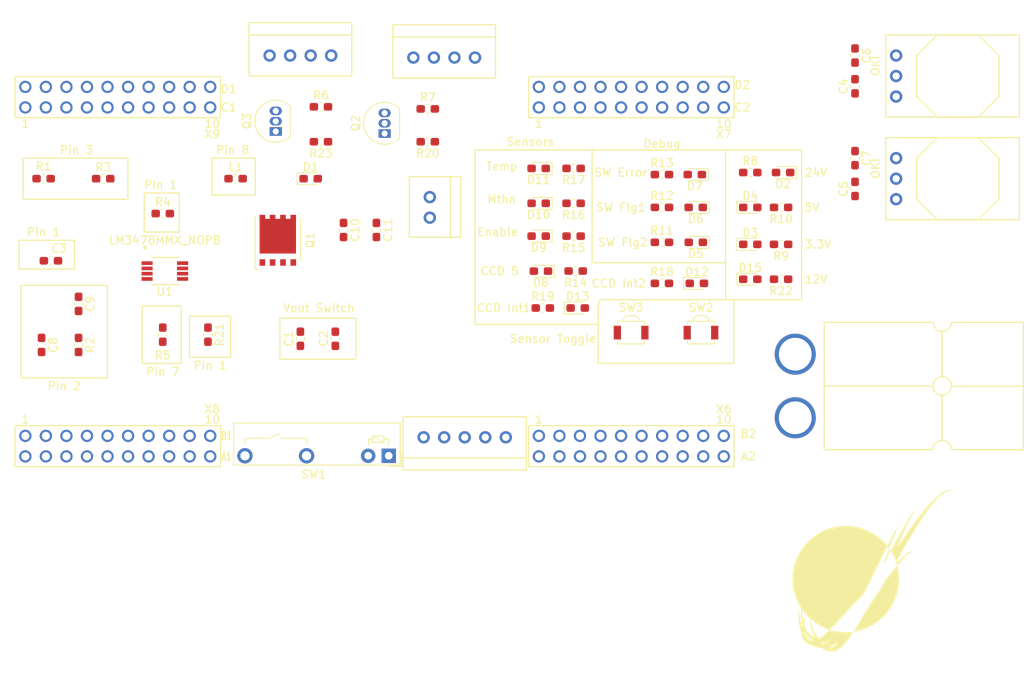
<source format=kicad_pcb>
(kicad_pcb (version 20171130) (host pcbnew "(5.1.4)-1")

  (general
    (thickness 1.6)
    (drawings 79)
    (tracks 0)
    (zones 0)
    (modules 65)
    (nets 109)
  )

  (page A4)
  (layers
    (0 F.Cu signal)
    (31 B.Cu signal)
    (32 B.Adhes user)
    (33 F.Adhes user)
    (34 B.Paste user)
    (35 F.Paste user)
    (36 B.SilkS user)
    (37 F.SilkS user)
    (38 B.Mask user)
    (39 F.Mask user)
    (40 Dwgs.User user)
    (41 Cmts.User user)
    (42 Eco1.User user)
    (43 Eco2.User user)
    (44 Edge.Cuts user)
    (45 Margin user)
    (46 B.CrtYd user)
    (47 F.CrtYd user)
    (48 B.Fab user)
    (49 F.Fab user)
  )

  (setup
    (last_trace_width 0.25)
    (trace_clearance 0.2)
    (zone_clearance 0.508)
    (zone_45_only no)
    (trace_min 0.2)
    (via_size 0.8)
    (via_drill 0.4)
    (via_min_size 0.4)
    (via_min_drill 0.3)
    (uvia_size 0.3)
    (uvia_drill 0.1)
    (uvias_allowed no)
    (uvia_min_size 0.2)
    (uvia_min_drill 0.1)
    (edge_width 0.1)
    (segment_width 0.2)
    (pcb_text_width 0.3)
    (pcb_text_size 1.5 1.5)
    (mod_edge_width 0.15)
    (mod_text_size 1 1)
    (mod_text_width 0.15)
    (pad_size 1.524 1.524)
    (pad_drill 0.762)
    (pad_to_mask_clearance 0)
    (aux_axis_origin 0 0)
    (visible_elements 7FFFF7FF)
    (pcbplotparams
      (layerselection 0x010fc_ffffffff)
      (usegerberextensions false)
      (usegerberattributes false)
      (usegerberadvancedattributes false)
      (creategerberjobfile false)
      (excludeedgelayer true)
      (linewidth 0.100000)
      (plotframeref false)
      (viasonmask false)
      (mode 1)
      (useauxorigin false)
      (hpglpennumber 1)
      (hpglpenspeed 20)
      (hpglpendiameter 15.000000)
      (psnegative false)
      (psa4output false)
      (plotreference true)
      (plotvalue true)
      (plotinvisibletext false)
      (padsonsilk false)
      (subtractmaskfromsilk false)
      (outputformat 1)
      (mirror false)
      (drillshape 1)
      (scaleselection 1)
      (outputdirectory ""))
  )

  (net 0 "")
  (net 1 "Net-(C1-Pad1)")
  (net 2 GND)
  (net 3 "Net-(C3-Pad1)")
  (net 4 +12V)
  (net 5 +5V)
  (net 6 +3V3)
  (net 7 "Net-(C8-Pad1)")
  (net 8 "Net-(C9-Pad2)")
  (net 9 +24V)
  (net 10 Temp_Humid_Data)
  (net 11 "Net-(Conn1-Pad3)")
  (net 12 Methane_Data)
  (net 13 "Net-(Conn3-Pad3)")
  (net 14 CCD_INT2)
  (net 15 CCD_INT1)
  (net 16 CCD_OS)
  (net 17 "Net-(D1-Pad2)")
  (net 18 "Net-(D2-Pad2)")
  (net 19 "Net-(D3-Pad2)")
  (net 20 "Net-(D4-Pad2)")
  (net 21 "Net-(D5-Pad2)")
  (net 22 "Net-(D6-Pad2)")
  (net 23 "Net-(D7-Pad2)")
  (net 24 "Net-(D8-Pad2)")
  (net 25 "Net-(D9-Pad2)")
  (net 26 "Net-(D10-Pad2)")
  (net 27 "Net-(D11-Pad2)")
  (net 28 "Net-(D12-Pad2)")
  (net 29 "Net-(D13-Pad2)")
  (net 30 "Net-(D15-Pad2)")
  (net 31 "Net-(Q1-Pad1)")
  (net 32 "Net-(Q1-Pad4)")
  (net 33 "Net-(R1-Pad1)")
  (net 34 "Net-(R5-Pad1)")
  (net 35 SW_Flag2)
  (net 36 SW_Flag1)
  (net 37 SW_ERROR)
  (net 38 LED_Enable)
  (net 39 "Net-(U4-PadPM6)")
  (net 40 "Net-(U4-PadPQ1)")
  (net 41 "Net-(U4-PadPQ2)")
  (net 42 "Net-(U4-PadPK0)")
  (net 43 "Net-(U4-PadPQ3)")
  (net 44 "Net-(U4-PadPP3)")
  (net 45 "Net-(U4-PadPQ0)")
  (net 46 "Net-(U4-PadPA4)")
  (net 47 "Net-(U4-PadRese')")
  (net 48 "Net-(U4-PadPA7)")
  (net 49 "Net-(U4-PadPK2)")
  (net 50 "Net-(U4-PadPK1)")
  (net 51 "Net-(U4-PadPB4)")
  (net 52 "Net-(U4-PadPB5)")
  (net 53 "Net-(U4-PadPA5)")
  (net 54 "Net-(U4-PadPD2)")
  (net 55 "Net-(U4-PadPP0)")
  (net 56 "Net-(U4-PadPP1)")
  (net 57 "Net-(U4-PadPD4)")
  (net 58 "Net-(U4-PadPD5)")
  (net 59 "Net-(U4-PadPG1)")
  (net 60 "Net-(U4-PadPK4)")
  (net 61 "Net-(U4-PadPK5)")
  (net 62 "Net-(U4-PadPM0)")
  (net 63 "Net-(U4-PadPM1)")
  (net 64 "Net-(U4-PadPM2)")
  (net 65 "Net-(U4-PadPH0)")
  (net 66 "Net-(U4-PadPH1)")
  (net 67 "Net-(U4-PadPK6)")
  (net 68 "Net-(U4-PadPK7)")
  (net 69 "Net-(U4-PadPM7)")
  (net 70 "Net-(U4-Pad+5V)")
  (net 71 "Net-(U4-PadPE3)")
  (net 72 "Net-(U4-PadPD7)")
  (net 73 "Net-(U4-PadPA6)")
  (net 74 "Net-(U4-PadPM4)")
  (net 75 "Net-(U4-PadPM5)")
  (net 76 "Net-(U4-PadPE4)")
  (net 77 "Net-(U4-PadPC4)")
  (net 78 "Net-(U4-PadPC5)")
  (net 79 "Net-(U4-PadPC6)")
  (net 80 "Net-(U4-PadPD3)")
  (net 81 "Net-(U4-PadPC7)")
  (net 82 "Net-(U4-PadPB2)")
  (net 83 "Net-(U4-PadPB3)")
  (net 84 "Net-(U4-PadPF1)")
  (net 85 "Net-(U4-PadPF2)")
  (net 86 "Net-(U4-PadPF3)")
  (net 87 "Net-(U4-PadPG0)")
  (net 88 "Net-(U4-PadPL4)")
  (net 89 "Net-(U4-PadPL5)")
  (net 90 "Net-(U4-PadPL0)")
  (net 91 "Net-(U4-PadPL1)")
  (net 92 "Net-(U4-PadPL2)")
  (net 93 "Net-(U4-PadPL3)")
  (net 94 "Net-(U4-PadPM3)")
  (net 95 "Net-(U4-PadPH2)")
  (net 96 "Net-(U4-PadPH3)")
  (net 97 "Net-(U4-PadRese)")
  (net 98 "Net-(U4-PadPD1)")
  (net 99 "Net-(U4-PadPD0)")
  (net 100 "Net-(U4-PadPN2)")
  (net 101 "Net-(U4-PadPN3)")
  (net 102 "Net-(U4-PadPP2)")
  (net 103 "Net-(Conn1-Pad1)")
  (net 104 "Net-(Conn3-Pad1)")
  (net 105 "Net-(Q2-Pad2)")
  (net 106 "Net-(Q3-Pad2)")
  (net 107 DHT_RESET)
  (net 108 Mthn_RESET)

  (net_class Default "This is the default net class."
    (clearance 0.2)
    (trace_width 0.25)
    (via_dia 0.8)
    (via_drill 0.4)
    (uvia_dia 0.3)
    (uvia_drill 0.1)
    (add_net +12V)
    (add_net +24V)
    (add_net +3V3)
    (add_net +5V)
    (add_net CCD_INT1)
    (add_net CCD_INT2)
    (add_net CCD_OS)
    (add_net DHT_RESET)
    (add_net GND)
    (add_net LED_Enable)
    (add_net Methane_Data)
    (add_net Mthn_RESET)
    (add_net "Net-(C1-Pad1)")
    (add_net "Net-(C3-Pad1)")
    (add_net "Net-(C8-Pad1)")
    (add_net "Net-(C9-Pad2)")
    (add_net "Net-(Conn1-Pad1)")
    (add_net "Net-(Conn1-Pad3)")
    (add_net "Net-(Conn3-Pad1)")
    (add_net "Net-(Conn3-Pad3)")
    (add_net "Net-(D1-Pad2)")
    (add_net "Net-(D10-Pad2)")
    (add_net "Net-(D11-Pad2)")
    (add_net "Net-(D12-Pad2)")
    (add_net "Net-(D13-Pad2)")
    (add_net "Net-(D15-Pad2)")
    (add_net "Net-(D2-Pad2)")
    (add_net "Net-(D3-Pad2)")
    (add_net "Net-(D4-Pad2)")
    (add_net "Net-(D5-Pad2)")
    (add_net "Net-(D6-Pad2)")
    (add_net "Net-(D7-Pad2)")
    (add_net "Net-(D8-Pad2)")
    (add_net "Net-(D9-Pad2)")
    (add_net "Net-(Q1-Pad1)")
    (add_net "Net-(Q1-Pad4)")
    (add_net "Net-(Q2-Pad2)")
    (add_net "Net-(Q3-Pad2)")
    (add_net "Net-(R1-Pad1)")
    (add_net "Net-(R5-Pad1)")
    (add_net "Net-(U4-Pad+5V)")
    (add_net "Net-(U4-PadPA4)")
    (add_net "Net-(U4-PadPA5)")
    (add_net "Net-(U4-PadPA6)")
    (add_net "Net-(U4-PadPA7)")
    (add_net "Net-(U4-PadPB2)")
    (add_net "Net-(U4-PadPB3)")
    (add_net "Net-(U4-PadPB4)")
    (add_net "Net-(U4-PadPB5)")
    (add_net "Net-(U4-PadPC4)")
    (add_net "Net-(U4-PadPC5)")
    (add_net "Net-(U4-PadPC6)")
    (add_net "Net-(U4-PadPC7)")
    (add_net "Net-(U4-PadPD0)")
    (add_net "Net-(U4-PadPD1)")
    (add_net "Net-(U4-PadPD2)")
    (add_net "Net-(U4-PadPD3)")
    (add_net "Net-(U4-PadPD4)")
    (add_net "Net-(U4-PadPD5)")
    (add_net "Net-(U4-PadPD7)")
    (add_net "Net-(U4-PadPE3)")
    (add_net "Net-(U4-PadPE4)")
    (add_net "Net-(U4-PadPF1)")
    (add_net "Net-(U4-PadPF2)")
    (add_net "Net-(U4-PadPF3)")
    (add_net "Net-(U4-PadPG0)")
    (add_net "Net-(U4-PadPG1)")
    (add_net "Net-(U4-PadPH0)")
    (add_net "Net-(U4-PadPH1)")
    (add_net "Net-(U4-PadPH2)")
    (add_net "Net-(U4-PadPH3)")
    (add_net "Net-(U4-PadPK0)")
    (add_net "Net-(U4-PadPK1)")
    (add_net "Net-(U4-PadPK2)")
    (add_net "Net-(U4-PadPK4)")
    (add_net "Net-(U4-PadPK5)")
    (add_net "Net-(U4-PadPK6)")
    (add_net "Net-(U4-PadPK7)")
    (add_net "Net-(U4-PadPL0)")
    (add_net "Net-(U4-PadPL1)")
    (add_net "Net-(U4-PadPL2)")
    (add_net "Net-(U4-PadPL3)")
    (add_net "Net-(U4-PadPL4)")
    (add_net "Net-(U4-PadPL5)")
    (add_net "Net-(U4-PadPM0)")
    (add_net "Net-(U4-PadPM1)")
    (add_net "Net-(U4-PadPM2)")
    (add_net "Net-(U4-PadPM3)")
    (add_net "Net-(U4-PadPM4)")
    (add_net "Net-(U4-PadPM5)")
    (add_net "Net-(U4-PadPM6)")
    (add_net "Net-(U4-PadPM7)")
    (add_net "Net-(U4-PadPN2)")
    (add_net "Net-(U4-PadPN3)")
    (add_net "Net-(U4-PadPP0)")
    (add_net "Net-(U4-PadPP1)")
    (add_net "Net-(U4-PadPP2)")
    (add_net "Net-(U4-PadPP3)")
    (add_net "Net-(U4-PadPQ0)")
    (add_net "Net-(U4-PadPQ1)")
    (add_net "Net-(U4-PadPQ2)")
    (add_net "Net-(U4-PadPQ3)")
    (add_net "Net-(U4-PadRese')")
    (add_net "Net-(U4-PadRese)")
    (add_net SW_ERROR)
    (add_net SW_Flag1)
    (add_net SW_Flag2)
    (add_net Temp_Humid_Data)
  )

  (module MRDT_Silkscreens:0_MRDT_Logo_20mm (layer F.Cu) (tedit 5AA4CAAF) (tstamp 5DA0FEE6)
    (at 204.216 106.934)
    (tags "Logo, MRDT")
    (fp_text reference G*** (at -3.6068 11.8364) (layer Dwgs.User) hide
      (effects (font (size 1.524 1.524) (thickness 0.3)))
    )
    (fp_text value LOGO (at -3.5052 -8.001) (layer Dwgs.User) hide
      (effects (font (size 1.524 1.524) (thickness 0.3)))
    )
    (fp_poly (pts (xy 9.693896 -10.010636) (xy 9.825117 -9.99171) (xy 9.931956 -9.960649) (xy 9.948253 -9.953593)
      (xy 10.013655 -9.923285) (xy 9.953513 -9.933459) (xy 9.744196 -9.956934) (xy 9.548137 -9.955371)
      (xy 9.374244 -9.928866) (xy 9.367063 -9.927084) (xy 9.164424 -9.860445) (xy 8.953259 -9.760588)
      (xy 8.73285 -9.626927) (xy 8.502476 -9.458877) (xy 8.261416 -9.255851) (xy 8.008951 -9.017262)
      (xy 7.74436 -8.742524) (xy 7.466922 -8.431051) (xy 7.328674 -8.267961) (xy 7.200595 -8.113274)
      (xy 7.078234 -7.962431) (xy 6.959674 -7.812661) (xy 6.842997 -7.66119) (xy 6.726286 -7.505249)
      (xy 6.607623 -7.342064) (xy 6.485092 -7.168864) (xy 6.356773 -6.982877) (xy 6.220751 -6.781331)
      (xy 6.075107 -6.561455) (xy 5.917924 -6.320476) (xy 5.747284 -6.055623) (xy 5.56127 -5.764124)
      (xy 5.357965 -5.443207) (xy 5.187114 -5.172217) (xy 4.797504 -4.543943) (xy 4.42277 -3.921102)
      (xy 4.068937 -3.313746) (xy 3.979886 -3.157458) (xy 3.899409 -3.016254) (xy 3.806172 -2.85385)
      (xy 3.707853 -2.683542) (xy 3.612127 -2.518627) (xy 3.528135 -2.374897) (xy 3.444477 -2.23149)
      (xy 3.352709 -2.072675) (xy 3.259914 -1.910808) (xy 3.173173 -1.758246) (xy 3.09957 -1.627345)
      (xy 3.097215 -1.623121) (xy 3.033738 -1.509429) (xy 2.973519 -1.401932) (xy 2.920564 -1.307756)
      (xy 2.878882 -1.234026) (xy 2.852476 -1.187865) (xy 2.851645 -1.186436) (xy 2.801215 -1.099865)
      (xy 2.723388 -1.30672) (xy 2.682568 -1.409023) (xy 2.631818 -1.526518) (xy 2.573684 -1.654208)
      (xy 2.510713 -1.787101) (xy 2.44545 -1.920199) (xy 2.380441 -2.04851) (xy 2.318233 -2.167038)
      (xy 2.261371 -2.270788) (xy 2.212402 -2.354765) (xy 2.173871 -2.413975) (xy 2.148324 -2.443423)
      (xy 2.142774 -2.445777) (xy 2.129304 -2.429016) (xy 2.100388 -2.382539) (xy 2.059363 -2.312053)
      (xy 2.009563 -2.223266) (xy 1.964112 -2.140055) (xy 1.890723 -2.004682) (xy 1.812028 -1.860446)
      (xy 1.730422 -1.711654) (xy 1.648303 -1.562614) (xy 1.568068 -1.417636) (xy 1.492113 -1.281026)
      (xy 1.422834 -1.157093) (xy 1.362629 -1.050145) (xy 1.313894 -0.96449) (xy 1.279026 -0.904436)
      (xy 1.260421 -0.874292) (xy 1.258709 -0.87206) (xy 1.257319 -0.88086) (xy 1.267975 -0.920385)
      (xy 1.288652 -0.983816) (xy 1.309332 -1.042462) (xy 1.359554 -1.180456) (xy 1.41538 -1.332683)
      (xy 1.475214 -1.494893) (xy 1.537461 -1.662837) (xy 1.600526 -1.832264) (xy 1.662812 -1.998924)
      (xy 1.722723 -2.158567) (xy 1.778665 -2.306943) (xy 1.829041 -2.439802) (xy 1.872256 -2.552895)
      (xy 1.906713 -2.64197) (xy 1.930819 -2.702778) (xy 1.942976 -2.731069) (xy 1.943836 -2.732454)
      (xy 1.960745 -2.724614) (xy 1.99246 -2.689521) (xy 2.032907 -2.634151) (xy 2.044178 -2.617181)
      (xy 2.085994 -2.555379) (xy 2.120076 -2.509376) (xy 2.140325 -2.487288) (xy 2.14241 -2.486445)
      (xy 2.155103 -2.503511) (xy 2.183639 -2.551) (xy 2.225163 -2.623866) (xy 2.276823 -2.717061)
      (xy 2.335766 -2.825541) (xy 2.365588 -2.881149) (xy 2.43582 -3.011913) (xy 2.519905 -3.167286)
      (xy 2.612172 -3.336862) (xy 2.706949 -3.51023) (xy 2.798564 -3.676983) (xy 2.854173 -3.777695)
      (xy 2.934896 -3.923783) (xy 3.029719 -4.0958) (xy 3.133546 -4.284474) (xy 3.241279 -4.480535)
      (xy 3.347823 -4.674711) (xy 3.44808 -4.857731) (xy 3.483032 -4.921625) (xy 3.645475 -5.216354)
      (xy 3.805033 -5.501259) (xy 3.959976 -5.773441) (xy 4.108576 -6.030001) (xy 4.249105 -6.268038)
      (xy 4.379834 -6.484654) (xy 4.499035 -6.676948) (xy 4.60498 -6.842021) (xy 4.695941 -6.976974)
      (xy 4.764645 -7.071697) (xy 4.860883 -7.18774) (xy 4.946714 -7.271173) (xy 5.020716 -7.321203)
      (xy 5.081466 -7.337034) (xy 5.127542 -7.317874) (xy 5.148953 -7.28627) (xy 5.168799 -7.232719)
      (xy 5.172215 -7.201235) (xy 5.16092 -7.197031) (xy 5.136636 -7.225318) (xy 5.131512 -7.23345)
      (xy 5.092827 -7.280437) (xy 5.056886 -7.29357) (xy 5.05641 -7.293485) (xy 5.018734 -7.269436)
      (xy 4.966554 -7.209386) (xy 4.900504 -7.114459) (xy 4.821218 -6.985779) (xy 4.72933 -6.824473)
      (xy 4.625474 -6.631665) (xy 4.510283 -6.408479) (xy 4.384393 -6.156042) (xy 4.248436 -5.875478)
      (xy 4.199916 -5.773638) (xy 4.152132 -5.671818) (xy 4.093809 -5.545695) (xy 4.026415 -5.398569)
      (xy 3.951418 -5.233739) (xy 3.870284 -5.054504) (xy 3.784481 -4.864164) (xy 3.695478 -4.666019)
      (xy 3.60474 -4.463366) (xy 3.513736 -4.259507) (xy 3.423934 -4.057739) (xy 3.3368 -3.861363)
      (xy 3.253803 -3.673678) (xy 3.176409 -3.497982) (xy 3.106086 -3.337576) (xy 3.044302 -3.195759)
      (xy 2.992525 -3.07583) (xy 2.952221 -2.981089) (xy 2.924858 -2.914834) (xy 2.911904 -2.880365)
      (xy 2.911144 -2.876121) (xy 2.923418 -2.890466) (xy 2.954847 -2.933693) (xy 3.002324 -3.00134)
      (xy 3.062739 -3.088943) (xy 3.132983 -3.192042) (xy 3.18753 -3.272813) (xy 3.27846 -3.4071)
      (xy 3.386112 -3.564669) (xy 3.507739 -3.741595) (xy 3.640593 -3.93395) (xy 3.781927 -4.13781)
      (xy 3.928992 -4.349249) (xy 4.07904 -4.564341) (xy 4.229325 -4.779159) (xy 4.377097 -4.989779)
      (xy 4.519609 -5.192275) (xy 4.654114 -5.382719) (xy 4.777863 -5.557188) (xy 4.888109 -5.711754)
      (xy 4.982104 -5.842492) (xy 5.0571 -5.945477) (xy 5.078257 -5.974112) (xy 5.444212 -6.460726)
      (xy 5.793207 -6.912161) (xy 6.126 -7.329206) (xy 6.443345 -7.71265) (xy 6.746002 -8.063282)
      (xy 7.034725 -8.38189) (xy 7.310272 -8.669264) (xy 7.573399 -8.926193) (xy 7.824863 -9.153466)
      (xy 8.065422 -9.351872) (xy 8.29583 -9.522199) (xy 8.516846 -9.665238) (xy 8.729226 -9.781776)
      (xy 8.730624 -9.782471) (xy 8.888935 -9.858025) (xy 9.023676 -9.914743) (xy 9.144715 -9.955909)
      (xy 9.261922 -9.984807) (xy 9.385167 -10.004721) (xy 9.406341 -10.007321) (xy 9.550301 -10.016236)
      (xy 9.693896 -10.010636)) (layer F.SilkS) (width 0.01))
    (fp_poly (pts (xy 1.242937 -0.831965) (xy 1.232913 -0.821941) (xy 1.222889 -0.831965) (xy 1.232913 -0.841988)
      (xy 1.242937 -0.831965)) (layer F.SilkS) (width 0.01))
    (fp_poly (pts (xy 3.12377 -5.541189) (xy 3.113272 -5.517026) (xy 3.079131 -5.465625) (xy 3.059543 -5.437891)
      (xy 3.022901 -5.383804) (xy 2.987 -5.324437) (xy 2.949587 -5.255041) (xy 2.908408 -5.17087)
      (xy 2.861212 -5.067177) (xy 2.805745 -4.939212) (xy 2.739755 -4.78223) (xy 2.681006 -4.640176)
      (xy 2.631041 -4.517517) (xy 2.569417 -4.364212) (xy 2.498806 -4.187059) (xy 2.42188 -3.992858)
      (xy 2.34131 -3.788408) (xy 2.259768 -3.580509) (xy 2.179926 -3.375959) (xy 2.104455 -3.181559)
      (xy 2.036027 -3.004107) (xy 1.977313 -2.850404) (xy 1.965631 -2.819566) (xy 1.94399 -2.762337)
      (xy 1.831544 -2.916312) (xy 1.781827 -2.980686) (xy 1.739845 -3.028212) (xy 1.711408 -3.052665)
      (xy 1.703319 -3.053731) (xy 1.6921 -3.033264) (xy 1.664984 -2.979713) (xy 1.62346 -2.896123)
      (xy 1.569017 -2.785539) (xy 1.503146 -2.651006) (xy 1.427335 -2.495569) (xy 1.343075 -2.322271)
      (xy 1.251855 -2.134159) (xy 1.155164 -1.934277) (xy 1.116578 -1.85438) (xy 0.894428 -1.394446)
      (xy 0.688286 -0.968231) (xy 0.496935 -0.573244) (xy 0.319157 -0.206998) (xy 0.153736 0.132995)
      (xy -0.000545 0.449225) (xy -0.144904 0.744179) (xy -0.280557 1.020347) (xy -0.408722 1.280216)
      (xy -0.530615 1.526275) (xy -0.647455 1.761013) (xy -0.760457 1.986917) (xy -0.824781 2.114997)
      (xy -0.91196 2.289365) (xy -0.986404 2.439261) (xy -1.050759 2.568126) (xy -1.107674 2.679404)
      (xy -1.159796 2.776534) (xy -1.209772 2.86296) (xy -1.26025 2.942124) (xy -1.313878 3.017466)
      (xy -1.373304 3.092429) (xy -1.441174 3.170454) (xy -1.520137 3.254984) (xy -1.61284 3.349461)
      (xy -1.72193 3.457325) (xy -1.850056 3.58202) (xy -1.999864 3.726987) (xy -2.174003 3.895667)
      (xy -2.255327 3.974697) (xy -2.402012 4.118227) (xy -2.545521 4.26015) (xy -2.682108 4.396661)
      (xy -2.808029 4.523953) (xy -2.919539 4.63822) (xy -3.012895 4.735656) (xy -3.084351 4.812453)
      (xy -3.125945 4.859703) (xy -3.239066 4.99271) (xy -3.376239 5.149984) (xy -3.53345 5.327156)
      (xy -3.706689 5.519856) (xy -3.891943 5.723716) (xy -4.0852 5.934364) (xy -4.282449 6.147433)
      (xy -4.479678 6.358552) (xy -4.672875 6.563353) (xy -4.858027 6.757465) (xy -5.031124 6.936519)
      (xy -5.059448 6.96554) (xy -5.155243 7.063821) (xy -5.240778 7.152109) (xy -5.312353 7.226543)
      (xy -5.366274 7.283264) (xy -5.398843 7.318413) (xy -5.40702 7.328433) (xy -5.382379 7.337212)
      (xy -5.32655 7.353274) (xy -5.24735 7.374626) (xy -5.152599 7.399276) (xy -5.050114 7.425229)
      (xy -4.947713 7.450494) (xy -4.853215 7.473077) (xy -4.774439 7.490986) (xy -4.744004 7.497439)
      (xy -4.615253 7.521716) (xy -4.521684 7.534502) (xy -4.460138 7.536031) (xy -4.427454 7.526538)
      (xy -4.422614 7.521274) (xy -4.403461 7.502377) (xy -4.360122 7.464821) (xy -4.299872 7.414805)
      (xy -4.25604 7.379314) (xy -4.099684 7.253885) (xy -4.416104 7.552325) (xy -4.348107 7.564494)
      (xy -4.227584 7.581926) (xy -4.083129 7.596047) (xy -3.920215 7.606897) (xy -3.744316 7.614515)
      (xy -3.560904 7.618942) (xy -3.375455 7.620218) (xy -3.19344 7.618383) (xy -3.020333 7.613477)
      (xy -2.861608 7.60554) (xy -2.722738 7.594611) (xy -2.609197 7.580733) (xy -2.526458 7.563943)
      (xy -2.490608 7.550897) (xy -2.467685 7.527244) (xy -2.427112 7.472275) (xy -2.371052 7.389531)
      (xy -2.301667 7.282553) (xy -2.221118 7.154885) (xy -2.131567 7.010066) (xy -2.035178 6.85164)
      (xy -1.93411 6.683147) (xy -1.830527 6.50813) (xy -1.726589 6.33013) (xy -1.62446 6.152689)
      (xy -1.526301 5.979349) (xy -1.473046 5.883899) (xy -1.388538 5.734109) (xy -1.297776 5.577722)
      (xy -1.206051 5.423549) (xy -1.118655 5.280399) (xy -1.040878 5.157083) (xy -0.991428 5.082005)
      (xy -0.917443 4.969036) (xy -0.831521 4.831784) (xy -0.740426 4.681431) (xy -0.650922 4.529162)
      (xy -0.569773 4.386158) (xy -0.561654 4.371485) (xy -0.462025 4.195471) (xy -0.364053 4.032793)
      (xy -0.260693 3.872514) (xy -0.144895 3.7037) (xy -0.012578 3.519473) (xy 0.270767 3.123587)
      (xy 0.538519 2.732454) (xy 0.796903 2.336427) (xy 1.052144 1.92586) (xy 1.310466 1.491105)
      (xy 1.430503 1.283031) (xy 1.502532 1.159258) (xy 1.568078 1.05242) (xy 1.633047 0.954144)
      (xy 1.703349 0.856058) (xy 1.784891 0.749791) (xy 1.883581 0.626972) (xy 1.953957 0.541279)
      (xy 2.051085 0.423462) (xy 2.147697 0.305944) (xy 2.238315 0.195412) (xy 2.31746 0.098553)
      (xy 2.379655 0.022057) (xy 2.405544 -0.010023) (xy 2.467849 -0.086776) (xy 2.546735 -0.182749)
      (xy 2.632829 -0.2866) (xy 2.71676 -0.386987) (xy 2.730636 -0.403483) (xy 2.798974 -0.486229)
      (xy 2.85696 -0.559485) (xy 2.900066 -0.617284) (xy 2.923761 -0.653664) (xy 2.926914 -0.661937)
      (xy 2.921566 -0.692042) (xy 2.907804 -0.746753) (xy 2.889052 -0.814288) (xy 2.868735 -0.882862)
      (xy 2.850277 -0.940692) (xy 2.837102 -0.975994) (xy 2.834176 -0.98107) (xy 2.816672 -0.972952)
      (xy 2.779056 -0.943161) (xy 2.732407 -0.90088) (xy 2.686142 -0.859189) (xy 2.664484 -0.845375)
      (xy 2.668683 -0.860213) (xy 2.669788 -0.862036) (xy 2.697816 -0.910771) (xy 2.732297 -0.974778)
      (xy 2.745901 -1.001085) (xy 2.773259 -1.052509) (xy 2.790037 -1.072477) (xy 2.803248 -1.065564)
      (xy 2.814757 -1.046006) (xy 2.825547 -1.029604) (xy 2.839173 -1.023983) (xy 2.86079 -1.032365)
      (xy 2.895551 -1.057975) (xy 2.948609 -1.104032) (xy 3.025117 -1.17376) (xy 3.03798 -1.185583)
      (xy 3.264882 -1.392452) (xy 3.467024 -1.57287) (xy 3.647391 -1.729326) (xy 3.80897 -1.864313)
      (xy 3.954748 -1.98032) (xy 4.08771 -2.079838) (xy 4.210844 -2.165359) (xy 4.219969 -2.171412)
      (xy 4.383173 -2.272468) (xy 4.522826 -2.344404) (xy 4.638235 -2.386974) (xy 4.728704 -2.399931)
      (xy 4.793538 -2.38303) (xy 4.801342 -2.37765) (xy 4.822743 -2.358905) (xy 4.818759 -2.34975)
      (xy 4.783583 -2.346618) (xy 4.750137 -2.346178) (xy 4.660762 -2.332922) (xy 4.572084 -2.290503)
      (xy 4.568136 -2.288019) (xy 4.497919 -2.238407) (xy 4.406976 -2.166669) (xy 4.302696 -2.079264)
      (xy 4.192467 -1.982652) (xy 4.083678 -1.883293) (xy 3.983719 -1.787645) (xy 3.909235 -1.712001)
      (xy 3.847375 -1.646062) (xy 3.769012 -1.561524) (xy 3.678258 -1.462918) (xy 3.579228 -1.354776)
      (xy 3.476035 -1.241631) (xy 3.372792 -1.128015) (xy 3.273612 -1.018458) (xy 3.18261 -0.917493)
      (xy 3.103898 -0.829653) (xy 3.041591 -0.759468) (xy 2.999801 -0.71147) (xy 2.986092 -0.694961)
      (xy 2.941907 -0.638788) (xy 2.996129 -0.394571) (xy 3.04067 -0.18245) (xy 3.075303 0.011681)
      (xy 3.101339 0.199155) (xy 3.120088 0.391305) (xy 3.13286 0.599466) (xy 3.140967 0.834971)
      (xy 3.141652 0.863984) (xy 3.144164 1.189895) (xy 3.135428 1.487401) (xy 3.114404 1.766867)
      (xy 3.080053 2.038661) (xy 3.031336 2.31315) (xy 2.967875 2.597974) (xy 2.829104 3.086644)
      (xy 2.65367 3.560823) (xy 2.442984 4.018586) (xy 2.198459 4.458005) (xy 1.921507 4.877154)
      (xy 1.613539 5.274108) (xy 1.275967 5.646941) (xy 0.910203 5.993726) (xy 0.517659 6.312537)
      (xy 0.099747 6.601448) (xy -0.022155 6.677046) (xy -0.438195 6.908005) (xy -0.873401 7.110039)
      (xy -1.321104 7.280636) (xy -1.774636 7.417282) (xy -2.227328 7.517467) (xy -2.275374 7.525912)
      (xy -2.380759 7.547362) (xy -2.448756 7.569486) (xy -2.481553 7.592416) (xy -2.499739 7.618349)
      (xy -2.537203 7.672366) (xy -2.590519 7.749504) (xy -2.656258 7.8448) (xy -2.730995 7.953293)
      (xy -2.789963 8.03899) (xy -3.009966 8.351328) (xy -3.216927 8.629115) (xy -3.413102 8.874862)
      (xy -3.60075 9.091079) (xy -3.782127 9.280275) (xy -3.95949 9.444962) (xy -4.135098 9.587649)
      (xy -4.267628 9.682152) (xy -4.384433 9.75347) (xy -4.5189 9.824152) (xy -4.658273 9.888296)
      (xy -4.789798 9.939996) (xy -4.892578 9.971416) (xy -5.056981 10.000605) (xy -5.234881 10.013585)
      (xy -5.408802 10.009757) (xy -5.536943 9.993514) (xy -5.774512 9.928122) (xy -6.0022 9.823947)
      (xy -6.219699 9.681139) (xy -6.294988 9.620686) (xy -6.353101 9.575432) (xy -6.400405 9.551942)
      (xy -6.454187 9.543373) (xy -6.492411 9.542542) (xy -6.76107 9.526796) (xy -7.033672 9.481325)
      (xy -7.098504 9.463729) (xy -5.616952 9.463729) (xy -5.589198 9.481137) (xy -5.563141 9.489275)
      (xy -5.525117 9.493649) (xy -5.45935 9.495793) (xy -5.378143 9.495388) (xy -5.352644 9.494723)
      (xy -5.235701 9.486279) (xy -5.139206 9.466855) (xy -5.056368 9.437881) (xy -4.920856 9.376008)
      (xy -4.799583 9.305152) (xy -4.681736 9.217888) (xy -4.556504 9.106788) (xy -4.512107 9.064013)
      (xy -4.446588 8.998744) (xy -4.39789 8.947955) (xy -4.36962 8.915608) (xy -4.365386 8.905667)
      (xy -4.370323 8.908261) (xy -4.577531 9.036954) (xy -4.756569 9.13958) (xy -4.908965 9.217013)
      (xy -4.916259 9.220399) (xy -5.023843 9.266511) (xy -5.147058 9.313635) (xy -5.274759 9.358021)
      (xy -5.395799 9.395923) (xy -5.499034 9.423591) (xy -5.553367 9.434647) (xy -5.604935 9.447821)
      (xy -5.616952 9.463729) (xy -7.098504 9.463729) (xy -7.300984 9.408775) (xy -7.553769 9.311794)
      (xy -7.78279 9.19303) (xy -7.842476 9.155527) (xy -7.911509 9.115361) (xy -7.979365 9.084141)
      (xy -8.018942 9.071648) (xy -8.071141 9.05614) (xy -8.144507 9.028128) (xy -8.224449 8.993247)
      (xy -8.236109 8.987769) (xy -8.396479 8.889773) (xy -8.396739 8.889529) (xy -6.444473 8.889529)
      (xy -6.437823 8.905423) (xy -6.419084 8.926913) (xy -6.414662 8.931621) (xy -6.389582 8.956352)
      (xy -6.364657 8.971643) (xy -6.332135 8.977725) (xy -6.284264 8.974835) (xy -6.21329 8.963204)
      (xy -6.111462 8.943069) (xy -6.101614 8.94107) (xy -6.019691 8.922803) (xy -5.925835 8.899304)
      (xy -5.827304 8.87272) (xy -5.731353 8.845195) (xy -5.645238 8.818877) (xy -5.576214 8.795911)
      (xy -5.531537 8.778443) (xy -5.518463 8.768619) (xy -5.518479 8.768604) (xy -5.540162 8.768521)
      (xy -5.591698 8.774607) (xy -5.663532 8.785648) (xy -5.694129 8.790886) (xy -5.781588 8.804192)
      (xy -5.894336 8.818382) (xy -6.017652 8.831733) (xy -6.133797 8.842285) (xy -6.257273 8.852362)
      (xy -6.345434 8.860648) (xy -6.402924 8.868619) (xy -6.434388 8.877754) (xy -6.444473 8.889529)
      (xy -8.396739 8.889529) (xy -8.535532 8.759286) (xy -8.651927 8.598581) (xy -8.74432 8.409931)
      (xy -8.811371 8.19561) (xy -8.851737 7.957891) (xy -8.853368 7.942057) (xy -8.867474 7.855851)
      (xy -8.892248 7.75363) (xy -8.922574 7.656236) (xy -8.92553 7.648067) (xy -9.004 7.406547)
      (xy -9.014096 7.367404) (xy -8.623438 7.367404) (xy -8.614693 7.510796) (xy -8.605832 7.598117)
      (xy -8.587788 7.669708) (xy -8.554792 7.744613) (xy -8.529662 7.791459) (xy -8.359074 8.067385)
      (xy -8.17386 8.307078) (xy -7.972746 8.512115) (xy -7.888634 8.583911) (xy -7.76835 8.681355)
      (xy -7.638042 8.668929) (xy -7.570165 8.661428) (xy -7.520084 8.653965) (xy -7.499381 8.648457)
      (xy -7.495086 8.64306) (xy -7.498913 8.635942) (xy -7.517163 8.622642) (xy -7.556139 8.598696)
      (xy -7.622143 8.559643) (xy -7.638042 8.550275) (xy -7.857146 8.40264) (xy -8.053885 8.230005)
      (xy -8.23146 8.028798) (xy -8.393075 7.795448) (xy -8.523792 7.562328) (xy -8.623438 7.367404)
      (xy -9.014096 7.367404) (xy -9.075316 7.130068) (xy -9.138514 6.823288) (xy -9.19263 6.490862)
      (xy -9.234858 6.154539) (xy -9.244069 6.049573) (xy -9.251797 5.921861) (xy -9.258 5.777484)
      (xy -9.262636 5.622526) (xy -9.265661 5.463066) (xy -9.267033 5.305188) (xy -9.26671 5.154973)
      (xy -9.264648 5.018503) (xy -9.260806 4.901861) (xy -9.255141 4.811127) (xy -9.24761 4.752385)
      (xy -9.244755 4.7412) (xy -9.233705 4.710873) (xy -9.227566 4.709337) (xy -9.224611 4.740642)
      (xy -9.223392 4.791319) (xy -9.216884 4.950594) (xy -9.202856 5.139738) (xy -9.182494 5.349477)
      (xy -9.156983 5.570543) (xy -9.12751 5.793662) (xy -9.095259 6.009566) (xy -9.061416 6.208981)
      (xy -9.027166 6.382639) (xy -9.010584 6.455564) (xy -8.979953 6.577659) (xy -8.947488 6.698077)
      (xy -8.915043 6.810857) (xy -8.88447 6.910041) (xy -8.857626 6.989668) (xy -8.836364 7.043781)
      (xy -8.822539 7.066418) (xy -8.8205 7.066485) (xy -8.802085 7.034033) (xy -8.79288 6.970283)
      (xy -8.792871 6.882958) (xy -8.802042 6.77978) (xy -8.820379 6.66847) (xy -8.82127 6.664117)
      (xy -8.85031 6.514699) (xy -8.873907 6.371685) (xy -8.89262 6.228269) (xy -8.907007 6.077645)
      (xy -8.917627 5.913006) (xy -8.925038 5.727546) (xy -8.929798 5.514458) (xy -8.932129 5.31255)
      (xy -8.935253 4.922131) (xy -8.819855 4.922131) (xy -8.81793 5.000029) (xy -8.813953 5.097022)
      (xy -8.808273 5.206151) (xy -8.80124 5.320457) (xy -8.793202 5.432978) (xy -8.784507 5.536757)
      (xy -8.778986 5.593213) (xy -8.76785 5.687311) (xy -8.753053 5.795212) (xy -8.735912 5.909044)
      (xy -8.717744 6.020937) (xy -8.699864 6.123018) (xy -8.683589 6.207418) (xy -8.670235 6.266264)
      (xy -8.662517 6.289695) (xy -8.651693 6.281553) (xy -8.631838 6.241399) (xy -8.605666 6.175557)
      (xy -8.57589 6.090351) (xy -8.572227 6.079198) (xy -8.527126 5.9447) (xy -8.486793 5.831757)
      (xy -8.452755 5.744209) (xy -8.426537 5.685897) (xy -8.409665 5.660661) (xy -8.405939 5.660622)
      (xy -8.406613 5.682329) (xy -8.414598 5.735427) (xy -8.428572 5.812154) (xy -8.44721 5.904747)
      (xy -8.449089 5.913678) (xy -8.474686 6.040071) (xy -8.501948 6.18309) (xy -8.526912 6.321576)
      (xy -8.539754 6.397468) (xy -8.578782 6.63669) (xy -8.517863 6.811597) (xy -8.466888 6.945721)
      (xy -8.403854 7.092799) (xy -8.334071 7.241783) (xy -8.262846 7.381626) (xy -8.195489 7.501284)
      (xy -8.157885 7.560655) (xy -8.062287 7.687266) (xy -7.946276 7.817695) (xy -7.822007 7.939321)
      (xy -7.701636 8.039523) (xy -7.684958 8.051717) (xy -7.624283 8.091615) (xy -7.549566 8.135573)
      (xy -7.468812 8.179542) (xy -7.390028 8.219474) (xy -7.32122 8.25132) (xy -7.270395 8.271032)
      (xy -7.245558 8.274559) (xy -7.245071 8.27417) (xy -7.248762 8.253328) (xy -7.266097 8.205744)
      (xy -7.29355 8.140908) (xy -7.299649 8.127355) (xy -7.358836 7.991149) (xy -7.425417 7.82811)
      (xy -7.495032 7.649739) (xy -7.563323 7.467537) (xy -7.625932 7.293005) (xy -7.6785 7.137645)
      (xy -7.697821 7.076717) (xy -7.73123 6.965045) (xy -7.767276 6.838832) (xy -7.804337 6.704378)
      (xy -7.840792 6.567986) (xy -7.875017 6.435956) (xy -7.905391 6.314589) (xy -7.930291 6.210186)
      (xy -7.948096 6.129049) (xy -7.957183 6.077479) (xy -7.958008 6.066052) (xy -7.950699 6.073733)
      (xy -7.93031 6.11471) (xy -7.898564 6.185018) (xy -7.857186 6.280692) (xy -7.807898 6.397766)
      (xy -7.752425 6.532274) (xy -7.710434 6.635675) (xy -7.622396 6.852039) (xy -7.544991 7.037799)
      (xy -7.47495 7.199959) (xy -7.409001 7.345521) (xy -7.343876 7.48149) (xy -7.276305 7.614868)
      (xy -7.203017 7.75266) (xy -7.120744 7.901868) (xy -7.111855 7.917761) (xy -7.031896 8.059527)
      (xy -6.968117 8.169685) (xy -6.917869 8.25202) (xy -6.8785 8.310322) (xy -6.847358 8.348377)
      (xy -6.821794 8.369974) (xy -6.799156 8.3789) (xy -6.788473 8.379795) (xy -6.752139 8.369117)
      (xy -6.692271 8.340295) (xy -6.618199 8.298151) (xy -6.562523 8.263062) (xy -6.480805 8.206836)
      (xy -6.379602 8.133341) (xy -6.270218 8.050988) (xy -6.163959 7.968188) (xy -6.134323 7.944472)
      (xy -6.115106 7.92873) (xy -4.951696 7.92873) (xy -4.941673 7.938753) (xy -4.931649 7.92873)
      (xy -4.941673 7.918706) (xy -4.951696 7.92873) (xy -6.115106 7.92873) (xy -6.094415 7.911781)
      (xy -4.911602 7.911781) (xy -4.896277 7.907984) (xy -4.85047 7.878612) (xy -4.774429 7.823841)
      (xy -4.668406 7.743849) (xy -4.614638 7.702497) (xy -4.547125 7.648869) (xy -4.494599 7.60431)
      (xy -4.463228 7.574239) (xy -4.457366 7.564365) (xy -4.475023 7.57286) (xy -4.51701 7.601193)
      (xy -4.576411 7.644078) (xy -4.646312 7.696224) (xy -4.719798 7.752344) (xy -4.789955 7.807149)
      (xy -4.849868 7.85535) (xy -4.892621 7.891659) (xy -4.911301 7.910787) (xy -4.911602 7.911781)
      (xy -6.094415 7.911781) (xy -6.048036 7.87379) (xy -5.953298 7.79428) (xy -5.8547 7.710008)
      (xy -5.756833 7.625038) (xy -5.664286 7.543435) (xy -5.58165 7.469265) (xy -5.513515 7.406591)
      (xy -5.464472 7.35948) (xy -5.439111 7.331996) (xy -5.436818 7.326799) (xy -5.456872 7.318011)
      (xy -5.507129 7.298371) (xy -5.580117 7.270742) (xy -5.668364 7.237988) (xy -5.672874 7.23633)
      (xy -6.1398 7.04418) (xy -6.590536 6.817678) (xy -7.022373 6.558823) (xy -7.432605 6.269616)
      (xy -7.818524 5.952059) (xy -8.177422 5.608152) (xy -8.506593 5.239895) (xy -8.689641 5.006828)
      (xy -8.740264 4.940388) (xy -8.782015 4.88813) (xy -8.809202 4.857043) (xy -8.816157 4.851461)
      (xy -8.819381 4.870288) (xy -8.819855 4.922131) (xy -8.935253 4.922131) (xy -8.937344 4.661011)
      (xy -9.071383 4.44049) (xy -9.316043 3.999715) (xy -9.52493 3.541201) (xy -9.698118 3.064725)
      (xy -9.835683 2.570065) (xy -9.937699 2.056996) (xy -9.986064 1.704026) (xy -9.99541 1.592382)
      (xy -10.002341 1.449877) (xy -10.006855 1.285673) (xy -10.008953 1.108932) (xy -10.008636 0.928815)
      (xy -10.005902 0.754483) (xy -10.000752 0.595098) (xy -9.993186 0.459821) (xy -9.986064 0.3809)
      (xy -9.907398 -0.145581) (xy -9.792657 -0.654578) (xy -9.641803 -1.146183) (xy -9.4548 -1.620486)
      (xy -9.23161 -2.077579) (xy -8.972195 -2.517552) (xy -8.676518 -2.940497) (xy -8.562241 -3.087292)
      (xy -8.460182 -3.20888) (xy -8.335863 -3.347562) (xy -8.197716 -3.494631) (xy -8.054171 -3.641379)
      (xy -7.913659 -3.779099) (xy -7.784612 -3.899084) (xy -7.728255 -3.948645) (xy -7.325062 -4.268696)
      (xy -6.901131 -4.554736) (xy -6.457984 -4.806101) (xy -5.99714 -5.022128) (xy -5.520122 -5.202156)
      (xy -5.02845 -5.345522) (xy -4.523644 -5.451562) (xy -4.159826 -5.503628) (xy -4.010635 -5.517127)
      (xy -3.8328 -5.527098) (xy -3.636728 -5.53346) (xy -3.432825 -5.536132) (xy -3.231497 -5.535035)
      (xy -3.043151 -5.530088) (xy -2.878193 -5.52121) (xy -2.796606 -5.514154) (xy -2.277438 -5.441459)
      (xy -1.774408 -5.332109) (xy -1.287088 -5.185928) (xy -0.815051 -5.002739) (xy -0.357871 -4.782366)
      (xy 0.084881 -4.524632) (xy 0.513632 -4.229361) (xy 0.741753 -4.052415) (xy 0.829259 -3.978307)
      (xy 0.933633 -3.884391) (xy 1.048793 -3.776668) (xy 1.168654 -3.66114) (xy 1.287133 -3.543808)
      (xy 1.398148 -3.430674) (xy 1.495614 -3.327739) (xy 1.573448 -3.241004) (xy 1.613813 -3.192091)
      (xy 1.656226 -3.139255) (xy 1.68884 -3.101843) (xy 1.704026 -3.088319) (xy 1.715114 -3.105408)
      (xy 1.741941 -3.154167) (xy 1.782322 -3.230404) (xy 1.834069 -3.329925) (xy 1.894997 -3.448535)
      (xy 1.962919 -3.582042) (xy 2.009318 -3.6739) (xy 2.153183 -3.956558) (xy 2.291542 -4.222607)
      (xy 2.423196 -4.469973) (xy 2.546946 -4.696581) (xy 2.661594 -4.900357) (xy 2.765941 -5.079226)
      (xy 2.858787 -5.231113) (xy 2.938935 -5.353945) (xy 3.005186 -5.445646) (xy 3.05634 -5.504141)
      (xy 3.076472 -5.52068) (xy 3.111284 -5.541334) (xy 3.12377 -5.541189)) (layer F.SilkS) (width 0.01))
  )

  (module Capacitor_SMD:C_0603_1608Metric_Pad1.05x0.95mm_HandSolder (layer F.Cu) (tedit 5B301BBE) (tstamp 5D9FFF68)
    (at 133.35 78.232 90)
    (descr "Capacitor SMD 0603 (1608 Metric), square (rectangular) end terminal, IPC_7351 nominal with elongated pad for handsoldering. (Body size source: http://www.tortai-tech.com/upload/download/2011102023233369053.pdf), generated with kicad-footprint-generator")
    (tags "capacitor handsolder")
    (path /5DA99EBE)
    (attr smd)
    (fp_text reference C1 (at 0 -1.43 90) (layer F.SilkS)
      (effects (font (size 1 1) (thickness 0.15)))
    )
    (fp_text value 120uF (at 0 1.43 90) (layer F.Fab)
      (effects (font (size 1 1) (thickness 0.15)))
    )
    (fp_line (start -0.8 0.4) (end -0.8 -0.4) (layer F.Fab) (width 0.1))
    (fp_line (start -0.8 -0.4) (end 0.8 -0.4) (layer F.Fab) (width 0.1))
    (fp_line (start 0.8 -0.4) (end 0.8 0.4) (layer F.Fab) (width 0.1))
    (fp_line (start 0.8 0.4) (end -0.8 0.4) (layer F.Fab) (width 0.1))
    (fp_line (start -0.171267 -0.51) (end 0.171267 -0.51) (layer F.SilkS) (width 0.12))
    (fp_line (start -0.171267 0.51) (end 0.171267 0.51) (layer F.SilkS) (width 0.12))
    (fp_line (start -1.65 0.73) (end -1.65 -0.73) (layer F.CrtYd) (width 0.05))
    (fp_line (start -1.65 -0.73) (end 1.65 -0.73) (layer F.CrtYd) (width 0.05))
    (fp_line (start 1.65 -0.73) (end 1.65 0.73) (layer F.CrtYd) (width 0.05))
    (fp_line (start 1.65 0.73) (end -1.65 0.73) (layer F.CrtYd) (width 0.05))
    (fp_text user %R (at 0 0 90) (layer F.Fab)
      (effects (font (size 0.4 0.4) (thickness 0.06)))
    )
    (pad 1 smd roundrect (at -0.875 0 90) (size 1.05 0.95) (layers F.Cu F.Paste F.Mask) (roundrect_rratio 0.25)
      (net 1 "Net-(C1-Pad1)"))
    (pad 2 smd roundrect (at 0.875 0 90) (size 1.05 0.95) (layers F.Cu F.Paste F.Mask) (roundrect_rratio 0.25)
      (net 2 GND))
    (model ${KISYS3DMOD}/Capacitor_SMD.3dshapes/C_0603_1608Metric.wrl
      (at (xyz 0 0 0))
      (scale (xyz 1 1 1))
      (rotate (xyz 0 0 0))
    )
  )

  (module Capacitor_SMD:C_0603_1608Metric_Pad1.05x0.95mm_HandSolder (layer F.Cu) (tedit 5B301BBE) (tstamp 5D9FFF79)
    (at 137.668 78.232 90)
    (descr "Capacitor SMD 0603 (1608 Metric), square (rectangular) end terminal, IPC_7351 nominal with elongated pad for handsoldering. (Body size source: http://www.tortai-tech.com/upload/download/2011102023233369053.pdf), generated with kicad-footprint-generator")
    (tags "capacitor handsolder")
    (path /5DA8F277)
    (attr smd)
    (fp_text reference C2 (at 0 -1.43 90) (layer F.SilkS)
      (effects (font (size 1 1) (thickness 0.15)))
    )
    (fp_text value 100nF (at 0 1.43 90) (layer F.Fab)
      (effects (font (size 1 1) (thickness 0.15)))
    )
    (fp_line (start -0.8 0.4) (end -0.8 -0.4) (layer F.Fab) (width 0.1))
    (fp_line (start -0.8 -0.4) (end 0.8 -0.4) (layer F.Fab) (width 0.1))
    (fp_line (start 0.8 -0.4) (end 0.8 0.4) (layer F.Fab) (width 0.1))
    (fp_line (start 0.8 0.4) (end -0.8 0.4) (layer F.Fab) (width 0.1))
    (fp_line (start -0.171267 -0.51) (end 0.171267 -0.51) (layer F.SilkS) (width 0.12))
    (fp_line (start -0.171267 0.51) (end 0.171267 0.51) (layer F.SilkS) (width 0.12))
    (fp_line (start -1.65 0.73) (end -1.65 -0.73) (layer F.CrtYd) (width 0.05))
    (fp_line (start -1.65 -0.73) (end 1.65 -0.73) (layer F.CrtYd) (width 0.05))
    (fp_line (start 1.65 -0.73) (end 1.65 0.73) (layer F.CrtYd) (width 0.05))
    (fp_line (start 1.65 0.73) (end -1.65 0.73) (layer F.CrtYd) (width 0.05))
    (fp_text user %R (at 0 0 90) (layer F.Fab)
      (effects (font (size 0.4 0.4) (thickness 0.06)))
    )
    (pad 1 smd roundrect (at -0.875 0 90) (size 1.05 0.95) (layers F.Cu F.Paste F.Mask) (roundrect_rratio 0.25)
      (net 1 "Net-(C1-Pad1)"))
    (pad 2 smd roundrect (at 0.875 0 90) (size 1.05 0.95) (layers F.Cu F.Paste F.Mask) (roundrect_rratio 0.25)
      (net 2 GND))
    (model ${KISYS3DMOD}/Capacitor_SMD.3dshapes/C_0603_1608Metric.wrl
      (at (xyz 0 0 0))
      (scale (xyz 1 1 1))
      (rotate (xyz 0 0 0))
    )
  )

  (module Capacitor_SMD:C_0603_1608Metric_Pad1.05x0.95mm_HandSolder (layer F.Cu) (tedit 5B301BBE) (tstamp 5D9FFF8A)
    (at 102.503 68.58 180)
    (descr "Capacitor SMD 0603 (1608 Metric), square (rectangular) end terminal, IPC_7351 nominal with elongated pad for handsoldering. (Body size source: http://www.tortai-tech.com/upload/download/2011102023233369053.pdf), generated with kicad-footprint-generator")
    (tags "capacitor handsolder")
    (path /5DA3BB1E)
    (attr smd)
    (fp_text reference C3 (at -1.016 1.524) (layer F.SilkS)
      (effects (font (size 1 1) (thickness 0.15)))
    )
    (fp_text value 10pF (at 2.032 1.524) (layer F.Fab)
      (effects (font (size 1 1) (thickness 0.15)))
    )
    (fp_text user %R (at 0 0) (layer F.Fab)
      (effects (font (size 0.4 0.4) (thickness 0.06)))
    )
    (fp_line (start 1.65 0.73) (end -1.65 0.73) (layer F.CrtYd) (width 0.05))
    (fp_line (start 1.65 -0.73) (end 1.65 0.73) (layer F.CrtYd) (width 0.05))
    (fp_line (start -1.65 -0.73) (end 1.65 -0.73) (layer F.CrtYd) (width 0.05))
    (fp_line (start -1.65 0.73) (end -1.65 -0.73) (layer F.CrtYd) (width 0.05))
    (fp_line (start -0.171267 0.51) (end 0.171267 0.51) (layer F.SilkS) (width 0.12))
    (fp_line (start -0.171267 -0.51) (end 0.171267 -0.51) (layer F.SilkS) (width 0.12))
    (fp_line (start 0.8 0.4) (end -0.8 0.4) (layer F.Fab) (width 0.1))
    (fp_line (start 0.8 -0.4) (end 0.8 0.4) (layer F.Fab) (width 0.1))
    (fp_line (start -0.8 -0.4) (end 0.8 -0.4) (layer F.Fab) (width 0.1))
    (fp_line (start -0.8 0.4) (end -0.8 -0.4) (layer F.Fab) (width 0.1))
    (pad 2 smd roundrect (at 0.875 0 180) (size 1.05 0.95) (layers F.Cu F.Paste F.Mask) (roundrect_rratio 0.25)
      (net 2 GND))
    (pad 1 smd roundrect (at -0.875 0 180) (size 1.05 0.95) (layers F.Cu F.Paste F.Mask) (roundrect_rratio 0.25)
      (net 3 "Net-(C3-Pad1)"))
    (model ${KISYS3DMOD}/Capacitor_SMD.3dshapes/C_0603_1608Metric.wrl
      (at (xyz 0 0 0))
      (scale (xyz 1 1 1))
      (rotate (xyz 0 0 0))
    )
  )

  (module Capacitor_SMD:C_0603_1608Metric_Pad1.05x0.95mm_HandSolder (layer F.Cu) (tedit 5B301BBE) (tstamp 5D9FFF9B)
    (at 201.93 46.99 90)
    (descr "Capacitor SMD 0603 (1608 Metric), square (rectangular) end terminal, IPC_7351 nominal with elongated pad for handsoldering. (Body size source: http://www.tortai-tech.com/upload/download/2011102023233369053.pdf), generated with kicad-footprint-generator")
    (tags "capacitor handsolder")
    (path /5D998DA9)
    (attr smd)
    (fp_text reference C4 (at 0 -1.43 90) (layer F.SilkS)
      (effects (font (size 1 1) (thickness 0.15)))
    )
    (fp_text value 10uF (at 0 1.43 90) (layer F.Fab)
      (effects (font (size 1 1) (thickness 0.15)))
    )
    (fp_text user %R (at 0 0 90) (layer F.Fab)
      (effects (font (size 0.4 0.4) (thickness 0.06)))
    )
    (fp_line (start 1.65 0.73) (end -1.65 0.73) (layer F.CrtYd) (width 0.05))
    (fp_line (start 1.65 -0.73) (end 1.65 0.73) (layer F.CrtYd) (width 0.05))
    (fp_line (start -1.65 -0.73) (end 1.65 -0.73) (layer F.CrtYd) (width 0.05))
    (fp_line (start -1.65 0.73) (end -1.65 -0.73) (layer F.CrtYd) (width 0.05))
    (fp_line (start -0.171267 0.51) (end 0.171267 0.51) (layer F.SilkS) (width 0.12))
    (fp_line (start -0.171267 -0.51) (end 0.171267 -0.51) (layer F.SilkS) (width 0.12))
    (fp_line (start 0.8 0.4) (end -0.8 0.4) (layer F.Fab) (width 0.1))
    (fp_line (start 0.8 -0.4) (end 0.8 0.4) (layer F.Fab) (width 0.1))
    (fp_line (start -0.8 -0.4) (end 0.8 -0.4) (layer F.Fab) (width 0.1))
    (fp_line (start -0.8 0.4) (end -0.8 -0.4) (layer F.Fab) (width 0.1))
    (pad 2 smd roundrect (at 0.875 0 90) (size 1.05 0.95) (layers F.Cu F.Paste F.Mask) (roundrect_rratio 0.25)
      (net 2 GND))
    (pad 1 smd roundrect (at -0.875 0 90) (size 1.05 0.95) (layers F.Cu F.Paste F.Mask) (roundrect_rratio 0.25)
      (net 4 +12V))
    (model ${KISYS3DMOD}/Capacitor_SMD.3dshapes/C_0603_1608Metric.wrl
      (at (xyz 0 0 0))
      (scale (xyz 1 1 1))
      (rotate (xyz 0 0 0))
    )
  )

  (module Capacitor_SMD:C_0603_1608Metric_Pad1.05x0.95mm_HandSolder (layer F.Cu) (tedit 5B301BBE) (tstamp 5D9FFFAC)
    (at 201.93 59.69 90)
    (descr "Capacitor SMD 0603 (1608 Metric), square (rectangular) end terminal, IPC_7351 nominal with elongated pad for handsoldering. (Body size source: http://www.tortai-tech.com/upload/download/2011102023233369053.pdf), generated with kicad-footprint-generator")
    (tags "capacitor handsolder")
    (path /5D99AB10)
    (attr smd)
    (fp_text reference C5 (at 0 -1.43 90) (layer F.SilkS)
      (effects (font (size 1 1) (thickness 0.15)))
    )
    (fp_text value 10uF (at 0 1.43 90) (layer F.Fab)
      (effects (font (size 1 1) (thickness 0.15)))
    )
    (fp_text user %R (at 0 0 90) (layer F.Fab)
      (effects (font (size 0.4 0.4) (thickness 0.06)))
    )
    (fp_line (start 1.65 0.73) (end -1.65 0.73) (layer F.CrtYd) (width 0.05))
    (fp_line (start 1.65 -0.73) (end 1.65 0.73) (layer F.CrtYd) (width 0.05))
    (fp_line (start -1.65 -0.73) (end 1.65 -0.73) (layer F.CrtYd) (width 0.05))
    (fp_line (start -1.65 0.73) (end -1.65 -0.73) (layer F.CrtYd) (width 0.05))
    (fp_line (start -0.171267 0.51) (end 0.171267 0.51) (layer F.SilkS) (width 0.12))
    (fp_line (start -0.171267 -0.51) (end 0.171267 -0.51) (layer F.SilkS) (width 0.12))
    (fp_line (start 0.8 0.4) (end -0.8 0.4) (layer F.Fab) (width 0.1))
    (fp_line (start 0.8 -0.4) (end 0.8 0.4) (layer F.Fab) (width 0.1))
    (fp_line (start -0.8 -0.4) (end 0.8 -0.4) (layer F.Fab) (width 0.1))
    (fp_line (start -0.8 0.4) (end -0.8 -0.4) (layer F.Fab) (width 0.1))
    (pad 2 smd roundrect (at 0.875 0 90) (size 1.05 0.95) (layers F.Cu F.Paste F.Mask) (roundrect_rratio 0.25)
      (net 2 GND))
    (pad 1 smd roundrect (at -0.875 0 90) (size 1.05 0.95) (layers F.Cu F.Paste F.Mask) (roundrect_rratio 0.25)
      (net 4 +12V))
    (model ${KISYS3DMOD}/Capacitor_SMD.3dshapes/C_0603_1608Metric.wrl
      (at (xyz 0 0 0))
      (scale (xyz 1 1 1))
      (rotate (xyz 0 0 0))
    )
  )

  (module Capacitor_SMD:C_0603_1608Metric_Pad1.05x0.95mm_HandSolder (layer F.Cu) (tedit 5B301BBE) (tstamp 5D9FFFBD)
    (at 201.93 43.18 270)
    (descr "Capacitor SMD 0603 (1608 Metric), square (rectangular) end terminal, IPC_7351 nominal with elongated pad for handsoldering. (Body size source: http://www.tortai-tech.com/upload/download/2011102023233369053.pdf), generated with kicad-footprint-generator")
    (tags "capacitor handsolder")
    (path /5D99A799)
    (attr smd)
    (fp_text reference C6 (at 0 -1.43 90) (layer F.SilkS)
      (effects (font (size 1 1) (thickness 0.15)))
    )
    (fp_text value 10uF (at 0 1.43 90) (layer F.Fab)
      (effects (font (size 1 1) (thickness 0.15)))
    )
    (fp_line (start -0.8 0.4) (end -0.8 -0.4) (layer F.Fab) (width 0.1))
    (fp_line (start -0.8 -0.4) (end 0.8 -0.4) (layer F.Fab) (width 0.1))
    (fp_line (start 0.8 -0.4) (end 0.8 0.4) (layer F.Fab) (width 0.1))
    (fp_line (start 0.8 0.4) (end -0.8 0.4) (layer F.Fab) (width 0.1))
    (fp_line (start -0.171267 -0.51) (end 0.171267 -0.51) (layer F.SilkS) (width 0.12))
    (fp_line (start -0.171267 0.51) (end 0.171267 0.51) (layer F.SilkS) (width 0.12))
    (fp_line (start -1.65 0.73) (end -1.65 -0.73) (layer F.CrtYd) (width 0.05))
    (fp_line (start -1.65 -0.73) (end 1.65 -0.73) (layer F.CrtYd) (width 0.05))
    (fp_line (start 1.65 -0.73) (end 1.65 0.73) (layer F.CrtYd) (width 0.05))
    (fp_line (start 1.65 0.73) (end -1.65 0.73) (layer F.CrtYd) (width 0.05))
    (fp_text user %R (at 0 0 90) (layer F.Fab)
      (effects (font (size 0.4 0.4) (thickness 0.06)))
    )
    (pad 1 smd roundrect (at -0.875 0 270) (size 1.05 0.95) (layers F.Cu F.Paste F.Mask) (roundrect_rratio 0.25)
      (net 5 +5V))
    (pad 2 smd roundrect (at 0.875 0 270) (size 1.05 0.95) (layers F.Cu F.Paste F.Mask) (roundrect_rratio 0.25)
      (net 2 GND))
    (model ${KISYS3DMOD}/Capacitor_SMD.3dshapes/C_0603_1608Metric.wrl
      (at (xyz 0 0 0))
      (scale (xyz 1 1 1))
      (rotate (xyz 0 0 0))
    )
  )

  (module Capacitor_SMD:C_0603_1608Metric_Pad1.05x0.95mm_HandSolder (layer F.Cu) (tedit 5B301BBE) (tstamp 5D9FFFCE)
    (at 201.93 55.88 270)
    (descr "Capacitor SMD 0603 (1608 Metric), square (rectangular) end terminal, IPC_7351 nominal with elongated pad for handsoldering. (Body size source: http://www.tortai-tech.com/upload/download/2011102023233369053.pdf), generated with kicad-footprint-generator")
    (tags "capacitor handsolder")
    (path /5D99AFE7)
    (attr smd)
    (fp_text reference C7 (at 0 -1.43 90) (layer F.SilkS)
      (effects (font (size 1 1) (thickness 0.15)))
    )
    (fp_text value 10uF (at 0 1.43 90) (layer F.Fab)
      (effects (font (size 1 1) (thickness 0.15)))
    )
    (fp_line (start -0.8 0.4) (end -0.8 -0.4) (layer F.Fab) (width 0.1))
    (fp_line (start -0.8 -0.4) (end 0.8 -0.4) (layer F.Fab) (width 0.1))
    (fp_line (start 0.8 -0.4) (end 0.8 0.4) (layer F.Fab) (width 0.1))
    (fp_line (start 0.8 0.4) (end -0.8 0.4) (layer F.Fab) (width 0.1))
    (fp_line (start -0.171267 -0.51) (end 0.171267 -0.51) (layer F.SilkS) (width 0.12))
    (fp_line (start -0.171267 0.51) (end 0.171267 0.51) (layer F.SilkS) (width 0.12))
    (fp_line (start -1.65 0.73) (end -1.65 -0.73) (layer F.CrtYd) (width 0.05))
    (fp_line (start -1.65 -0.73) (end 1.65 -0.73) (layer F.CrtYd) (width 0.05))
    (fp_line (start 1.65 -0.73) (end 1.65 0.73) (layer F.CrtYd) (width 0.05))
    (fp_line (start 1.65 0.73) (end -1.65 0.73) (layer F.CrtYd) (width 0.05))
    (fp_text user %R (at 0 0 90) (layer F.Fab)
      (effects (font (size 0.4 0.4) (thickness 0.06)))
    )
    (pad 1 smd roundrect (at -0.875 0 270) (size 1.05 0.95) (layers F.Cu F.Paste F.Mask) (roundrect_rratio 0.25)
      (net 6 +3V3))
    (pad 2 smd roundrect (at 0.875 0 270) (size 1.05 0.95) (layers F.Cu F.Paste F.Mask) (roundrect_rratio 0.25)
      (net 2 GND))
    (model ${KISYS3DMOD}/Capacitor_SMD.3dshapes/C_0603_1608Metric.wrl
      (at (xyz 0 0 0))
      (scale (xyz 1 1 1))
      (rotate (xyz 0 0 0))
    )
  )

  (module Capacitor_SMD:C_0603_1608Metric_Pad1.05x0.95mm_HandSolder (layer F.Cu) (tedit 5B301BBE) (tstamp 5D9FFFDF)
    (at 101.346 78.994 270)
    (descr "Capacitor SMD 0603 (1608 Metric), square (rectangular) end terminal, IPC_7351 nominal with elongated pad for handsoldering. (Body size source: http://www.tortai-tech.com/upload/download/2011102023233369053.pdf), generated with kicad-footprint-generator")
    (tags "capacitor handsolder")
    (path /5DA119E9)
    (attr smd)
    (fp_text reference C8 (at 0 -1.43 90) (layer F.SilkS)
      (effects (font (size 1 1) (thickness 0.15)))
    )
    (fp_text value 1nF (at 0 1.43 90) (layer F.Fab)
      (effects (font (size 1 1) (thickness 0.15)))
    )
    (fp_text user %R (at 0 0 90) (layer F.Fab)
      (effects (font (size 0.4 0.4) (thickness 0.06)))
    )
    (fp_line (start 1.65 0.73) (end -1.65 0.73) (layer F.CrtYd) (width 0.05))
    (fp_line (start 1.65 -0.73) (end 1.65 0.73) (layer F.CrtYd) (width 0.05))
    (fp_line (start -1.65 -0.73) (end 1.65 -0.73) (layer F.CrtYd) (width 0.05))
    (fp_line (start -1.65 0.73) (end -1.65 -0.73) (layer F.CrtYd) (width 0.05))
    (fp_line (start -0.171267 0.51) (end 0.171267 0.51) (layer F.SilkS) (width 0.12))
    (fp_line (start -0.171267 -0.51) (end 0.171267 -0.51) (layer F.SilkS) (width 0.12))
    (fp_line (start 0.8 0.4) (end -0.8 0.4) (layer F.Fab) (width 0.1))
    (fp_line (start 0.8 -0.4) (end 0.8 0.4) (layer F.Fab) (width 0.1))
    (fp_line (start -0.8 -0.4) (end 0.8 -0.4) (layer F.Fab) (width 0.1))
    (fp_line (start -0.8 0.4) (end -0.8 -0.4) (layer F.Fab) (width 0.1))
    (pad 2 smd roundrect (at 0.875 0 270) (size 1.05 0.95) (layers F.Cu F.Paste F.Mask) (roundrect_rratio 0.25)
      (net 2 GND))
    (pad 1 smd roundrect (at -0.875 0 270) (size 1.05 0.95) (layers F.Cu F.Paste F.Mask) (roundrect_rratio 0.25)
      (net 7 "Net-(C8-Pad1)"))
    (model ${KISYS3DMOD}/Capacitor_SMD.3dshapes/C_0603_1608Metric.wrl
      (at (xyz 0 0 0))
      (scale (xyz 1 1 1))
      (rotate (xyz 0 0 0))
    )
  )

  (module Capacitor_SMD:C_0603_1608Metric_Pad1.05x0.95mm_HandSolder (layer F.Cu) (tedit 5B301BBE) (tstamp 5D9FFFF0)
    (at 105.918 73.914 270)
    (descr "Capacitor SMD 0603 (1608 Metric), square (rectangular) end terminal, IPC_7351 nominal with elongated pad for handsoldering. (Body size source: http://www.tortai-tech.com/upload/download/2011102023233369053.pdf), generated with kicad-footprint-generator")
    (tags "capacitor handsolder")
    (path /5DA108B7)
    (attr smd)
    (fp_text reference C9 (at 0 -1.43 90) (layer F.SilkS)
      (effects (font (size 1 1) (thickness 0.15)))
    )
    (fp_text value 22nF (at 0 1.43 90) (layer F.Fab)
      (effects (font (size 1 1) (thickness 0.15)))
    )
    (fp_line (start -0.8 0.4) (end -0.8 -0.4) (layer F.Fab) (width 0.1))
    (fp_line (start -0.8 -0.4) (end 0.8 -0.4) (layer F.Fab) (width 0.1))
    (fp_line (start 0.8 -0.4) (end 0.8 0.4) (layer F.Fab) (width 0.1))
    (fp_line (start 0.8 0.4) (end -0.8 0.4) (layer F.Fab) (width 0.1))
    (fp_line (start -0.171267 -0.51) (end 0.171267 -0.51) (layer F.SilkS) (width 0.12))
    (fp_line (start -0.171267 0.51) (end 0.171267 0.51) (layer F.SilkS) (width 0.12))
    (fp_line (start -1.65 0.73) (end -1.65 -0.73) (layer F.CrtYd) (width 0.05))
    (fp_line (start -1.65 -0.73) (end 1.65 -0.73) (layer F.CrtYd) (width 0.05))
    (fp_line (start 1.65 -0.73) (end 1.65 0.73) (layer F.CrtYd) (width 0.05))
    (fp_line (start 1.65 0.73) (end -1.65 0.73) (layer F.CrtYd) (width 0.05))
    (fp_text user %R (at 0 0 90) (layer F.Fab)
      (effects (font (size 0.4 0.4) (thickness 0.06)))
    )
    (pad 1 smd roundrect (at -0.875 0 270) (size 1.05 0.95) (layers F.Cu F.Paste F.Mask) (roundrect_rratio 0.25)
      (net 7 "Net-(C8-Pad1)"))
    (pad 2 smd roundrect (at 0.875 0 270) (size 1.05 0.95) (layers F.Cu F.Paste F.Mask) (roundrect_rratio 0.25)
      (net 8 "Net-(C9-Pad2)"))
    (model ${KISYS3DMOD}/Capacitor_SMD.3dshapes/C_0603_1608Metric.wrl
      (at (xyz 0 0 0))
      (scale (xyz 1 1 1))
      (rotate (xyz 0 0 0))
    )
  )

  (module Capacitor_SMD:C_0603_1608Metric_Pad1.05x0.95mm_HandSolder (layer F.Cu) (tedit 5B301BBE) (tstamp 5DA00001)
    (at 138.684 64.77 270)
    (descr "Capacitor SMD 0603 (1608 Metric), square (rectangular) end terminal, IPC_7351 nominal with elongated pad for handsoldering. (Body size source: http://www.tortai-tech.com/upload/download/2011102023233369053.pdf), generated with kicad-footprint-generator")
    (tags "capacitor handsolder")
    (path /5DAAF9F5)
    (attr smd)
    (fp_text reference C10 (at 0 -1.43 90) (layer F.SilkS)
      (effects (font (size 1 1) (thickness 0.15)))
    )
    (fp_text value 82uF (at 0 1.43 90) (layer F.Fab)
      (effects (font (size 1 1) (thickness 0.15)))
    )
    (fp_line (start -0.8 0.4) (end -0.8 -0.4) (layer F.Fab) (width 0.1))
    (fp_line (start -0.8 -0.4) (end 0.8 -0.4) (layer F.Fab) (width 0.1))
    (fp_line (start 0.8 -0.4) (end 0.8 0.4) (layer F.Fab) (width 0.1))
    (fp_line (start 0.8 0.4) (end -0.8 0.4) (layer F.Fab) (width 0.1))
    (fp_line (start -0.171267 -0.51) (end 0.171267 -0.51) (layer F.SilkS) (width 0.12))
    (fp_line (start -0.171267 0.51) (end 0.171267 0.51) (layer F.SilkS) (width 0.12))
    (fp_line (start -1.65 0.73) (end -1.65 -0.73) (layer F.CrtYd) (width 0.05))
    (fp_line (start -1.65 -0.73) (end 1.65 -0.73) (layer F.CrtYd) (width 0.05))
    (fp_line (start 1.65 -0.73) (end 1.65 0.73) (layer F.CrtYd) (width 0.05))
    (fp_line (start 1.65 0.73) (end -1.65 0.73) (layer F.CrtYd) (width 0.05))
    (fp_text user %R (at 0 0 90) (layer F.Fab)
      (effects (font (size 0.4 0.4) (thickness 0.06)))
    )
    (pad 1 smd roundrect (at -0.875 0 270) (size 1.05 0.95) (layers F.Cu F.Paste F.Mask) (roundrect_rratio 0.25)
      (net 9 +24V))
    (pad 2 smd roundrect (at 0.875 0 270) (size 1.05 0.95) (layers F.Cu F.Paste F.Mask) (roundrect_rratio 0.25)
      (net 2 GND))
    (model ${KISYS3DMOD}/Capacitor_SMD.3dshapes/C_0603_1608Metric.wrl
      (at (xyz 0 0 0))
      (scale (xyz 1 1 1))
      (rotate (xyz 0 0 0))
    )
  )

  (module Capacitor_SMD:C_0603_1608Metric_Pad1.05x0.95mm_HandSolder (layer F.Cu) (tedit 5B301BBE) (tstamp 5DA00012)
    (at 142.748 64.77 270)
    (descr "Capacitor SMD 0603 (1608 Metric), square (rectangular) end terminal, IPC_7351 nominal with elongated pad for handsoldering. (Body size source: http://www.tortai-tech.com/upload/download/2011102023233369053.pdf), generated with kicad-footprint-generator")
    (tags "capacitor handsolder")
    (path /5DAB060B)
    (attr smd)
    (fp_text reference C11 (at 0 -1.43 90) (layer F.SilkS)
      (effects (font (size 1 1) (thickness 0.15)))
    )
    (fp_text value 82uF (at 0 1.43 90) (layer F.Fab)
      (effects (font (size 1 1) (thickness 0.15)))
    )
    (fp_text user %R (at 0 0 90) (layer F.Fab)
      (effects (font (size 0.4 0.4) (thickness 0.06)))
    )
    (fp_line (start 1.65 0.73) (end -1.65 0.73) (layer F.CrtYd) (width 0.05))
    (fp_line (start 1.65 -0.73) (end 1.65 0.73) (layer F.CrtYd) (width 0.05))
    (fp_line (start -1.65 -0.73) (end 1.65 -0.73) (layer F.CrtYd) (width 0.05))
    (fp_line (start -1.65 0.73) (end -1.65 -0.73) (layer F.CrtYd) (width 0.05))
    (fp_line (start -0.171267 0.51) (end 0.171267 0.51) (layer F.SilkS) (width 0.12))
    (fp_line (start -0.171267 -0.51) (end 0.171267 -0.51) (layer F.SilkS) (width 0.12))
    (fp_line (start 0.8 0.4) (end -0.8 0.4) (layer F.Fab) (width 0.1))
    (fp_line (start 0.8 -0.4) (end 0.8 0.4) (layer F.Fab) (width 0.1))
    (fp_line (start -0.8 -0.4) (end 0.8 -0.4) (layer F.Fab) (width 0.1))
    (fp_line (start -0.8 0.4) (end -0.8 -0.4) (layer F.Fab) (width 0.1))
    (pad 2 smd roundrect (at 0.875 0 270) (size 1.05 0.95) (layers F.Cu F.Paste F.Mask) (roundrect_rratio 0.25)
      (net 2 GND))
    (pad 1 smd roundrect (at -0.875 0 270) (size 1.05 0.95) (layers F.Cu F.Paste F.Mask) (roundrect_rratio 0.25)
      (net 9 +24V))
    (model ${KISYS3DMOD}/Capacitor_SMD.3dshapes/C_0603_1608Metric.wrl
      (at (xyz 0 0 0))
      (scale (xyz 1 1 1))
      (rotate (xyz 0 0 0))
    )
  )

  (module MRDT_Connectors:MOLEX_SL_04_Vertical (layer F.Cu) (tedit 5C675A88) (tstamp 5DA00022)
    (at 151.13 43.434)
    (path /5D9A0F79)
    (fp_text reference Conn1 (at -7.874 -0.508 270) (layer F.SilkS) hide
      (effects (font (size 1 1) (thickness 0.15)))
    )
    (fp_text value Temp/Humid (at -0.254 3.302) (layer F.Fab)
      (effects (font (size 1 1) (thickness 0.15)))
    )
    (fp_line (start 6.35 -4.064) (end -6.35 -4.064) (layer F.SilkS) (width 0.15))
    (fp_line (start 6.35 -2.54) (end 6.35 -4.064) (layer F.SilkS) (width 0.15))
    (fp_line (start -6.35 -4.064) (end -6.35 -2.54) (layer F.SilkS) (width 0.15))
    (fp_line (start 6.35 2.54) (end -6.35 2.54) (layer F.SilkS) (width 0.15))
    (fp_line (start -6.35 -2.54) (end 6.35 -2.54) (layer F.SilkS) (width 0.15))
    (fp_line (start 6.35 2.54) (end 6.35 -2.54) (layer F.SilkS) (width 0.15))
    (fp_line (start -6.35 2.54) (end -6.35 -2.54) (layer F.SilkS) (width 0.15))
    (pad 1 thru_hole circle (at -3.81 0) (size 1.524 1.524) (drill 0.9) (layers *.Cu *.Mask)
      (net 103 "Net-(Conn1-Pad1)"))
    (pad 2 thru_hole circle (at -1.27 0) (size 1.524 1.524) (drill 0.9) (layers *.Cu *.Mask)
      (net 10 Temp_Humid_Data))
    (pad 3 thru_hole circle (at 1.27 0) (size 1.524 1.524) (drill 0.9) (layers *.Cu *.Mask)
      (net 11 "Net-(Conn1-Pad3)"))
    (pad 4 thru_hole circle (at 3.81 0) (size 1.524 1.524) (drill 0.9) (layers *.Cu *.Mask)
      (net 2 GND))
    (pad 4 thru_hole circle (at 3.81 0) (size 1.524 1.524) (drill 0.9) (layers *.Cu *.Mask)
      (net 2 GND))
    (model "${MRDT_KICAD_LIBRARIES}/3D Files/MRDT_Connctors/Molex_SL_04_Vertical.stp"
      (offset (xyz -6.349999904632568 -2.539999961853027 13.33499979972839))
      (scale (xyz 1 1 1))
      (rotate (xyz 90 0 0))
    )
  )

  (module MRDT_Connectors:Anderson_2_Horizontal_Side_by_Side (layer F.Cu) (tedit 5C22EDE8) (tstamp 5DA00040)
    (at 198.12 76.2 180)
    (path /5D993C68)
    (fp_text reference Conn2 (at -1.8796 0.762) (layer F.SilkS) hide
      (effects (font (size 1 1) (thickness 0.15)))
    )
    (fp_text value AndersonPP (at -12.8651 -16.764) (layer F.Fab)
      (effects (font (size 1 1) (thickness 0.15)))
    )
    (fp_arc (start -14.5796 0) (end -14.5796 -1.1176) (angle 90) (layer F.SilkS) (width 0.15))
    (fp_arc (start -14.5796 0) (end -15.6972 0) (angle 90) (layer F.SilkS) (width 0.15))
    (fp_line (start -24.638 -15.748) (end -24.638 0) (layer F.SilkS) (width 0.15))
    (fp_line (start 0 -15.748) (end 0 0) (layer F.SilkS) (width 0.15))
    (fp_line (start -15.7226 -15.748) (end -16.9418 -15.748) (layer F.SilkS) (width 0.15))
    (fp_arc (start -14.5796 -15.748) (end -13.4366 -15.748) (angle 90) (layer F.SilkS) (width 0.15))
    (fp_arc (start -14.5796 -15.748) (end -14.5796 -14.605) (angle 90) (layer F.SilkS) (width 0.15))
    (fp_line (start -12.2682 0) (end -13.462 0) (layer F.SilkS) (width 0.15))
    (fp_line (start -14.5796 -2.3114) (end -14.5796 -1.143) (layer F.SilkS) (width 0.15))
    (fp_line (start -16.891 0) (end -15.7226 0) (layer F.SilkS) (width 0.15))
    (fp_line (start -12.319 -15.748) (end -13.4112 -15.748) (layer F.SilkS) (width 0.15))
    (fp_line (start -14.5796 -14.605) (end -14.5796 -13.4366) (layer F.SilkS) (width 0.15))
    (fp_line (start -14.5796 -5.588) (end -14.5796 -6.731) (layer F.SilkS) (width 0.15))
    (fp_line (start -24.6126 -7.8994) (end -15.7226 -7.8994) (layer F.SilkS) (width 0.15))
    (fp_line (start -14.5796 -10.16) (end -14.5796 -9.017) (layer F.SilkS) (width 0.15))
    (fp_line (start -12.2936 -7.874) (end -13.4366 -7.874) (layer F.SilkS) (width 0.15))
    (fp_line (start -14.5796 -5.588) (end -14.5796 -2.286) (layer F.SilkS) (width 0.15))
    (fp_line (start -12.2936 -7.874) (end 0 -7.874) (layer F.SilkS) (width 0.15))
    (fp_line (start -14.5796 -10.16) (end -14.5796 -13.4366) (layer F.SilkS) (width 0.15))
    (fp_circle (center -14.5796 -7.874) (end -14.5796 -6.731) (layer F.SilkS) (width 0.15))
    (fp_line (start -12.2936 0) (end 0 0) (layer F.SilkS) (width 0.15))
    (fp_line (start -16.8656 0) (end -24.6126 0) (layer F.SilkS) (width 0.15))
    (fp_line (start -24.6126 -15.748) (end -16.8656 -15.748) (layer F.SilkS) (width 0.15))
    (fp_line (start -12.2936 -15.748) (end 0 -15.748) (layer F.SilkS) (width 0.15))
    (pad 2 thru_hole circle (at 3.5814 -3.937 180) (size 5.08 5.08) (drill 4.06) (layers *.Cu *.Mask F.Paste)
      (net 4 +12V))
    (pad 1 thru_hole circle (at 3.5814 -11.811 180) (size 5.08 5.08) (drill 4.06) (layers *.Cu *.Mask F.Paste)
      (net 2 GND))
    (model "${MRDT_KICAD_LIBRARIES}/3D Files/MRDT_Connctors/Anderson_2_Horizontal_Side_by_Side.stp"
      (offset (xyz 0 0 7.619999885559082))
      (scale (xyz 1 1 1))
      (rotate (xyz 180 0 180))
    )
  )

  (module MRDT_Connectors:MOLEX_SL_04_Vertical (layer F.Cu) (tedit 5C675A88) (tstamp 5DA00050)
    (at 133.35 43.18)
    (path /5D9A8647)
    (fp_text reference Conn3 (at -7.366 -1.016 90) (layer F.SilkS) hide
      (effects (font (size 1 1) (thickness 0.15)))
    )
    (fp_text value Methane (at 1.524 3.302) (layer F.Fab)
      (effects (font (size 1 1) (thickness 0.15)))
    )
    (fp_line (start -6.35 2.54) (end -6.35 -2.54) (layer F.SilkS) (width 0.15))
    (fp_line (start 6.35 2.54) (end 6.35 -2.54) (layer F.SilkS) (width 0.15))
    (fp_line (start -6.35 -2.54) (end 6.35 -2.54) (layer F.SilkS) (width 0.15))
    (fp_line (start 6.35 2.54) (end -6.35 2.54) (layer F.SilkS) (width 0.15))
    (fp_line (start -6.35 -4.064) (end -6.35 -2.54) (layer F.SilkS) (width 0.15))
    (fp_line (start 6.35 -2.54) (end 6.35 -4.064) (layer F.SilkS) (width 0.15))
    (fp_line (start 6.35 -4.064) (end -6.35 -4.064) (layer F.SilkS) (width 0.15))
    (pad 4 thru_hole circle (at 3.81 0) (size 1.524 1.524) (drill 0.9) (layers *.Cu *.Mask)
      (net 12 Methane_Data))
    (pad 4 thru_hole circle (at 3.81 0) (size 1.524 1.524) (drill 0.9) (layers *.Cu *.Mask)
      (net 12 Methane_Data))
    (pad 3 thru_hole circle (at 1.27 0) (size 1.524 1.524) (drill 0.9) (layers *.Cu *.Mask)
      (net 13 "Net-(Conn3-Pad3)"))
    (pad 2 thru_hole circle (at -1.27 0) (size 1.524 1.524) (drill 0.9) (layers *.Cu *.Mask)
      (net 2 GND))
    (pad 1 thru_hole circle (at -3.81 0) (size 1.524 1.524) (drill 0.9) (layers *.Cu *.Mask)
      (net 104 "Net-(Conn3-Pad1)"))
    (model "${MRDT_KICAD_LIBRARIES}/3D Files/MRDT_Connctors/Molex_SL_04_Vertical.stp"
      (offset (xyz -6.349999904632568 -2.539999961853027 13.33499979972839))
      (scale (xyz 1 1 1))
      (rotate (xyz 90 0 0))
    )
  )

  (module MRDT_Connectors:MOLEX_SL_05_Vertical (layer F.Cu) (tedit 5C22ECA6) (tstamp 5DA00060)
    (at 153.67 90.424 180)
    (path /5D9B0CF4)
    (fp_text reference Conn4 (at -5.715 3.302) (layer F.SilkS) hide
      (effects (font (size 1 1) (thickness 0.15)))
    )
    (fp_text value CCD (at 0 3.81) (layer F.Fab)
      (effects (font (size 1 1) (thickness 0.15)))
    )
    (fp_line (start 7.62 -4.064) (end -7.62 -4.064) (layer F.SilkS) (width 0.15))
    (fp_line (start 7.62 -2.54) (end 7.62 -4.064) (layer F.SilkS) (width 0.15))
    (fp_line (start -7.62 -4.064) (end -7.62 -2.54) (layer F.SilkS) (width 0.15))
    (fp_line (start 7.62 2.54) (end -7.62 2.54) (layer F.SilkS) (width 0.15))
    (fp_line (start -7.62 -2.54) (end 7.62 -2.54) (layer F.SilkS) (width 0.15))
    (fp_line (start 7.62 2.54) (end 7.62 -2.54) (layer F.SilkS) (width 0.15))
    (fp_line (start -7.62 2.54) (end -7.62 -2.54) (layer F.SilkS) (width 0.15))
    (pad 1 thru_hole circle (at -5.08 0 180) (size 1.524 1.524) (drill 0.9) (layers *.Cu *.Mask)
      (net 6 +3V3))
    (pad 2 thru_hole circle (at -2.54 0 180) (size 1.524 1.524) (drill 0.9) (layers *.Cu *.Mask)
      (net 14 CCD_INT2))
    (pad 3 thru_hole circle (at 0 0 180) (size 1.524 1.524) (drill 0.9) (layers *.Cu *.Mask)
      (net 15 CCD_INT1))
    (pad 4 thru_hole circle (at 2.54 0 180) (size 1.524 1.524) (drill 0.9) (layers *.Cu *.Mask)
      (net 16 CCD_OS))
    (pad 5 thru_hole circle (at 5.08 0 180) (size 1.524 1.524) (drill 0.9) (layers *.Cu *.Mask)
      (net 2 GND))
    (model "${MRDT_KICAD_LIBRARIES}/3D Files/MRDT_Connctors/Molex_SL_05_Vertical.stp"
      (offset (xyz -7.619999885559082 -2.539999961853027 13.33499979972839))
      (scale (xyz 1 1 1))
      (rotate (xyz 90 0 0))
    )
  )

  (module MRDT_Connectors:MOLEX_SL_02_Vertical (layer F.Cu) (tedit 5C675A2B) (tstamp 5DA0006D)
    (at 149.352 61.976 270)
    (path /5DB2AA5B)
    (fp_text reference Conn5 (at 4.572 -1.016 180) (layer F.SilkS) hide
      (effects (font (size 1 1) (thickness 0.15)))
    )
    (fp_text value "UV Light" (at 0 3.429 90) (layer F.Fab)
      (effects (font (size 1 1) (thickness 0.15)))
    )
    (fp_line (start -3.81 -3.81) (end 3.683 -3.81) (layer F.SilkS) (width 0.15))
    (fp_line (start 3.683 -3.81) (end 3.683 -2.54) (layer F.SilkS) (width 0.15))
    (fp_line (start -3.81 -2.54) (end -3.81 -3.81) (layer F.SilkS) (width 0.15))
    (fp_line (start 3.683 2.54) (end -3.81 2.54) (layer F.SilkS) (width 0.15))
    (fp_line (start -3.81 -2.54) (end 3.683 -2.54) (layer F.SilkS) (width 0.15))
    (fp_line (start 3.683 -2.54) (end 3.683 2.54) (layer F.SilkS) (width 0.15))
    (fp_line (start -3.81 -2.54) (end -3.81 2.54) (layer F.SilkS) (width 0.15))
    (pad 1 thru_hole circle (at -1.27 0 270) (size 1.524 1.524) (drill 0.9) (layers *.Cu *.Mask)
      (net 9 +24V))
    (pad 2 thru_hole circle (at 1.27 0 270) (size 1.524 1.524) (drill 0.9) (layers *.Cu *.Mask)
      (net 2 GND))
    (model "${MRDT_KICAD_LIBRARIES}/3D Files/MRDT_Connctors/Molex_SL_02_Vertical.stp"
      (offset (xyz -3.809999942779541 -2.539999961853027 13.33499979972839))
      (scale (xyz 1 1 1))
      (rotate (xyz 90 0 0))
    )
  )

  (module Diode_SMD:D_0603_1608Metric_Pad1.05x0.95mm_HandSolder (layer F.Cu) (tedit 5B4B45C8) (tstamp 5DA00080)
    (at 134.62 58.42)
    (descr "Diode SMD 0603 (1608 Metric), square (rectangular) end terminal, IPC_7351 nominal, (Body size source: http://www.tortai-tech.com/upload/download/2011102023233369053.pdf), generated with kicad-footprint-generator")
    (tags "diode handsolder")
    (path /5DAA886E)
    (attr smd)
    (fp_text reference D1 (at 0 -1.43) (layer F.SilkS)
      (effects (font (size 1 1) (thickness 0.15)))
    )
    (fp_text value "950mV 10A" (at 0 1.43) (layer F.Fab)
      (effects (font (size 1 1) (thickness 0.15)))
    )
    (fp_line (start 0.8 -0.4) (end -0.5 -0.4) (layer F.Fab) (width 0.1))
    (fp_line (start -0.5 -0.4) (end -0.8 -0.1) (layer F.Fab) (width 0.1))
    (fp_line (start -0.8 -0.1) (end -0.8 0.4) (layer F.Fab) (width 0.1))
    (fp_line (start -0.8 0.4) (end 0.8 0.4) (layer F.Fab) (width 0.1))
    (fp_line (start 0.8 0.4) (end 0.8 -0.4) (layer F.Fab) (width 0.1))
    (fp_line (start 0.8 -0.735) (end -1.66 -0.735) (layer F.SilkS) (width 0.12))
    (fp_line (start -1.66 -0.735) (end -1.66 0.735) (layer F.SilkS) (width 0.12))
    (fp_line (start -1.66 0.735) (end 0.8 0.735) (layer F.SilkS) (width 0.12))
    (fp_line (start -1.65 0.73) (end -1.65 -0.73) (layer F.CrtYd) (width 0.05))
    (fp_line (start -1.65 -0.73) (end 1.65 -0.73) (layer F.CrtYd) (width 0.05))
    (fp_line (start 1.65 -0.73) (end 1.65 0.73) (layer F.CrtYd) (width 0.05))
    (fp_line (start 1.65 0.73) (end -1.65 0.73) (layer F.CrtYd) (width 0.05))
    (fp_text user %R (at 0 0) (layer F.Fab)
      (effects (font (size 0.4 0.4) (thickness 0.06)))
    )
    (pad 1 smd roundrect (at -0.875 0) (size 1.05 0.95) (layers F.Cu F.Paste F.Mask) (roundrect_rratio 0.25)
      (net 9 +24V))
    (pad 2 smd roundrect (at 0.875 0) (size 1.05 0.95) (layers F.Cu F.Paste F.Mask) (roundrect_rratio 0.25)
      (net 17 "Net-(D1-Pad2)"))
    (model ${KISYS3DMOD}/Diode_SMD.3dshapes/D_0603_1608Metric.wrl
      (at (xyz 0 0 0))
      (scale (xyz 1 1 1))
      (rotate (xyz 0 0 0))
    )
  )

  (module Diode_SMD:D_0603_1608Metric_Pad1.05x0.95mm_HandSolder (layer F.Cu) (tedit 5B4B45C8) (tstamp 5DA00093)
    (at 193.04 57.658 180)
    (descr "Diode SMD 0603 (1608 Metric), square (rectangular) end terminal, IPC_7351 nominal, (Body size source: http://www.tortai-tech.com/upload/download/2011102023233369053.pdf), generated with kicad-footprint-generator")
    (tags "diode handsolder")
    (path /5DA56FAB)
    (attr smd)
    (fp_text reference D2 (at 0 -1.43) (layer F.SilkS)
      (effects (font (size 1 1) (thickness 0.15)))
    )
    (fp_text value LED (at 0 1.43) (layer F.Fab)
      (effects (font (size 1 1) (thickness 0.15)))
    )
    (fp_line (start 0.8 -0.4) (end -0.5 -0.4) (layer F.Fab) (width 0.1))
    (fp_line (start -0.5 -0.4) (end -0.8 -0.1) (layer F.Fab) (width 0.1))
    (fp_line (start -0.8 -0.1) (end -0.8 0.4) (layer F.Fab) (width 0.1))
    (fp_line (start -0.8 0.4) (end 0.8 0.4) (layer F.Fab) (width 0.1))
    (fp_line (start 0.8 0.4) (end 0.8 -0.4) (layer F.Fab) (width 0.1))
    (fp_line (start 0.8 -0.735) (end -1.66 -0.735) (layer F.SilkS) (width 0.12))
    (fp_line (start -1.66 -0.735) (end -1.66 0.735) (layer F.SilkS) (width 0.12))
    (fp_line (start -1.66 0.735) (end 0.8 0.735) (layer F.SilkS) (width 0.12))
    (fp_line (start -1.65 0.73) (end -1.65 -0.73) (layer F.CrtYd) (width 0.05))
    (fp_line (start -1.65 -0.73) (end 1.65 -0.73) (layer F.CrtYd) (width 0.05))
    (fp_line (start 1.65 -0.73) (end 1.65 0.73) (layer F.CrtYd) (width 0.05))
    (fp_line (start 1.65 0.73) (end -1.65 0.73) (layer F.CrtYd) (width 0.05))
    (fp_text user %R (at 0 0) (layer F.Fab)
      (effects (font (size 0.4 0.4) (thickness 0.06)))
    )
    (pad 1 smd roundrect (at -0.875 0 180) (size 1.05 0.95) (layers F.Cu F.Paste F.Mask) (roundrect_rratio 0.25)
      (net 2 GND))
    (pad 2 smd roundrect (at 0.875 0 180) (size 1.05 0.95) (layers F.Cu F.Paste F.Mask) (roundrect_rratio 0.25)
      (net 18 "Net-(D2-Pad2)"))
    (model ${KISYS3DMOD}/Diode_SMD.3dshapes/D_0603_1608Metric.wrl
      (at (xyz 0 0 0))
      (scale (xyz 1 1 1))
      (rotate (xyz 0 0 0))
    )
  )

  (module Diode_SMD:D_0603_1608Metric_Pad1.05x0.95mm_HandSolder (layer F.Cu) (tedit 5B4B45C8) (tstamp 5DA000A6)
    (at 188.976 66.548)
    (descr "Diode SMD 0603 (1608 Metric), square (rectangular) end terminal, IPC_7351 nominal, (Body size source: http://www.tortai-tech.com/upload/download/2011102023233369053.pdf), generated with kicad-footprint-generator")
    (tags "diode handsolder")
    (path /5DA4F231)
    (attr smd)
    (fp_text reference D3 (at 0 -1.43) (layer F.SilkS)
      (effects (font (size 1 1) (thickness 0.15)))
    )
    (fp_text value LED (at 0 1.43) (layer F.Fab)
      (effects (font (size 1 1) (thickness 0.15)))
    )
    (fp_line (start 0.8 -0.4) (end -0.5 -0.4) (layer F.Fab) (width 0.1))
    (fp_line (start -0.5 -0.4) (end -0.8 -0.1) (layer F.Fab) (width 0.1))
    (fp_line (start -0.8 -0.1) (end -0.8 0.4) (layer F.Fab) (width 0.1))
    (fp_line (start -0.8 0.4) (end 0.8 0.4) (layer F.Fab) (width 0.1))
    (fp_line (start 0.8 0.4) (end 0.8 -0.4) (layer F.Fab) (width 0.1))
    (fp_line (start 0.8 -0.735) (end -1.66 -0.735) (layer F.SilkS) (width 0.12))
    (fp_line (start -1.66 -0.735) (end -1.66 0.735) (layer F.SilkS) (width 0.12))
    (fp_line (start -1.66 0.735) (end 0.8 0.735) (layer F.SilkS) (width 0.12))
    (fp_line (start -1.65 0.73) (end -1.65 -0.73) (layer F.CrtYd) (width 0.05))
    (fp_line (start -1.65 -0.73) (end 1.65 -0.73) (layer F.CrtYd) (width 0.05))
    (fp_line (start 1.65 -0.73) (end 1.65 0.73) (layer F.CrtYd) (width 0.05))
    (fp_line (start 1.65 0.73) (end -1.65 0.73) (layer F.CrtYd) (width 0.05))
    (fp_text user %R (at 0 0) (layer F.Fab)
      (effects (font (size 0.4 0.4) (thickness 0.06)))
    )
    (pad 1 smd roundrect (at -0.875 0) (size 1.05 0.95) (layers F.Cu F.Paste F.Mask) (roundrect_rratio 0.25)
      (net 2 GND))
    (pad 2 smd roundrect (at 0.875 0) (size 1.05 0.95) (layers F.Cu F.Paste F.Mask) (roundrect_rratio 0.25)
      (net 19 "Net-(D3-Pad2)"))
    (model ${KISYS3DMOD}/Diode_SMD.3dshapes/D_0603_1608Metric.wrl
      (at (xyz 0 0 0))
      (scale (xyz 1 1 1))
      (rotate (xyz 0 0 0))
    )
  )

  (module Diode_SMD:D_0603_1608Metric_Pad1.05x0.95mm_HandSolder (layer F.Cu) (tedit 5B4B45C8) (tstamp 5DA000B9)
    (at 188.976 61.976)
    (descr "Diode SMD 0603 (1608 Metric), square (rectangular) end terminal, IPC_7351 nominal, (Body size source: http://www.tortai-tech.com/upload/download/2011102023233369053.pdf), generated with kicad-footprint-generator")
    (tags "diode handsolder")
    (path /5DA4F221)
    (attr smd)
    (fp_text reference D4 (at 0 -1.43) (layer F.SilkS)
      (effects (font (size 1 1) (thickness 0.15)))
    )
    (fp_text value LED (at 0 1.43) (layer F.Fab)
      (effects (font (size 1 1) (thickness 0.15)))
    )
    (fp_line (start 0.8 -0.4) (end -0.5 -0.4) (layer F.Fab) (width 0.1))
    (fp_line (start -0.5 -0.4) (end -0.8 -0.1) (layer F.Fab) (width 0.1))
    (fp_line (start -0.8 -0.1) (end -0.8 0.4) (layer F.Fab) (width 0.1))
    (fp_line (start -0.8 0.4) (end 0.8 0.4) (layer F.Fab) (width 0.1))
    (fp_line (start 0.8 0.4) (end 0.8 -0.4) (layer F.Fab) (width 0.1))
    (fp_line (start 0.8 -0.735) (end -1.66 -0.735) (layer F.SilkS) (width 0.12))
    (fp_line (start -1.66 -0.735) (end -1.66 0.735) (layer F.SilkS) (width 0.12))
    (fp_line (start -1.66 0.735) (end 0.8 0.735) (layer F.SilkS) (width 0.12))
    (fp_line (start -1.65 0.73) (end -1.65 -0.73) (layer F.CrtYd) (width 0.05))
    (fp_line (start -1.65 -0.73) (end 1.65 -0.73) (layer F.CrtYd) (width 0.05))
    (fp_line (start 1.65 -0.73) (end 1.65 0.73) (layer F.CrtYd) (width 0.05))
    (fp_line (start 1.65 0.73) (end -1.65 0.73) (layer F.CrtYd) (width 0.05))
    (fp_text user %R (at 0 0) (layer F.Fab)
      (effects (font (size 0.4 0.4) (thickness 0.06)))
    )
    (pad 1 smd roundrect (at -0.875 0) (size 1.05 0.95) (layers F.Cu F.Paste F.Mask) (roundrect_rratio 0.25)
      (net 2 GND))
    (pad 2 smd roundrect (at 0.875 0) (size 1.05 0.95) (layers F.Cu F.Paste F.Mask) (roundrect_rratio 0.25)
      (net 20 "Net-(D4-Pad2)"))
    (model ${KISYS3DMOD}/Diode_SMD.3dshapes/D_0603_1608Metric.wrl
      (at (xyz 0 0 0))
      (scale (xyz 1 1 1))
      (rotate (xyz 0 0 0))
    )
  )

  (module Diode_SMD:D_0603_1608Metric_Pad1.05x0.95mm_HandSolder (layer F.Cu) (tedit 5B4B45C8) (tstamp 5DA000CC)
    (at 182.245 66.294 180)
    (descr "Diode SMD 0603 (1608 Metric), square (rectangular) end terminal, IPC_7351 nominal, (Body size source: http://www.tortai-tech.com/upload/download/2011102023233369053.pdf), generated with kicad-footprint-generator")
    (tags "diode handsolder")
    (path /5DA35C4D)
    (attr smd)
    (fp_text reference D5 (at 0 -1.43) (layer F.SilkS)
      (effects (font (size 1 1) (thickness 0.15)))
    )
    (fp_text value LED (at 0 1.43) (layer F.Fab)
      (effects (font (size 1 1) (thickness 0.15)))
    )
    (fp_text user %R (at 0 0) (layer F.Fab)
      (effects (font (size 0.4 0.4) (thickness 0.06)))
    )
    (fp_line (start 1.65 0.73) (end -1.65 0.73) (layer F.CrtYd) (width 0.05))
    (fp_line (start 1.65 -0.73) (end 1.65 0.73) (layer F.CrtYd) (width 0.05))
    (fp_line (start -1.65 -0.73) (end 1.65 -0.73) (layer F.CrtYd) (width 0.05))
    (fp_line (start -1.65 0.73) (end -1.65 -0.73) (layer F.CrtYd) (width 0.05))
    (fp_line (start -1.66 0.735) (end 0.8 0.735) (layer F.SilkS) (width 0.12))
    (fp_line (start -1.66 -0.735) (end -1.66 0.735) (layer F.SilkS) (width 0.12))
    (fp_line (start 0.8 -0.735) (end -1.66 -0.735) (layer F.SilkS) (width 0.12))
    (fp_line (start 0.8 0.4) (end 0.8 -0.4) (layer F.Fab) (width 0.1))
    (fp_line (start -0.8 0.4) (end 0.8 0.4) (layer F.Fab) (width 0.1))
    (fp_line (start -0.8 -0.1) (end -0.8 0.4) (layer F.Fab) (width 0.1))
    (fp_line (start -0.5 -0.4) (end -0.8 -0.1) (layer F.Fab) (width 0.1))
    (fp_line (start 0.8 -0.4) (end -0.5 -0.4) (layer F.Fab) (width 0.1))
    (pad 2 smd roundrect (at 0.875 0 180) (size 1.05 0.95) (layers F.Cu F.Paste F.Mask) (roundrect_rratio 0.25)
      (net 21 "Net-(D5-Pad2)"))
    (pad 1 smd roundrect (at -0.875 0 180) (size 1.05 0.95) (layers F.Cu F.Paste F.Mask) (roundrect_rratio 0.25)
      (net 2 GND))
    (model ${KISYS3DMOD}/Diode_SMD.3dshapes/D_0603_1608Metric.wrl
      (at (xyz 0 0 0))
      (scale (xyz 1 1 1))
      (rotate (xyz 0 0 0))
    )
  )

  (module Diode_SMD:D_0603_1608Metric_Pad1.05x0.95mm_HandSolder (layer F.Cu) (tedit 5B4B45C8) (tstamp 5DA000DF)
    (at 182.231 61.976 180)
    (descr "Diode SMD 0603 (1608 Metric), square (rectangular) end terminal, IPC_7351 nominal, (Body size source: http://www.tortai-tech.com/upload/download/2011102023233369053.pdf), generated with kicad-footprint-generator")
    (tags "diode handsolder")
    (path /5DA2F800)
    (attr smd)
    (fp_text reference D6 (at 0 -1.43) (layer F.SilkS)
      (effects (font (size 1 1) (thickness 0.15)))
    )
    (fp_text value LED (at 0 1.43) (layer F.Fab)
      (effects (font (size 1 1) (thickness 0.15)))
    )
    (fp_text user %R (at 0 0) (layer F.Fab)
      (effects (font (size 0.4 0.4) (thickness 0.06)))
    )
    (fp_line (start 1.65 0.73) (end -1.65 0.73) (layer F.CrtYd) (width 0.05))
    (fp_line (start 1.65 -0.73) (end 1.65 0.73) (layer F.CrtYd) (width 0.05))
    (fp_line (start -1.65 -0.73) (end 1.65 -0.73) (layer F.CrtYd) (width 0.05))
    (fp_line (start -1.65 0.73) (end -1.65 -0.73) (layer F.CrtYd) (width 0.05))
    (fp_line (start -1.66 0.735) (end 0.8 0.735) (layer F.SilkS) (width 0.12))
    (fp_line (start -1.66 -0.735) (end -1.66 0.735) (layer F.SilkS) (width 0.12))
    (fp_line (start 0.8 -0.735) (end -1.66 -0.735) (layer F.SilkS) (width 0.12))
    (fp_line (start 0.8 0.4) (end 0.8 -0.4) (layer F.Fab) (width 0.1))
    (fp_line (start -0.8 0.4) (end 0.8 0.4) (layer F.Fab) (width 0.1))
    (fp_line (start -0.8 -0.1) (end -0.8 0.4) (layer F.Fab) (width 0.1))
    (fp_line (start -0.5 -0.4) (end -0.8 -0.1) (layer F.Fab) (width 0.1))
    (fp_line (start 0.8 -0.4) (end -0.5 -0.4) (layer F.Fab) (width 0.1))
    (pad 2 smd roundrect (at 0.875 0 180) (size 1.05 0.95) (layers F.Cu F.Paste F.Mask) (roundrect_rratio 0.25)
      (net 22 "Net-(D6-Pad2)"))
    (pad 1 smd roundrect (at -0.875 0 180) (size 1.05 0.95) (layers F.Cu F.Paste F.Mask) (roundrect_rratio 0.25)
      (net 2 GND))
    (model ${KISYS3DMOD}/Diode_SMD.3dshapes/D_0603_1608Metric.wrl
      (at (xyz 0 0 0))
      (scale (xyz 1 1 1))
      (rotate (xyz 0 0 0))
    )
  )

  (module Diode_SMD:D_0603_1608Metric_Pad1.05x0.95mm_HandSolder (layer F.Cu) (tedit 5B4B45C8) (tstamp 5DA000F2)
    (at 182.118 57.912 180)
    (descr "Diode SMD 0603 (1608 Metric), square (rectangular) end terminal, IPC_7351 nominal, (Body size source: http://www.tortai-tech.com/upload/download/2011102023233369053.pdf), generated with kicad-footprint-generator")
    (tags "diode handsolder")
    (path /5DA2F7F0)
    (attr smd)
    (fp_text reference D7 (at 0 -1.43) (layer F.SilkS)
      (effects (font (size 1 1) (thickness 0.15)))
    )
    (fp_text value LED (at 0 1.43) (layer F.Fab)
      (effects (font (size 1 1) (thickness 0.15)))
    )
    (fp_text user %R (at 0 0) (layer F.Fab)
      (effects (font (size 0.4 0.4) (thickness 0.06)))
    )
    (fp_line (start 1.65 0.73) (end -1.65 0.73) (layer F.CrtYd) (width 0.05))
    (fp_line (start 1.65 -0.73) (end 1.65 0.73) (layer F.CrtYd) (width 0.05))
    (fp_line (start -1.65 -0.73) (end 1.65 -0.73) (layer F.CrtYd) (width 0.05))
    (fp_line (start -1.65 0.73) (end -1.65 -0.73) (layer F.CrtYd) (width 0.05))
    (fp_line (start -1.66 0.735) (end 0.8 0.735) (layer F.SilkS) (width 0.12))
    (fp_line (start -1.66 -0.735) (end -1.66 0.735) (layer F.SilkS) (width 0.12))
    (fp_line (start 0.8 -0.735) (end -1.66 -0.735) (layer F.SilkS) (width 0.12))
    (fp_line (start 0.8 0.4) (end 0.8 -0.4) (layer F.Fab) (width 0.1))
    (fp_line (start -0.8 0.4) (end 0.8 0.4) (layer F.Fab) (width 0.1))
    (fp_line (start -0.8 -0.1) (end -0.8 0.4) (layer F.Fab) (width 0.1))
    (fp_line (start -0.5 -0.4) (end -0.8 -0.1) (layer F.Fab) (width 0.1))
    (fp_line (start 0.8 -0.4) (end -0.5 -0.4) (layer F.Fab) (width 0.1))
    (pad 2 smd roundrect (at 0.875 0 180) (size 1.05 0.95) (layers F.Cu F.Paste F.Mask) (roundrect_rratio 0.25)
      (net 23 "Net-(D7-Pad2)"))
    (pad 1 smd roundrect (at -0.875 0 180) (size 1.05 0.95) (layers F.Cu F.Paste F.Mask) (roundrect_rratio 0.25)
      (net 2 GND))
    (model ${KISYS3DMOD}/Diode_SMD.3dshapes/D_0603_1608Metric.wrl
      (at (xyz 0 0 0))
      (scale (xyz 1 1 1))
      (rotate (xyz 0 0 0))
    )
  )

  (module Diode_SMD:D_0603_1608Metric_Pad1.05x0.95mm_HandSolder (layer F.Cu) (tedit 5B4B45C8) (tstamp 5DA00105)
    (at 163.091999 69.860999 180)
    (descr "Diode SMD 0603 (1608 Metric), square (rectangular) end terminal, IPC_7351 nominal, (Body size source: http://www.tortai-tech.com/upload/download/2011102023233369053.pdf), generated with kicad-footprint-generator")
    (tags "diode handsolder")
    (path /5DA35C5D)
    (attr smd)
    (fp_text reference D8 (at 0 -1.43) (layer F.SilkS)
      (effects (font (size 1 1) (thickness 0.15)))
    )
    (fp_text value LED (at 0 1.43) (layer F.Fab)
      (effects (font (size 1 1) (thickness 0.15)))
    )
    (fp_line (start 0.8 -0.4) (end -0.5 -0.4) (layer F.Fab) (width 0.1))
    (fp_line (start -0.5 -0.4) (end -0.8 -0.1) (layer F.Fab) (width 0.1))
    (fp_line (start -0.8 -0.1) (end -0.8 0.4) (layer F.Fab) (width 0.1))
    (fp_line (start -0.8 0.4) (end 0.8 0.4) (layer F.Fab) (width 0.1))
    (fp_line (start 0.8 0.4) (end 0.8 -0.4) (layer F.Fab) (width 0.1))
    (fp_line (start 0.8 -0.735) (end -1.66 -0.735) (layer F.SilkS) (width 0.12))
    (fp_line (start -1.66 -0.735) (end -1.66 0.735) (layer F.SilkS) (width 0.12))
    (fp_line (start -1.66 0.735) (end 0.8 0.735) (layer F.SilkS) (width 0.12))
    (fp_line (start -1.65 0.73) (end -1.65 -0.73) (layer F.CrtYd) (width 0.05))
    (fp_line (start -1.65 -0.73) (end 1.65 -0.73) (layer F.CrtYd) (width 0.05))
    (fp_line (start 1.65 -0.73) (end 1.65 0.73) (layer F.CrtYd) (width 0.05))
    (fp_line (start 1.65 0.73) (end -1.65 0.73) (layer F.CrtYd) (width 0.05))
    (fp_text user %R (at 0 0) (layer F.Fab)
      (effects (font (size 0.4 0.4) (thickness 0.06)))
    )
    (pad 1 smd roundrect (at -0.875 0 180) (size 1.05 0.95) (layers F.Cu F.Paste F.Mask) (roundrect_rratio 0.25)
      (net 2 GND))
    (pad 2 smd roundrect (at 0.875 0 180) (size 1.05 0.95) (layers F.Cu F.Paste F.Mask) (roundrect_rratio 0.25)
      (net 24 "Net-(D8-Pad2)"))
    (model ${KISYS3DMOD}/Diode_SMD.3dshapes/D_0603_1608Metric.wrl
      (at (xyz 0 0 0))
      (scale (xyz 1 1 1))
      (rotate (xyz 0 0 0))
    )
  )

  (module Diode_SMD:D_0603_1608Metric_Pad1.05x0.95mm_HandSolder (layer F.Cu) (tedit 5B4B45C8) (tstamp 5DA00118)
    (at 162.814 65.532 180)
    (descr "Diode SMD 0603 (1608 Metric), square (rectangular) end terminal, IPC_7351 nominal, (Body size source: http://www.tortai-tech.com/upload/download/2011102023233369053.pdf), generated with kicad-footprint-generator")
    (tags "diode handsolder")
    (path /5DA2F7E0)
    (attr smd)
    (fp_text reference D9 (at 0 -1.43) (layer F.SilkS)
      (effects (font (size 1 1) (thickness 0.15)))
    )
    (fp_text value LED (at 0 1.43) (layer F.Fab)
      (effects (font (size 1 1) (thickness 0.15)))
    )
    (fp_text user %R (at 0 0) (layer F.Fab)
      (effects (font (size 0.4 0.4) (thickness 0.06)))
    )
    (fp_line (start 1.65 0.73) (end -1.65 0.73) (layer F.CrtYd) (width 0.05))
    (fp_line (start 1.65 -0.73) (end 1.65 0.73) (layer F.CrtYd) (width 0.05))
    (fp_line (start -1.65 -0.73) (end 1.65 -0.73) (layer F.CrtYd) (width 0.05))
    (fp_line (start -1.65 0.73) (end -1.65 -0.73) (layer F.CrtYd) (width 0.05))
    (fp_line (start -1.66 0.735) (end 0.8 0.735) (layer F.SilkS) (width 0.12))
    (fp_line (start -1.66 -0.735) (end -1.66 0.735) (layer F.SilkS) (width 0.12))
    (fp_line (start 0.8 -0.735) (end -1.66 -0.735) (layer F.SilkS) (width 0.12))
    (fp_line (start 0.8 0.4) (end 0.8 -0.4) (layer F.Fab) (width 0.1))
    (fp_line (start -0.8 0.4) (end 0.8 0.4) (layer F.Fab) (width 0.1))
    (fp_line (start -0.8 -0.1) (end -0.8 0.4) (layer F.Fab) (width 0.1))
    (fp_line (start -0.5 -0.4) (end -0.8 -0.1) (layer F.Fab) (width 0.1))
    (fp_line (start 0.8 -0.4) (end -0.5 -0.4) (layer F.Fab) (width 0.1))
    (pad 2 smd roundrect (at 0.875 0 180) (size 1.05 0.95) (layers F.Cu F.Paste F.Mask) (roundrect_rratio 0.25)
      (net 25 "Net-(D9-Pad2)"))
    (pad 1 smd roundrect (at -0.875 0 180) (size 1.05 0.95) (layers F.Cu F.Paste F.Mask) (roundrect_rratio 0.25)
      (net 2 GND))
    (model ${KISYS3DMOD}/Diode_SMD.3dshapes/D_0603_1608Metric.wrl
      (at (xyz 0 0 0))
      (scale (xyz 1 1 1))
      (rotate (xyz 0 0 0))
    )
  )

  (module Diode_SMD:D_0603_1608Metric_Pad1.05x0.95mm_HandSolder (layer F.Cu) (tedit 5B4B45C8) (tstamp 5DA0012B)
    (at 162.814 61.468 180)
    (descr "Diode SMD 0603 (1608 Metric), square (rectangular) end terminal, IPC_7351 nominal, (Body size source: http://www.tortai-tech.com/upload/download/2011102023233369053.pdf), generated with kicad-footprint-generator")
    (tags "diode handsolder")
    (path /5DA2F7D0)
    (attr smd)
    (fp_text reference D10 (at 0 -1.43) (layer F.SilkS)
      (effects (font (size 1 1) (thickness 0.15)))
    )
    (fp_text value LED (at 0 1.43) (layer F.Fab)
      (effects (font (size 1 1) (thickness 0.15)))
    )
    (fp_line (start 0.8 -0.4) (end -0.5 -0.4) (layer F.Fab) (width 0.1))
    (fp_line (start -0.5 -0.4) (end -0.8 -0.1) (layer F.Fab) (width 0.1))
    (fp_line (start -0.8 -0.1) (end -0.8 0.4) (layer F.Fab) (width 0.1))
    (fp_line (start -0.8 0.4) (end 0.8 0.4) (layer F.Fab) (width 0.1))
    (fp_line (start 0.8 0.4) (end 0.8 -0.4) (layer F.Fab) (width 0.1))
    (fp_line (start 0.8 -0.735) (end -1.66 -0.735) (layer F.SilkS) (width 0.12))
    (fp_line (start -1.66 -0.735) (end -1.66 0.735) (layer F.SilkS) (width 0.12))
    (fp_line (start -1.66 0.735) (end 0.8 0.735) (layer F.SilkS) (width 0.12))
    (fp_line (start -1.65 0.73) (end -1.65 -0.73) (layer F.CrtYd) (width 0.05))
    (fp_line (start -1.65 -0.73) (end 1.65 -0.73) (layer F.CrtYd) (width 0.05))
    (fp_line (start 1.65 -0.73) (end 1.65 0.73) (layer F.CrtYd) (width 0.05))
    (fp_line (start 1.65 0.73) (end -1.65 0.73) (layer F.CrtYd) (width 0.05))
    (fp_text user %R (at 0 0) (layer F.Fab)
      (effects (font (size 0.4 0.4) (thickness 0.06)))
    )
    (pad 1 smd roundrect (at -0.875 0 180) (size 1.05 0.95) (layers F.Cu F.Paste F.Mask) (roundrect_rratio 0.25)
      (net 2 GND))
    (pad 2 smd roundrect (at 0.875 0 180) (size 1.05 0.95) (layers F.Cu F.Paste F.Mask) (roundrect_rratio 0.25)
      (net 26 "Net-(D10-Pad2)"))
    (model ${KISYS3DMOD}/Diode_SMD.3dshapes/D_0603_1608Metric.wrl
      (at (xyz 0 0 0))
      (scale (xyz 1 1 1))
      (rotate (xyz 0 0 0))
    )
  )

  (module Diode_SMD:D_0603_1608Metric_Pad1.05x0.95mm_HandSolder (layer F.Cu) (tedit 5B4B45C8) (tstamp 5DA0013E)
    (at 162.814 57.15 180)
    (descr "Diode SMD 0603 (1608 Metric), square (rectangular) end terminal, IPC_7351 nominal, (Body size source: http://www.tortai-tech.com/upload/download/2011102023233369053.pdf), generated with kicad-footprint-generator")
    (tags "diode handsolder")
    (path /5DA27B85)
    (attr smd)
    (fp_text reference D11 (at 0 -1.43) (layer F.SilkS)
      (effects (font (size 1 1) (thickness 0.15)))
    )
    (fp_text value LED (at 0 1.43) (layer F.Fab)
      (effects (font (size 1 1) (thickness 0.15)))
    )
    (fp_text user %R (at 0 0) (layer F.Fab)
      (effects (font (size 0.4 0.4) (thickness 0.06)))
    )
    (fp_line (start 1.65 0.73) (end -1.65 0.73) (layer F.CrtYd) (width 0.05))
    (fp_line (start 1.65 -0.73) (end 1.65 0.73) (layer F.CrtYd) (width 0.05))
    (fp_line (start -1.65 -0.73) (end 1.65 -0.73) (layer F.CrtYd) (width 0.05))
    (fp_line (start -1.65 0.73) (end -1.65 -0.73) (layer F.CrtYd) (width 0.05))
    (fp_line (start -1.66 0.735) (end 0.8 0.735) (layer F.SilkS) (width 0.12))
    (fp_line (start -1.66 -0.735) (end -1.66 0.735) (layer F.SilkS) (width 0.12))
    (fp_line (start 0.8 -0.735) (end -1.66 -0.735) (layer F.SilkS) (width 0.12))
    (fp_line (start 0.8 0.4) (end 0.8 -0.4) (layer F.Fab) (width 0.1))
    (fp_line (start -0.8 0.4) (end 0.8 0.4) (layer F.Fab) (width 0.1))
    (fp_line (start -0.8 -0.1) (end -0.8 0.4) (layer F.Fab) (width 0.1))
    (fp_line (start -0.5 -0.4) (end -0.8 -0.1) (layer F.Fab) (width 0.1))
    (fp_line (start 0.8 -0.4) (end -0.5 -0.4) (layer F.Fab) (width 0.1))
    (pad 2 smd roundrect (at 0.875 0 180) (size 1.05 0.95) (layers F.Cu F.Paste F.Mask) (roundrect_rratio 0.25)
      (net 27 "Net-(D11-Pad2)"))
    (pad 1 smd roundrect (at -0.875 0 180) (size 1.05 0.95) (layers F.Cu F.Paste F.Mask) (roundrect_rratio 0.25)
      (net 2 GND))
    (model ${KISYS3DMOD}/Diode_SMD.3dshapes/D_0603_1608Metric.wrl
      (at (xyz 0 0 0))
      (scale (xyz 1 1 1))
      (rotate (xyz 0 0 0))
    )
  )

  (module Diode_SMD:D_0603_1608Metric_Pad1.05x0.95mm_HandSolder (layer F.Cu) (tedit 5B4B45C8) (tstamp 5DA00151)
    (at 182.372 71.374)
    (descr "Diode SMD 0603 (1608 Metric), square (rectangular) end terminal, IPC_7351 nominal, (Body size source: http://www.tortai-tech.com/upload/download/2011102023233369053.pdf), generated with kicad-footprint-generator")
    (tags "diode handsolder")
    (path /5DA27B75)
    (attr smd)
    (fp_text reference D12 (at 0 -1.43) (layer F.SilkS)
      (effects (font (size 1 1) (thickness 0.15)))
    )
    (fp_text value LED (at 0 1.43) (layer F.Fab)
      (effects (font (size 1 1) (thickness 0.15)))
    )
    (fp_line (start 0.8 -0.4) (end -0.5 -0.4) (layer F.Fab) (width 0.1))
    (fp_line (start -0.5 -0.4) (end -0.8 -0.1) (layer F.Fab) (width 0.1))
    (fp_line (start -0.8 -0.1) (end -0.8 0.4) (layer F.Fab) (width 0.1))
    (fp_line (start -0.8 0.4) (end 0.8 0.4) (layer F.Fab) (width 0.1))
    (fp_line (start 0.8 0.4) (end 0.8 -0.4) (layer F.Fab) (width 0.1))
    (fp_line (start 0.8 -0.735) (end -1.66 -0.735) (layer F.SilkS) (width 0.12))
    (fp_line (start -1.66 -0.735) (end -1.66 0.735) (layer F.SilkS) (width 0.12))
    (fp_line (start -1.66 0.735) (end 0.8 0.735) (layer F.SilkS) (width 0.12))
    (fp_line (start -1.65 0.73) (end -1.65 -0.73) (layer F.CrtYd) (width 0.05))
    (fp_line (start -1.65 -0.73) (end 1.65 -0.73) (layer F.CrtYd) (width 0.05))
    (fp_line (start 1.65 -0.73) (end 1.65 0.73) (layer F.CrtYd) (width 0.05))
    (fp_line (start 1.65 0.73) (end -1.65 0.73) (layer F.CrtYd) (width 0.05))
    (fp_text user %R (at 0 0) (layer F.Fab)
      (effects (font (size 0.4 0.4) (thickness 0.06)))
    )
    (pad 1 smd roundrect (at -0.875 0) (size 1.05 0.95) (layers F.Cu F.Paste F.Mask) (roundrect_rratio 0.25)
      (net 2 GND))
    (pad 2 smd roundrect (at 0.875 0) (size 1.05 0.95) (layers F.Cu F.Paste F.Mask) (roundrect_rratio 0.25)
      (net 28 "Net-(D12-Pad2)"))
    (model ${KISYS3DMOD}/Diode_SMD.3dshapes/D_0603_1608Metric.wrl
      (at (xyz 0 0 0))
      (scale (xyz 1 1 1))
      (rotate (xyz 0 0 0))
    )
  )

  (module Diode_SMD:D_0603_1608Metric_Pad1.05x0.95mm_HandSolder (layer F.Cu) (tedit 5B4B45C8) (tstamp 5DA00164)
    (at 167.64 74.422)
    (descr "Diode SMD 0603 (1608 Metric), square (rectangular) end terminal, IPC_7351 nominal, (Body size source: http://www.tortai-tech.com/upload/download/2011102023233369053.pdf), generated with kicad-footprint-generator")
    (tags "diode handsolder")
    (path /5DA228AC)
    (attr smd)
    (fp_text reference D13 (at 0 -1.43) (layer F.SilkS)
      (effects (font (size 1 1) (thickness 0.15)))
    )
    (fp_text value LED (at 0 1.43) (layer F.Fab)
      (effects (font (size 1 1) (thickness 0.15)))
    )
    (fp_text user %R (at 0 0) (layer F.Fab)
      (effects (font (size 0.4 0.4) (thickness 0.06)))
    )
    (fp_line (start 1.65 0.73) (end -1.65 0.73) (layer F.CrtYd) (width 0.05))
    (fp_line (start 1.65 -0.73) (end 1.65 0.73) (layer F.CrtYd) (width 0.05))
    (fp_line (start -1.65 -0.73) (end 1.65 -0.73) (layer F.CrtYd) (width 0.05))
    (fp_line (start -1.65 0.73) (end -1.65 -0.73) (layer F.CrtYd) (width 0.05))
    (fp_line (start -1.66 0.735) (end 0.8 0.735) (layer F.SilkS) (width 0.12))
    (fp_line (start -1.66 -0.735) (end -1.66 0.735) (layer F.SilkS) (width 0.12))
    (fp_line (start 0.8 -0.735) (end -1.66 -0.735) (layer F.SilkS) (width 0.12))
    (fp_line (start 0.8 0.4) (end 0.8 -0.4) (layer F.Fab) (width 0.1))
    (fp_line (start -0.8 0.4) (end 0.8 0.4) (layer F.Fab) (width 0.1))
    (fp_line (start -0.8 -0.1) (end -0.8 0.4) (layer F.Fab) (width 0.1))
    (fp_line (start -0.5 -0.4) (end -0.8 -0.1) (layer F.Fab) (width 0.1))
    (fp_line (start 0.8 -0.4) (end -0.5 -0.4) (layer F.Fab) (width 0.1))
    (pad 2 smd roundrect (at 0.875 0) (size 1.05 0.95) (layers F.Cu F.Paste F.Mask) (roundrect_rratio 0.25)
      (net 29 "Net-(D13-Pad2)"))
    (pad 1 smd roundrect (at -0.875 0) (size 1.05 0.95) (layers F.Cu F.Paste F.Mask) (roundrect_rratio 0.25)
      (net 2 GND))
    (model ${KISYS3DMOD}/Diode_SMD.3dshapes/D_0603_1608Metric.wrl
      (at (xyz 0 0 0))
      (scale (xyz 1 1 1))
      (rotate (xyz 0 0 0))
    )
  )

  (module Diode_SMD:D_0603_1608Metric_Pad1.05x0.95mm_HandSolder (layer F.Cu) (tedit 5B4B45C8) (tstamp 5DA0018A)
    (at 188.976 70.866)
    (descr "Diode SMD 0603 (1608 Metric), square (rectangular) end terminal, IPC_7351 nominal, (Body size source: http://www.tortai-tech.com/upload/download/2011102023233369053.pdf), generated with kicad-footprint-generator")
    (tags "diode handsolder")
    (path /5DBD7595)
    (attr smd)
    (fp_text reference D15 (at 0 -1.43) (layer F.SilkS)
      (effects (font (size 1 1) (thickness 0.15)))
    )
    (fp_text value LED (at 0 1.43) (layer F.Fab)
      (effects (font (size 1 1) (thickness 0.15)))
    )
    (fp_line (start 0.8 -0.4) (end -0.5 -0.4) (layer F.Fab) (width 0.1))
    (fp_line (start -0.5 -0.4) (end -0.8 -0.1) (layer F.Fab) (width 0.1))
    (fp_line (start -0.8 -0.1) (end -0.8 0.4) (layer F.Fab) (width 0.1))
    (fp_line (start -0.8 0.4) (end 0.8 0.4) (layer F.Fab) (width 0.1))
    (fp_line (start 0.8 0.4) (end 0.8 -0.4) (layer F.Fab) (width 0.1))
    (fp_line (start 0.8 -0.735) (end -1.66 -0.735) (layer F.SilkS) (width 0.12))
    (fp_line (start -1.66 -0.735) (end -1.66 0.735) (layer F.SilkS) (width 0.12))
    (fp_line (start -1.66 0.735) (end 0.8 0.735) (layer F.SilkS) (width 0.12))
    (fp_line (start -1.65 0.73) (end -1.65 -0.73) (layer F.CrtYd) (width 0.05))
    (fp_line (start -1.65 -0.73) (end 1.65 -0.73) (layer F.CrtYd) (width 0.05))
    (fp_line (start 1.65 -0.73) (end 1.65 0.73) (layer F.CrtYd) (width 0.05))
    (fp_line (start 1.65 0.73) (end -1.65 0.73) (layer F.CrtYd) (width 0.05))
    (fp_text user %R (at 0 0) (layer F.Fab)
      (effects (font (size 0.4 0.4) (thickness 0.06)))
    )
    (pad 1 smd roundrect (at -0.875 0) (size 1.05 0.95) (layers F.Cu F.Paste F.Mask) (roundrect_rratio 0.25)
      (net 2 GND))
    (pad 2 smd roundrect (at 0.875 0) (size 1.05 0.95) (layers F.Cu F.Paste F.Mask) (roundrect_rratio 0.25)
      (net 30 "Net-(D15-Pad2)"))
    (model ${KISYS3DMOD}/Diode_SMD.3dshapes/D_0603_1608Metric.wrl
      (at (xyz 0 0 0))
      (scale (xyz 1 1 1))
      (rotate (xyz 0 0 0))
    )
  )

  (module Inductor_SMD:L_0603_1608Metric_Pad1.05x0.95mm_HandSolder (layer F.Cu) (tedit 5B301BBE) (tstamp 5DA0019B)
    (at 125.335 58.42)
    (descr "Capacitor SMD 0603 (1608 Metric), square (rectangular) end terminal, IPC_7351 nominal with elongated pad for handsoldering. (Body size source: http://www.tortai-tech.com/upload/download/2011102023233369053.pdf), generated with kicad-footprint-generator")
    (tags "inductor handsolder")
    (path /5DA6360D)
    (attr smd)
    (fp_text reference L1 (at 0 -1.43) (layer F.SilkS)
      (effects (font (size 1 1) (thickness 0.15)))
    )
    (fp_text value "4.7uH 11.2mOhm" (at 0 1.43) (layer F.Fab)
      (effects (font (size 1 1) (thickness 0.15)))
    )
    (fp_line (start -0.8 0.4) (end -0.8 -0.4) (layer F.Fab) (width 0.1))
    (fp_line (start -0.8 -0.4) (end 0.8 -0.4) (layer F.Fab) (width 0.1))
    (fp_line (start 0.8 -0.4) (end 0.8 0.4) (layer F.Fab) (width 0.1))
    (fp_line (start 0.8 0.4) (end -0.8 0.4) (layer F.Fab) (width 0.1))
    (fp_line (start -0.171267 -0.51) (end 0.171267 -0.51) (layer F.SilkS) (width 0.12))
    (fp_line (start -0.171267 0.51) (end 0.171267 0.51) (layer F.SilkS) (width 0.12))
    (fp_line (start -1.65 0.73) (end -1.65 -0.73) (layer F.CrtYd) (width 0.05))
    (fp_line (start -1.65 -0.73) (end 1.65 -0.73) (layer F.CrtYd) (width 0.05))
    (fp_line (start 1.65 -0.73) (end 1.65 0.73) (layer F.CrtYd) (width 0.05))
    (fp_line (start 1.65 0.73) (end -1.65 0.73) (layer F.CrtYd) (width 0.05))
    (fp_text user %R (at 0 0) (layer F.Fab)
      (effects (font (size 0.4 0.4) (thickness 0.06)))
    )
    (pad 1 smd roundrect (at -0.875 0) (size 1.05 0.95) (layers F.Cu F.Paste F.Mask) (roundrect_rratio 0.25)
      (net 1 "Net-(C1-Pad1)"))
    (pad 2 smd roundrect (at 0.875 0) (size 1.05 0.95) (layers F.Cu F.Paste F.Mask) (roundrect_rratio 0.25)
      (net 17 "Net-(D1-Pad2)"))
    (model ${KISYS3DMOD}/Inductor_SMD.3dshapes/L_0603_1608Metric.wrl
      (at (xyz 0 0 0))
      (scale (xyz 1 1 1))
      (rotate (xyz 0 0 0))
    )
  )

  (module Package_TO_SOT_SMD:TDSON-8-1 (layer F.Cu) (tedit 5A70FA3B) (tstamp 5DA001B9)
    (at 130.556 66.04 90)
    (descr "Power MOSFET package, TDSON-8-1, SuperS08, SON-8_5x6mm")
    (tags "tdson ")
    (path /5DA2C8E6)
    (attr smd)
    (fp_text reference Q1 (at 0 4 90) (layer F.SilkS)
      (effects (font (size 1 1) (thickness 0.15)))
    )
    (fp_text value CSD17305Q5A (at 0 -4 90) (layer F.Fab)
      (effects (font (size 1 1) (thickness 0.15)))
    )
    (fp_text user %R (at 0 -1 90) (layer F.Fab)
      (effects (font (size 1 1) (thickness 0.15)))
    )
    (fp_line (start -3.6 -2.8) (end -3.6 -2.4) (layer F.SilkS) (width 0.12))
    (fp_line (start -2 -2.6) (end 3 -2.6) (layer F.Fab) (width 0.1))
    (fp_line (start -3 2.6) (end -3 -1.6) (layer F.Fab) (width 0.1))
    (fp_line (start 3 2.6) (end -3 2.6) (layer F.Fab) (width 0.1))
    (fp_line (start 3 -2.6) (end 3 2.6) (layer F.Fab) (width 0.1))
    (fp_line (start -3.75 3) (end 3.75 3) (layer F.CrtYd) (width 0.05))
    (fp_line (start -3.75 -3) (end -3.75 3) (layer F.CrtYd) (width 0.05))
    (fp_line (start 3.75 -3) (end -3.75 -3) (layer F.CrtYd) (width 0.05))
    (fp_line (start 3.75 3) (end 3.75 -3) (layer F.CrtYd) (width 0.05))
    (fp_line (start 3 -2.8) (end -3.6 -2.8) (layer F.SilkS) (width 0.12))
    (fp_line (start 2.6 2.8) (end -2.6 2.8) (layer F.SilkS) (width 0.12))
    (fp_line (start -2 -2.6) (end -3 -1.6) (layer F.Fab) (width 0.1))
    (pad 1 smd rect (at -2.75 -1.91) (size 0.7 0.8) (layers F.Cu F.Paste F.Mask)
      (net 31 "Net-(Q1-Pad1)"))
    (pad 2 smd rect (at -2.75 -0.64) (size 0.7 0.8) (layers F.Cu F.Paste F.Mask)
      (net 31 "Net-(Q1-Pad1)"))
    (pad 3 smd rect (at -2.75 0.64) (size 0.7 0.8) (layers F.Cu F.Paste F.Mask)
      (net 31 "Net-(Q1-Pad1)"))
    (pad 4 smd rect (at -2.75 1.91) (size 0.7 0.8) (layers F.Cu F.Paste F.Mask)
      (net 32 "Net-(Q1-Pad4)"))
    (pad 5 smd rect (at 2.75 1.91) (size 0.7 0.8) (layers F.Cu F.Paste F.Mask)
      (net 17 "Net-(D1-Pad2)"))
    (pad 5 smd rect (at 2.75 0.64) (size 0.7 0.8) (layers F.Cu F.Paste F.Mask)
      (net 17 "Net-(D1-Pad2)"))
    (pad 5 smd rect (at 2.75 -0.64) (size 0.7 0.8) (layers F.Cu F.Paste F.Mask)
      (net 17 "Net-(D1-Pad2)"))
    (pad 5 smd rect (at 2.75 -1.91) (size 0.7 0.8) (layers F.Cu F.Paste F.Mask)
      (net 17 "Net-(D1-Pad2)"))
    (pad 5 smd rect (at 0.5 0) (size 4.5 4.29) (layers F.Cu F.Mask)
      (net 17 "Net-(D1-Pad2)"))
    (pad "" smd rect (at 1.25 -1.09) (size 1.55 1.6) (layers F.Paste))
    (pad "" smd rect (at 1.25 1.09) (size 1.55 1.6) (layers F.Paste))
    (pad "" smd rect (at -0.75 -1.09) (size 1.55 1.2) (layers F.Paste))
    (pad "" smd rect (at -0.75 1.09) (size 1.55 1.2) (layers F.Paste))
    (model ${KISYS3DMOD}/Package_TO_SOT_SMD.3dshapes/TDSON-8-1.wrl
      (at (xyz 0 0 0))
      (scale (xyz 1 1 1))
      (rotate (xyz 0 0 0))
    )
  )

  (module Resistor_SMD:R_0603_1608Metric_Pad1.05x0.95mm_HandSolder (layer F.Cu) (tedit 5B301BBD) (tstamp 5DA001CA)
    (at 101.6 58.42 180)
    (descr "Resistor SMD 0603 (1608 Metric), square (rectangular) end terminal, IPC_7351 nominal with elongated pad for handsoldering. (Body size source: http://www.tortai-tech.com/upload/download/2011102023233369053.pdf), generated with kicad-footprint-generator")
    (tags "resistor handsolder")
    (path /5DAEF196)
    (attr smd)
    (fp_text reference R1 (at 0 1.524) (layer F.SilkS)
      (effects (font (size 1 1) (thickness 0.15)))
    )
    (fp_text value 18.2k (at 0 -1.524) (layer F.Fab)
      (effects (font (size 1 1) (thickness 0.15)))
    )
    (fp_line (start -0.8 0.4) (end -0.8 -0.4) (layer F.Fab) (width 0.1))
    (fp_line (start -0.8 -0.4) (end 0.8 -0.4) (layer F.Fab) (width 0.1))
    (fp_line (start 0.8 -0.4) (end 0.8 0.4) (layer F.Fab) (width 0.1))
    (fp_line (start 0.8 0.4) (end -0.8 0.4) (layer F.Fab) (width 0.1))
    (fp_line (start -0.171267 -0.51) (end 0.171267 -0.51) (layer F.SilkS) (width 0.12))
    (fp_line (start -0.171267 0.51) (end 0.171267 0.51) (layer F.SilkS) (width 0.12))
    (fp_line (start -1.65 0.73) (end -1.65 -0.73) (layer F.CrtYd) (width 0.05))
    (fp_line (start -1.65 -0.73) (end 1.65 -0.73) (layer F.CrtYd) (width 0.05))
    (fp_line (start 1.65 -0.73) (end 1.65 0.73) (layer F.CrtYd) (width 0.05))
    (fp_line (start 1.65 0.73) (end -1.65 0.73) (layer F.CrtYd) (width 0.05))
    (fp_text user %R (at 0 0) (layer F.Fab)
      (effects (font (size 0.4 0.4) (thickness 0.06)))
    )
    (pad 1 smd roundrect (at -0.875 0 180) (size 1.05 0.95) (layers F.Cu F.Paste F.Mask) (roundrect_rratio 0.25)
      (net 33 "Net-(R1-Pad1)"))
    (pad 2 smd roundrect (at 0.875 0 180) (size 1.05 0.95) (layers F.Cu F.Paste F.Mask) (roundrect_rratio 0.25)
      (net 2 GND))
    (model ${KISYS3DMOD}/Resistor_SMD.3dshapes/R_0603_1608Metric.wrl
      (at (xyz 0 0 0))
      (scale (xyz 1 1 1))
      (rotate (xyz 0 0 0))
    )
  )

  (module Resistor_SMD:R_0603_1608Metric_Pad1.05x0.95mm_HandSolder (layer F.Cu) (tedit 5B301BBD) (tstamp 5DA001DB)
    (at 105.918 78.994 270)
    (descr "Resistor SMD 0603 (1608 Metric), square (rectangular) end terminal, IPC_7351 nominal with elongated pad for handsoldering. (Body size source: http://www.tortai-tech.com/upload/download/2011102023233369053.pdf), generated with kicad-footprint-generator")
    (tags "resistor handsolder")
    (path /5DA127AC)
    (attr smd)
    (fp_text reference R2 (at 0 -1.43 90) (layer F.SilkS)
      (effects (font (size 1 1) (thickness 0.15)))
    )
    (fp_text value 3.48k (at 0 1.43 90) (layer F.Fab)
      (effects (font (size 1 1) (thickness 0.15)))
    )
    (fp_text user %R (at 0 0 90) (layer F.Fab)
      (effects (font (size 0.4 0.4) (thickness 0.06)))
    )
    (fp_line (start 1.65 0.73) (end -1.65 0.73) (layer F.CrtYd) (width 0.05))
    (fp_line (start 1.65 -0.73) (end 1.65 0.73) (layer F.CrtYd) (width 0.05))
    (fp_line (start -1.65 -0.73) (end 1.65 -0.73) (layer F.CrtYd) (width 0.05))
    (fp_line (start -1.65 0.73) (end -1.65 -0.73) (layer F.CrtYd) (width 0.05))
    (fp_line (start -0.171267 0.51) (end 0.171267 0.51) (layer F.SilkS) (width 0.12))
    (fp_line (start -0.171267 -0.51) (end 0.171267 -0.51) (layer F.SilkS) (width 0.12))
    (fp_line (start 0.8 0.4) (end -0.8 0.4) (layer F.Fab) (width 0.1))
    (fp_line (start 0.8 -0.4) (end 0.8 0.4) (layer F.Fab) (width 0.1))
    (fp_line (start -0.8 -0.4) (end 0.8 -0.4) (layer F.Fab) (width 0.1))
    (fp_line (start -0.8 0.4) (end -0.8 -0.4) (layer F.Fab) (width 0.1))
    (pad 2 smd roundrect (at 0.875 0 270) (size 1.05 0.95) (layers F.Cu F.Paste F.Mask) (roundrect_rratio 0.25)
      (net 2 GND))
    (pad 1 smd roundrect (at -0.875 0 270) (size 1.05 0.95) (layers F.Cu F.Paste F.Mask) (roundrect_rratio 0.25)
      (net 8 "Net-(C9-Pad2)"))
    (model ${KISYS3DMOD}/Resistor_SMD.3dshapes/R_0603_1608Metric.wrl
      (at (xyz 0 0 0))
      (scale (xyz 1 1 1))
      (rotate (xyz 0 0 0))
    )
  )

  (module Resistor_SMD:R_0603_1608Metric_Pad1.05x0.95mm_HandSolder (layer F.Cu) (tedit 5B301BBD) (tstamp 5DA001EC)
    (at 108.966 58.42)
    (descr "Resistor SMD 0603 (1608 Metric), square (rectangular) end terminal, IPC_7351 nominal with elongated pad for handsoldering. (Body size source: http://www.tortai-tech.com/upload/download/2011102023233369053.pdf), generated with kicad-footprint-generator")
    (tags "resistor handsolder")
    (path /5DADBA9A)
    (attr smd)
    (fp_text reference R3 (at 0 -1.43) (layer F.SilkS)
      (effects (font (size 1 1) (thickness 0.15)))
    )
    (fp_text value 18.2k (at 0 1.43) (layer F.Fab)
      (effects (font (size 1 1) (thickness 0.15)))
    )
    (fp_text user %R (at 0 0) (layer F.Fab)
      (effects (font (size 0.4 0.4) (thickness 0.06)))
    )
    (fp_line (start 1.65 0.73) (end -1.65 0.73) (layer F.CrtYd) (width 0.05))
    (fp_line (start 1.65 -0.73) (end 1.65 0.73) (layer F.CrtYd) (width 0.05))
    (fp_line (start -1.65 -0.73) (end 1.65 -0.73) (layer F.CrtYd) (width 0.05))
    (fp_line (start -1.65 0.73) (end -1.65 -0.73) (layer F.CrtYd) (width 0.05))
    (fp_line (start -0.171267 0.51) (end 0.171267 0.51) (layer F.SilkS) (width 0.12))
    (fp_line (start -0.171267 -0.51) (end 0.171267 -0.51) (layer F.SilkS) (width 0.12))
    (fp_line (start 0.8 0.4) (end -0.8 0.4) (layer F.Fab) (width 0.1))
    (fp_line (start 0.8 -0.4) (end 0.8 0.4) (layer F.Fab) (width 0.1))
    (fp_line (start -0.8 -0.4) (end 0.8 -0.4) (layer F.Fab) (width 0.1))
    (fp_line (start -0.8 0.4) (end -0.8 -0.4) (layer F.Fab) (width 0.1))
    (pad 2 smd roundrect (at 0.875 0) (size 1.05 0.95) (layers F.Cu F.Paste F.Mask) (roundrect_rratio 0.25)
      (net 9 +24V))
    (pad 1 smd roundrect (at -0.875 0) (size 1.05 0.95) (layers F.Cu F.Paste F.Mask) (roundrect_rratio 0.25)
      (net 33 "Net-(R1-Pad1)"))
    (model ${KISYS3DMOD}/Resistor_SMD.3dshapes/R_0603_1608Metric.wrl
      (at (xyz 0 0 0))
      (scale (xyz 1 1 1))
      (rotate (xyz 0 0 0))
    )
  )

  (module Resistor_SMD:R_0603_1608Metric_Pad1.05x0.95mm_HandSolder (layer F.Cu) (tedit 5B301BBD) (tstamp 5DA001FD)
    (at 116.332 62.738)
    (descr "Resistor SMD 0603 (1608 Metric), square (rectangular) end terminal, IPC_7351 nominal with elongated pad for handsoldering. (Body size source: http://www.tortai-tech.com/upload/download/2011102023233369053.pdf), generated with kicad-footprint-generator")
    (tags "resistor handsolder")
    (path /5DA44473)
    (attr smd)
    (fp_text reference R4 (at 0 -1.43) (layer F.SilkS)
      (effects (font (size 1 1) (thickness 0.15)))
    )
    (fp_text value 100 (at 0 1.43) (layer F.Fab)
      (effects (font (size 1 1) (thickness 0.15)))
    )
    (fp_text user %R (at 0 0) (layer F.Fab)
      (effects (font (size 0.4 0.4) (thickness 0.06)))
    )
    (fp_line (start 1.65 0.73) (end -1.65 0.73) (layer F.CrtYd) (width 0.05))
    (fp_line (start 1.65 -0.73) (end 1.65 0.73) (layer F.CrtYd) (width 0.05))
    (fp_line (start -1.65 -0.73) (end 1.65 -0.73) (layer F.CrtYd) (width 0.05))
    (fp_line (start -1.65 0.73) (end -1.65 -0.73) (layer F.CrtYd) (width 0.05))
    (fp_line (start -0.171267 0.51) (end 0.171267 0.51) (layer F.SilkS) (width 0.12))
    (fp_line (start -0.171267 -0.51) (end 0.171267 -0.51) (layer F.SilkS) (width 0.12))
    (fp_line (start 0.8 0.4) (end -0.8 0.4) (layer F.Fab) (width 0.1))
    (fp_line (start 0.8 -0.4) (end 0.8 0.4) (layer F.Fab) (width 0.1))
    (fp_line (start -0.8 -0.4) (end 0.8 -0.4) (layer F.Fab) (width 0.1))
    (fp_line (start -0.8 0.4) (end -0.8 -0.4) (layer F.Fab) (width 0.1))
    (pad 2 smd roundrect (at 0.875 0) (size 1.05 0.95) (layers F.Cu F.Paste F.Mask) (roundrect_rratio 0.25)
      (net 31 "Net-(Q1-Pad1)"))
    (pad 1 smd roundrect (at -0.875 0) (size 1.05 0.95) (layers F.Cu F.Paste F.Mask) (roundrect_rratio 0.25)
      (net 3 "Net-(C3-Pad1)"))
    (model ${KISYS3DMOD}/Resistor_SMD.3dshapes/R_0603_1608Metric.wrl
      (at (xyz 0 0 0))
      (scale (xyz 1 1 1))
      (rotate (xyz 0 0 0))
    )
  )

  (module Resistor_SMD:R_0603_1608Metric_Pad1.05x0.95mm_HandSolder (layer F.Cu) (tedit 5B301BBD) (tstamp 5DA0020E)
    (at 116.332 77.724 270)
    (descr "Resistor SMD 0603 (1608 Metric), square (rectangular) end terminal, IPC_7351 nominal with elongated pad for handsoldering. (Body size source: http://www.tortai-tech.com/upload/download/2011102023233369053.pdf), generated with kicad-footprint-generator")
    (tags "resistor handsolder")
    (path /5DA23FCC)
    (attr smd)
    (fp_text reference R5 (at 2.54 0 180) (layer F.SilkS)
      (effects (font (size 1 1) (thickness 0.15)))
    )
    (fp_text value 26.7k (at -2.54 0 180) (layer F.Fab)
      (effects (font (size 1 1) (thickness 0.15)))
    )
    (fp_text user %R (at 0 0 90) (layer F.Fab)
      (effects (font (size 0.4 0.4) (thickness 0.06)))
    )
    (fp_line (start 1.65 0.73) (end -1.65 0.73) (layer F.CrtYd) (width 0.05))
    (fp_line (start 1.65 -0.73) (end 1.65 0.73) (layer F.CrtYd) (width 0.05))
    (fp_line (start -1.65 -0.73) (end 1.65 -0.73) (layer F.CrtYd) (width 0.05))
    (fp_line (start -1.65 0.73) (end -1.65 -0.73) (layer F.CrtYd) (width 0.05))
    (fp_line (start -0.171267 0.51) (end 0.171267 0.51) (layer F.SilkS) (width 0.12))
    (fp_line (start -0.171267 -0.51) (end 0.171267 -0.51) (layer F.SilkS) (width 0.12))
    (fp_line (start 0.8 0.4) (end -0.8 0.4) (layer F.Fab) (width 0.1))
    (fp_line (start 0.8 -0.4) (end 0.8 0.4) (layer F.Fab) (width 0.1))
    (fp_line (start -0.8 -0.4) (end 0.8 -0.4) (layer F.Fab) (width 0.1))
    (fp_line (start -0.8 0.4) (end -0.8 -0.4) (layer F.Fab) (width 0.1))
    (pad 2 smd roundrect (at 0.875 0 270) (size 1.05 0.95) (layers F.Cu F.Paste F.Mask) (roundrect_rratio 0.25)
      (net 2 GND))
    (pad 1 smd roundrect (at -0.875 0 270) (size 1.05 0.95) (layers F.Cu F.Paste F.Mask) (roundrect_rratio 0.25)
      (net 34 "Net-(R5-Pad1)"))
    (model ${KISYS3DMOD}/Resistor_SMD.3dshapes/R_0603_1608Metric.wrl
      (at (xyz 0 0 0))
      (scale (xyz 1 1 1))
      (rotate (xyz 0 0 0))
    )
  )

  (module Resistor_SMD:R_0603_1608Metric_Pad1.05x0.95mm_HandSolder (layer F.Cu) (tedit 5B301BBD) (tstamp 5DA0021F)
    (at 135.89 49.53)
    (descr "Resistor SMD 0603 (1608 Metric), square (rectangular) end terminal, IPC_7351 nominal with elongated pad for handsoldering. (Body size source: http://www.tortai-tech.com/upload/download/2011102023233369053.pdf), generated with kicad-footprint-generator")
    (tags "resistor handsolder")
    (path /5D9AB5F6)
    (attr smd)
    (fp_text reference R6 (at 0 -1.43) (layer F.SilkS)
      (effects (font (size 1 1) (thickness 0.15)))
    )
    (fp_text value 10K (at 0 1.43) (layer F.Fab)
      (effects (font (size 1 1) (thickness 0.15)))
    )
    (fp_text user %R (at 0 0) (layer F.Fab)
      (effects (font (size 0.4 0.4) (thickness 0.06)))
    )
    (fp_line (start 1.65 0.73) (end -1.65 0.73) (layer F.CrtYd) (width 0.05))
    (fp_line (start 1.65 -0.73) (end 1.65 0.73) (layer F.CrtYd) (width 0.05))
    (fp_line (start -1.65 -0.73) (end 1.65 -0.73) (layer F.CrtYd) (width 0.05))
    (fp_line (start -1.65 0.73) (end -1.65 -0.73) (layer F.CrtYd) (width 0.05))
    (fp_line (start -0.171267 0.51) (end 0.171267 0.51) (layer F.SilkS) (width 0.12))
    (fp_line (start -0.171267 -0.51) (end 0.171267 -0.51) (layer F.SilkS) (width 0.12))
    (fp_line (start 0.8 0.4) (end -0.8 0.4) (layer F.Fab) (width 0.1))
    (fp_line (start 0.8 -0.4) (end 0.8 0.4) (layer F.Fab) (width 0.1))
    (fp_line (start -0.8 -0.4) (end 0.8 -0.4) (layer F.Fab) (width 0.1))
    (fp_line (start -0.8 0.4) (end -0.8 -0.4) (layer F.Fab) (width 0.1))
    (pad 2 smd roundrect (at 0.875 0) (size 1.05 0.95) (layers F.Cu F.Paste F.Mask) (roundrect_rratio 0.25)
      (net 12 Methane_Data))
    (pad 1 smd roundrect (at -0.875 0) (size 1.05 0.95) (layers F.Cu F.Paste F.Mask) (roundrect_rratio 0.25)
      (net 104 "Net-(Conn3-Pad1)"))
    (model ${KISYS3DMOD}/Resistor_SMD.3dshapes/R_0603_1608Metric.wrl
      (at (xyz 0 0 0))
      (scale (xyz 1 1 1))
      (rotate (xyz 0 0 0))
    )
  )

  (module Resistor_SMD:R_0603_1608Metric_Pad1.05x0.95mm_HandSolder (layer F.Cu) (tedit 5B301BBD) (tstamp 5DA00230)
    (at 149.098 49.784)
    (descr "Resistor SMD 0603 (1608 Metric), square (rectangular) end terminal, IPC_7351 nominal with elongated pad for handsoldering. (Body size source: http://www.tortai-tech.com/upload/download/2011102023233369053.pdf), generated with kicad-footprint-generator")
    (tags "resistor handsolder")
    (path /5D9A3C43)
    (attr smd)
    (fp_text reference R7 (at 0 -1.43) (layer F.SilkS)
      (effects (font (size 1 1) (thickness 0.15)))
    )
    (fp_text value 10K (at 0 1.43) (layer F.Fab)
      (effects (font (size 1 1) (thickness 0.15)))
    )
    (fp_line (start -0.8 0.4) (end -0.8 -0.4) (layer F.Fab) (width 0.1))
    (fp_line (start -0.8 -0.4) (end 0.8 -0.4) (layer F.Fab) (width 0.1))
    (fp_line (start 0.8 -0.4) (end 0.8 0.4) (layer F.Fab) (width 0.1))
    (fp_line (start 0.8 0.4) (end -0.8 0.4) (layer F.Fab) (width 0.1))
    (fp_line (start -0.171267 -0.51) (end 0.171267 -0.51) (layer F.SilkS) (width 0.12))
    (fp_line (start -0.171267 0.51) (end 0.171267 0.51) (layer F.SilkS) (width 0.12))
    (fp_line (start -1.65 0.73) (end -1.65 -0.73) (layer F.CrtYd) (width 0.05))
    (fp_line (start -1.65 -0.73) (end 1.65 -0.73) (layer F.CrtYd) (width 0.05))
    (fp_line (start 1.65 -0.73) (end 1.65 0.73) (layer F.CrtYd) (width 0.05))
    (fp_line (start 1.65 0.73) (end -1.65 0.73) (layer F.CrtYd) (width 0.05))
    (fp_text user %R (at 0 0) (layer F.Fab)
      (effects (font (size 0.4 0.4) (thickness 0.06)))
    )
    (pad 1 smd roundrect (at -0.875 0) (size 1.05 0.95) (layers F.Cu F.Paste F.Mask) (roundrect_rratio 0.25)
      (net 103 "Net-(Conn1-Pad1)"))
    (pad 2 smd roundrect (at 0.875 0) (size 1.05 0.95) (layers F.Cu F.Paste F.Mask) (roundrect_rratio 0.25)
      (net 10 Temp_Humid_Data))
    (model ${KISYS3DMOD}/Resistor_SMD.3dshapes/R_0603_1608Metric.wrl
      (at (xyz 0 0 0))
      (scale (xyz 1 1 1))
      (rotate (xyz 0 0 0))
    )
  )

  (module Resistor_SMD:R_0603_1608Metric_Pad1.05x0.95mm_HandSolder (layer F.Cu) (tedit 5B301BBD) (tstamp 5DA00241)
    (at 188.976 57.658)
    (descr "Resistor SMD 0603 (1608 Metric), square (rectangular) end terminal, IPC_7351 nominal with elongated pad for handsoldering. (Body size source: http://www.tortai-tech.com/upload/download/2011102023233369053.pdf), generated with kicad-footprint-generator")
    (tags "resistor handsolder")
    (path /5DA56FB1)
    (attr smd)
    (fp_text reference R8 (at 0 -1.43) (layer F.SilkS)
      (effects (font (size 1 1) (thickness 0.15)))
    )
    (fp_text value 2500 (at 0 1.43) (layer F.Fab)
      (effects (font (size 1 1) (thickness 0.15)))
    )
    (fp_text user %R (at 0 0) (layer F.Fab)
      (effects (font (size 0.4 0.4) (thickness 0.06)))
    )
    (fp_line (start 1.65 0.73) (end -1.65 0.73) (layer F.CrtYd) (width 0.05))
    (fp_line (start 1.65 -0.73) (end 1.65 0.73) (layer F.CrtYd) (width 0.05))
    (fp_line (start -1.65 -0.73) (end 1.65 -0.73) (layer F.CrtYd) (width 0.05))
    (fp_line (start -1.65 0.73) (end -1.65 -0.73) (layer F.CrtYd) (width 0.05))
    (fp_line (start -0.171267 0.51) (end 0.171267 0.51) (layer F.SilkS) (width 0.12))
    (fp_line (start -0.171267 -0.51) (end 0.171267 -0.51) (layer F.SilkS) (width 0.12))
    (fp_line (start 0.8 0.4) (end -0.8 0.4) (layer F.Fab) (width 0.1))
    (fp_line (start 0.8 -0.4) (end 0.8 0.4) (layer F.Fab) (width 0.1))
    (fp_line (start -0.8 -0.4) (end 0.8 -0.4) (layer F.Fab) (width 0.1))
    (fp_line (start -0.8 0.4) (end -0.8 -0.4) (layer F.Fab) (width 0.1))
    (pad 2 smd roundrect (at 0.875 0) (size 1.05 0.95) (layers F.Cu F.Paste F.Mask) (roundrect_rratio 0.25)
      (net 18 "Net-(D2-Pad2)"))
    (pad 1 smd roundrect (at -0.875 0) (size 1.05 0.95) (layers F.Cu F.Paste F.Mask) (roundrect_rratio 0.25)
      (net 9 +24V))
    (model ${KISYS3DMOD}/Resistor_SMD.3dshapes/R_0603_1608Metric.wrl
      (at (xyz 0 0 0))
      (scale (xyz 1 1 1))
      (rotate (xyz 0 0 0))
    )
  )

  (module Resistor_SMD:R_0603_1608Metric_Pad1.05x0.95mm_HandSolder (layer F.Cu) (tedit 5B301BBD) (tstamp 5DA00252)
    (at 192.786 66.548 180)
    (descr "Resistor SMD 0603 (1608 Metric), square (rectangular) end terminal, IPC_7351 nominal with elongated pad for handsoldering. (Body size source: http://www.tortai-tech.com/upload/download/2011102023233369053.pdf), generated with kicad-footprint-generator")
    (tags "resistor handsolder")
    (path /5DA4F237)
    (attr smd)
    (fp_text reference R9 (at 0 -1.43) (layer F.SilkS)
      (effects (font (size 1 1) (thickness 0.15)))
    )
    (fp_text value 500 (at 0 1.43) (layer F.Fab)
      (effects (font (size 1 1) (thickness 0.15)))
    )
    (fp_text user %R (at 0 0) (layer F.Fab)
      (effects (font (size 0.4 0.4) (thickness 0.06)))
    )
    (fp_line (start 1.65 0.73) (end -1.65 0.73) (layer F.CrtYd) (width 0.05))
    (fp_line (start 1.65 -0.73) (end 1.65 0.73) (layer F.CrtYd) (width 0.05))
    (fp_line (start -1.65 -0.73) (end 1.65 -0.73) (layer F.CrtYd) (width 0.05))
    (fp_line (start -1.65 0.73) (end -1.65 -0.73) (layer F.CrtYd) (width 0.05))
    (fp_line (start -0.171267 0.51) (end 0.171267 0.51) (layer F.SilkS) (width 0.12))
    (fp_line (start -0.171267 -0.51) (end 0.171267 -0.51) (layer F.SilkS) (width 0.12))
    (fp_line (start 0.8 0.4) (end -0.8 0.4) (layer F.Fab) (width 0.1))
    (fp_line (start 0.8 -0.4) (end 0.8 0.4) (layer F.Fab) (width 0.1))
    (fp_line (start -0.8 -0.4) (end 0.8 -0.4) (layer F.Fab) (width 0.1))
    (fp_line (start -0.8 0.4) (end -0.8 -0.4) (layer F.Fab) (width 0.1))
    (pad 2 smd roundrect (at 0.875 0 180) (size 1.05 0.95) (layers F.Cu F.Paste F.Mask) (roundrect_rratio 0.25)
      (net 19 "Net-(D3-Pad2)"))
    (pad 1 smd roundrect (at -0.875 0 180) (size 1.05 0.95) (layers F.Cu F.Paste F.Mask) (roundrect_rratio 0.25)
      (net 6 +3V3))
    (model ${KISYS3DMOD}/Resistor_SMD.3dshapes/R_0603_1608Metric.wrl
      (at (xyz 0 0 0))
      (scale (xyz 1 1 1))
      (rotate (xyz 0 0 0))
    )
  )

  (module Resistor_SMD:R_0603_1608Metric_Pad1.05x0.95mm_HandSolder (layer F.Cu) (tedit 5B301BBD) (tstamp 5DA00263)
    (at 192.786 61.976 180)
    (descr "Resistor SMD 0603 (1608 Metric), square (rectangular) end terminal, IPC_7351 nominal with elongated pad for handsoldering. (Body size source: http://www.tortai-tech.com/upload/download/2011102023233369053.pdf), generated with kicad-footprint-generator")
    (tags "resistor handsolder")
    (path /5DA4F227)
    (attr smd)
    (fp_text reference R10 (at 0 -1.43) (layer F.SilkS)
      (effects (font (size 1 1) (thickness 0.15)))
    )
    (fp_text value 500 (at 0 1.43) (layer F.Fab)
      (effects (font (size 1 1) (thickness 0.15)))
    )
    (fp_text user %R (at 0 0) (layer F.Fab)
      (effects (font (size 0.4 0.4) (thickness 0.06)))
    )
    (fp_line (start 1.65 0.73) (end -1.65 0.73) (layer F.CrtYd) (width 0.05))
    (fp_line (start 1.65 -0.73) (end 1.65 0.73) (layer F.CrtYd) (width 0.05))
    (fp_line (start -1.65 -0.73) (end 1.65 -0.73) (layer F.CrtYd) (width 0.05))
    (fp_line (start -1.65 0.73) (end -1.65 -0.73) (layer F.CrtYd) (width 0.05))
    (fp_line (start -0.171267 0.51) (end 0.171267 0.51) (layer F.SilkS) (width 0.12))
    (fp_line (start -0.171267 -0.51) (end 0.171267 -0.51) (layer F.SilkS) (width 0.12))
    (fp_line (start 0.8 0.4) (end -0.8 0.4) (layer F.Fab) (width 0.1))
    (fp_line (start 0.8 -0.4) (end 0.8 0.4) (layer F.Fab) (width 0.1))
    (fp_line (start -0.8 -0.4) (end 0.8 -0.4) (layer F.Fab) (width 0.1))
    (fp_line (start -0.8 0.4) (end -0.8 -0.4) (layer F.Fab) (width 0.1))
    (pad 2 smd roundrect (at 0.875 0 180) (size 1.05 0.95) (layers F.Cu F.Paste F.Mask) (roundrect_rratio 0.25)
      (net 20 "Net-(D4-Pad2)"))
    (pad 1 smd roundrect (at -0.875 0 180) (size 1.05 0.95) (layers F.Cu F.Paste F.Mask) (roundrect_rratio 0.25)
      (net 5 +5V))
    (model ${KISYS3DMOD}/Resistor_SMD.3dshapes/R_0603_1608Metric.wrl
      (at (xyz 0 0 0))
      (scale (xyz 1 1 1))
      (rotate (xyz 0 0 0))
    )
  )

  (module Resistor_SMD:R_0603_1608Metric_Pad1.05x0.95mm_HandSolder (layer F.Cu) (tedit 5B301BBD) (tstamp 5DA00274)
    (at 178.054 66.294)
    (descr "Resistor SMD 0603 (1608 Metric), square (rectangular) end terminal, IPC_7351 nominal with elongated pad for handsoldering. (Body size source: http://www.tortai-tech.com/upload/download/2011102023233369053.pdf), generated with kicad-footprint-generator")
    (tags "resistor handsolder")
    (path /5DA35C53)
    (attr smd)
    (fp_text reference R11 (at 0 -1.43) (layer F.SilkS)
      (effects (font (size 1 1) (thickness 0.15)))
    )
    (fp_text value 500 (at 0 1.43) (layer F.Fab)
      (effects (font (size 1 1) (thickness 0.15)))
    )
    (fp_text user %R (at 0 0) (layer F.Fab)
      (effects (font (size 0.4 0.4) (thickness 0.06)))
    )
    (fp_line (start 1.65 0.73) (end -1.65 0.73) (layer F.CrtYd) (width 0.05))
    (fp_line (start 1.65 -0.73) (end 1.65 0.73) (layer F.CrtYd) (width 0.05))
    (fp_line (start -1.65 -0.73) (end 1.65 -0.73) (layer F.CrtYd) (width 0.05))
    (fp_line (start -1.65 0.73) (end -1.65 -0.73) (layer F.CrtYd) (width 0.05))
    (fp_line (start -0.171267 0.51) (end 0.171267 0.51) (layer F.SilkS) (width 0.12))
    (fp_line (start -0.171267 -0.51) (end 0.171267 -0.51) (layer F.SilkS) (width 0.12))
    (fp_line (start 0.8 0.4) (end -0.8 0.4) (layer F.Fab) (width 0.1))
    (fp_line (start 0.8 -0.4) (end 0.8 0.4) (layer F.Fab) (width 0.1))
    (fp_line (start -0.8 -0.4) (end 0.8 -0.4) (layer F.Fab) (width 0.1))
    (fp_line (start -0.8 0.4) (end -0.8 -0.4) (layer F.Fab) (width 0.1))
    (pad 2 smd roundrect (at 0.875 0) (size 1.05 0.95) (layers F.Cu F.Paste F.Mask) (roundrect_rratio 0.25)
      (net 21 "Net-(D5-Pad2)"))
    (pad 1 smd roundrect (at -0.875 0) (size 1.05 0.95) (layers F.Cu F.Paste F.Mask) (roundrect_rratio 0.25)
      (net 35 SW_Flag2))
    (model ${KISYS3DMOD}/Resistor_SMD.3dshapes/R_0603_1608Metric.wrl
      (at (xyz 0 0 0))
      (scale (xyz 1 1 1))
      (rotate (xyz 0 0 0))
    )
  )

  (module Resistor_SMD:R_0603_1608Metric_Pad1.05x0.95mm_HandSolder (layer F.Cu) (tedit 5B301BBD) (tstamp 5DA00285)
    (at 178.054 61.976)
    (descr "Resistor SMD 0603 (1608 Metric), square (rectangular) end terminal, IPC_7351 nominal with elongated pad for handsoldering. (Body size source: http://www.tortai-tech.com/upload/download/2011102023233369053.pdf), generated with kicad-footprint-generator")
    (tags "resistor handsolder")
    (path /5DA2F806)
    (attr smd)
    (fp_text reference R12 (at 0 -1.43) (layer F.SilkS)
      (effects (font (size 1 1) (thickness 0.15)))
    )
    (fp_text value 500 (at 0 1.43) (layer F.Fab)
      (effects (font (size 1 1) (thickness 0.15)))
    )
    (fp_text user %R (at 0 0) (layer F.Fab)
      (effects (font (size 0.4 0.4) (thickness 0.06)))
    )
    (fp_line (start 1.65 0.73) (end -1.65 0.73) (layer F.CrtYd) (width 0.05))
    (fp_line (start 1.65 -0.73) (end 1.65 0.73) (layer F.CrtYd) (width 0.05))
    (fp_line (start -1.65 -0.73) (end 1.65 -0.73) (layer F.CrtYd) (width 0.05))
    (fp_line (start -1.65 0.73) (end -1.65 -0.73) (layer F.CrtYd) (width 0.05))
    (fp_line (start -0.171267 0.51) (end 0.171267 0.51) (layer F.SilkS) (width 0.12))
    (fp_line (start -0.171267 -0.51) (end 0.171267 -0.51) (layer F.SilkS) (width 0.12))
    (fp_line (start 0.8 0.4) (end -0.8 0.4) (layer F.Fab) (width 0.1))
    (fp_line (start 0.8 -0.4) (end 0.8 0.4) (layer F.Fab) (width 0.1))
    (fp_line (start -0.8 -0.4) (end 0.8 -0.4) (layer F.Fab) (width 0.1))
    (fp_line (start -0.8 0.4) (end -0.8 -0.4) (layer F.Fab) (width 0.1))
    (pad 2 smd roundrect (at 0.875 0) (size 1.05 0.95) (layers F.Cu F.Paste F.Mask) (roundrect_rratio 0.25)
      (net 22 "Net-(D6-Pad2)"))
    (pad 1 smd roundrect (at -0.875 0) (size 1.05 0.95) (layers F.Cu F.Paste F.Mask) (roundrect_rratio 0.25)
      (net 36 SW_Flag1))
    (model ${KISYS3DMOD}/Resistor_SMD.3dshapes/R_0603_1608Metric.wrl
      (at (xyz 0 0 0))
      (scale (xyz 1 1 1))
      (rotate (xyz 0 0 0))
    )
  )

  (module Resistor_SMD:R_0603_1608Metric_Pad1.05x0.95mm_HandSolder (layer F.Cu) (tedit 5B301BBD) (tstamp 5DA00296)
    (at 178.054 57.912)
    (descr "Resistor SMD 0603 (1608 Metric), square (rectangular) end terminal, IPC_7351 nominal with elongated pad for handsoldering. (Body size source: http://www.tortai-tech.com/upload/download/2011102023233369053.pdf), generated with kicad-footprint-generator")
    (tags "resistor handsolder")
    (path /5DA2F7F6)
    (attr smd)
    (fp_text reference R13 (at 0 -1.43) (layer F.SilkS)
      (effects (font (size 1 1) (thickness 0.15)))
    )
    (fp_text value 500 (at 0 1.43) (layer F.Fab)
      (effects (font (size 1 1) (thickness 0.15)))
    )
    (fp_line (start -0.8 0.4) (end -0.8 -0.4) (layer F.Fab) (width 0.1))
    (fp_line (start -0.8 -0.4) (end 0.8 -0.4) (layer F.Fab) (width 0.1))
    (fp_line (start 0.8 -0.4) (end 0.8 0.4) (layer F.Fab) (width 0.1))
    (fp_line (start 0.8 0.4) (end -0.8 0.4) (layer F.Fab) (width 0.1))
    (fp_line (start -0.171267 -0.51) (end 0.171267 -0.51) (layer F.SilkS) (width 0.12))
    (fp_line (start -0.171267 0.51) (end 0.171267 0.51) (layer F.SilkS) (width 0.12))
    (fp_line (start -1.65 0.73) (end -1.65 -0.73) (layer F.CrtYd) (width 0.05))
    (fp_line (start -1.65 -0.73) (end 1.65 -0.73) (layer F.CrtYd) (width 0.05))
    (fp_line (start 1.65 -0.73) (end 1.65 0.73) (layer F.CrtYd) (width 0.05))
    (fp_line (start 1.65 0.73) (end -1.65 0.73) (layer F.CrtYd) (width 0.05))
    (fp_text user %R (at 0 0) (layer F.Fab)
      (effects (font (size 0.4 0.4) (thickness 0.06)))
    )
    (pad 1 smd roundrect (at -0.875 0) (size 1.05 0.95) (layers F.Cu F.Paste F.Mask) (roundrect_rratio 0.25)
      (net 37 SW_ERROR))
    (pad 2 smd roundrect (at 0.875 0) (size 1.05 0.95) (layers F.Cu F.Paste F.Mask) (roundrect_rratio 0.25)
      (net 23 "Net-(D7-Pad2)"))
    (model ${KISYS3DMOD}/Resistor_SMD.3dshapes/R_0603_1608Metric.wrl
      (at (xyz 0 0 0))
      (scale (xyz 1 1 1))
      (rotate (xyz 0 0 0))
    )
  )

  (module Resistor_SMD:R_0603_1608Metric_Pad1.05x0.95mm_HandSolder (layer F.Cu) (tedit 5B301BBD) (tstamp 5DA002A7)
    (at 167.386 69.85 180)
    (descr "Resistor SMD 0603 (1608 Metric), square (rectangular) end terminal, IPC_7351 nominal with elongated pad for handsoldering. (Body size source: http://www.tortai-tech.com/upload/download/2011102023233369053.pdf), generated with kicad-footprint-generator")
    (tags "resistor handsolder")
    (path /5DA35C63)
    (attr smd)
    (fp_text reference R14 (at 0 -1.43) (layer F.SilkS)
      (effects (font (size 1 1) (thickness 0.15)))
    )
    (fp_text value 500 (at 0 1.43) (layer F.Fab)
      (effects (font (size 1 1) (thickness 0.15)))
    )
    (fp_text user %R (at 0 0) (layer F.Fab)
      (effects (font (size 0.4 0.4) (thickness 0.06)))
    )
    (fp_line (start 1.65 0.73) (end -1.65 0.73) (layer F.CrtYd) (width 0.05))
    (fp_line (start 1.65 -0.73) (end 1.65 0.73) (layer F.CrtYd) (width 0.05))
    (fp_line (start -1.65 -0.73) (end 1.65 -0.73) (layer F.CrtYd) (width 0.05))
    (fp_line (start -1.65 0.73) (end -1.65 -0.73) (layer F.CrtYd) (width 0.05))
    (fp_line (start -0.171267 0.51) (end 0.171267 0.51) (layer F.SilkS) (width 0.12))
    (fp_line (start -0.171267 -0.51) (end 0.171267 -0.51) (layer F.SilkS) (width 0.12))
    (fp_line (start 0.8 0.4) (end -0.8 0.4) (layer F.Fab) (width 0.1))
    (fp_line (start 0.8 -0.4) (end 0.8 0.4) (layer F.Fab) (width 0.1))
    (fp_line (start -0.8 -0.4) (end 0.8 -0.4) (layer F.Fab) (width 0.1))
    (fp_line (start -0.8 0.4) (end -0.8 -0.4) (layer F.Fab) (width 0.1))
    (pad 2 smd roundrect (at 0.875 0 180) (size 1.05 0.95) (layers F.Cu F.Paste F.Mask) (roundrect_rratio 0.25)
      (net 24 "Net-(D8-Pad2)"))
    (pad 1 smd roundrect (at -0.875 0 180) (size 1.05 0.95) (layers F.Cu F.Paste F.Mask) (roundrect_rratio 0.25)
      (net 10 Temp_Humid_Data))
    (model ${KISYS3DMOD}/Resistor_SMD.3dshapes/R_0603_1608Metric.wrl
      (at (xyz 0 0 0))
      (scale (xyz 1 1 1))
      (rotate (xyz 0 0 0))
    )
  )

  (module Resistor_SMD:R_0603_1608Metric_Pad1.05x0.95mm_HandSolder (layer F.Cu) (tedit 5B301BBD) (tstamp 5DA002B8)
    (at 167.132 65.532 180)
    (descr "Resistor SMD 0603 (1608 Metric), square (rectangular) end terminal, IPC_7351 nominal with elongated pad for handsoldering. (Body size source: http://www.tortai-tech.com/upload/download/2011102023233369053.pdf), generated with kicad-footprint-generator")
    (tags "resistor handsolder")
    (path /5DA2F7E6)
    (attr smd)
    (fp_text reference R15 (at 0 -1.43) (layer F.SilkS)
      (effects (font (size 1 1) (thickness 0.15)))
    )
    (fp_text value 500 (at 0 1.43) (layer F.Fab)
      (effects (font (size 1 1) (thickness 0.15)))
    )
    (fp_line (start -0.8 0.4) (end -0.8 -0.4) (layer F.Fab) (width 0.1))
    (fp_line (start -0.8 -0.4) (end 0.8 -0.4) (layer F.Fab) (width 0.1))
    (fp_line (start 0.8 -0.4) (end 0.8 0.4) (layer F.Fab) (width 0.1))
    (fp_line (start 0.8 0.4) (end -0.8 0.4) (layer F.Fab) (width 0.1))
    (fp_line (start -0.171267 -0.51) (end 0.171267 -0.51) (layer F.SilkS) (width 0.12))
    (fp_line (start -0.171267 0.51) (end 0.171267 0.51) (layer F.SilkS) (width 0.12))
    (fp_line (start -1.65 0.73) (end -1.65 -0.73) (layer F.CrtYd) (width 0.05))
    (fp_line (start -1.65 -0.73) (end 1.65 -0.73) (layer F.CrtYd) (width 0.05))
    (fp_line (start 1.65 -0.73) (end 1.65 0.73) (layer F.CrtYd) (width 0.05))
    (fp_line (start 1.65 0.73) (end -1.65 0.73) (layer F.CrtYd) (width 0.05))
    (fp_text user %R (at 0 0) (layer F.Fab)
      (effects (font (size 0.4 0.4) (thickness 0.06)))
    )
    (pad 1 smd roundrect (at -0.875 0 180) (size 1.05 0.95) (layers F.Cu F.Paste F.Mask) (roundrect_rratio 0.25)
      (net 12 Methane_Data))
    (pad 2 smd roundrect (at 0.875 0 180) (size 1.05 0.95) (layers F.Cu F.Paste F.Mask) (roundrect_rratio 0.25)
      (net 25 "Net-(D9-Pad2)"))
    (model ${KISYS3DMOD}/Resistor_SMD.3dshapes/R_0603_1608Metric.wrl
      (at (xyz 0 0 0))
      (scale (xyz 1 1 1))
      (rotate (xyz 0 0 0))
    )
  )

  (module Resistor_SMD:R_0603_1608Metric_Pad1.05x0.95mm_HandSolder (layer F.Cu) (tedit 5B301BBD) (tstamp 5DA002C9)
    (at 167.132 61.468 180)
    (descr "Resistor SMD 0603 (1608 Metric), square (rectangular) end terminal, IPC_7351 nominal with elongated pad for handsoldering. (Body size source: http://www.tortai-tech.com/upload/download/2011102023233369053.pdf), generated with kicad-footprint-generator")
    (tags "resistor handsolder")
    (path /5DA2F7D6)
    (attr smd)
    (fp_text reference R16 (at 0 -1.43) (layer F.SilkS)
      (effects (font (size 1 1) (thickness 0.15)))
    )
    (fp_text value 500 (at 0 1.43) (layer F.Fab)
      (effects (font (size 1 1) (thickness 0.15)))
    )
    (fp_line (start -0.8 0.4) (end -0.8 -0.4) (layer F.Fab) (width 0.1))
    (fp_line (start -0.8 -0.4) (end 0.8 -0.4) (layer F.Fab) (width 0.1))
    (fp_line (start 0.8 -0.4) (end 0.8 0.4) (layer F.Fab) (width 0.1))
    (fp_line (start 0.8 0.4) (end -0.8 0.4) (layer F.Fab) (width 0.1))
    (fp_line (start -0.171267 -0.51) (end 0.171267 -0.51) (layer F.SilkS) (width 0.12))
    (fp_line (start -0.171267 0.51) (end 0.171267 0.51) (layer F.SilkS) (width 0.12))
    (fp_line (start -1.65 0.73) (end -1.65 -0.73) (layer F.CrtYd) (width 0.05))
    (fp_line (start -1.65 -0.73) (end 1.65 -0.73) (layer F.CrtYd) (width 0.05))
    (fp_line (start 1.65 -0.73) (end 1.65 0.73) (layer F.CrtYd) (width 0.05))
    (fp_line (start 1.65 0.73) (end -1.65 0.73) (layer F.CrtYd) (width 0.05))
    (fp_text user %R (at 0 0) (layer F.Fab)
      (effects (font (size 0.4 0.4) (thickness 0.06)))
    )
    (pad 1 smd roundrect (at -0.875 0 180) (size 1.05 0.95) (layers F.Cu F.Paste F.Mask) (roundrect_rratio 0.25)
      (net 38 LED_Enable))
    (pad 2 smd roundrect (at 0.875 0 180) (size 1.05 0.95) (layers F.Cu F.Paste F.Mask) (roundrect_rratio 0.25)
      (net 26 "Net-(D10-Pad2)"))
    (model ${KISYS3DMOD}/Resistor_SMD.3dshapes/R_0603_1608Metric.wrl
      (at (xyz 0 0 0))
      (scale (xyz 1 1 1))
      (rotate (xyz 0 0 0))
    )
  )

  (module Resistor_SMD:R_0603_1608Metric_Pad1.05x0.95mm_HandSolder (layer F.Cu) (tedit 5B301BBD) (tstamp 5DA002DA)
    (at 167.132 57.15 180)
    (descr "Resistor SMD 0603 (1608 Metric), square (rectangular) end terminal, IPC_7351 nominal with elongated pad for handsoldering. (Body size source: http://www.tortai-tech.com/upload/download/2011102023233369053.pdf), generated with kicad-footprint-generator")
    (tags "resistor handsolder")
    (path /5DA27B8B)
    (attr smd)
    (fp_text reference R17 (at 0 -1.43) (layer F.SilkS)
      (effects (font (size 1 1) (thickness 0.15)))
    )
    (fp_text value 500 (at 0 1.43) (layer F.Fab)
      (effects (font (size 1 1) (thickness 0.15)))
    )
    (fp_line (start -0.8 0.4) (end -0.8 -0.4) (layer F.Fab) (width 0.1))
    (fp_line (start -0.8 -0.4) (end 0.8 -0.4) (layer F.Fab) (width 0.1))
    (fp_line (start 0.8 -0.4) (end 0.8 0.4) (layer F.Fab) (width 0.1))
    (fp_line (start 0.8 0.4) (end -0.8 0.4) (layer F.Fab) (width 0.1))
    (fp_line (start -0.171267 -0.51) (end 0.171267 -0.51) (layer F.SilkS) (width 0.12))
    (fp_line (start -0.171267 0.51) (end 0.171267 0.51) (layer F.SilkS) (width 0.12))
    (fp_line (start -1.65 0.73) (end -1.65 -0.73) (layer F.CrtYd) (width 0.05))
    (fp_line (start -1.65 -0.73) (end 1.65 -0.73) (layer F.CrtYd) (width 0.05))
    (fp_line (start 1.65 -0.73) (end 1.65 0.73) (layer F.CrtYd) (width 0.05))
    (fp_line (start 1.65 0.73) (end -1.65 0.73) (layer F.CrtYd) (width 0.05))
    (fp_text user %R (at 0 0) (layer F.Fab)
      (effects (font (size 0.4 0.4) (thickness 0.06)))
    )
    (pad 1 smd roundrect (at -0.875 0 180) (size 1.05 0.95) (layers F.Cu F.Paste F.Mask) (roundrect_rratio 0.25)
      (net 16 CCD_OS))
    (pad 2 smd roundrect (at 0.875 0 180) (size 1.05 0.95) (layers F.Cu F.Paste F.Mask) (roundrect_rratio 0.25)
      (net 27 "Net-(D11-Pad2)"))
    (model ${KISYS3DMOD}/Resistor_SMD.3dshapes/R_0603_1608Metric.wrl
      (at (xyz 0 0 0))
      (scale (xyz 1 1 1))
      (rotate (xyz 0 0 0))
    )
  )

  (module Resistor_SMD:R_0603_1608Metric_Pad1.05x0.95mm_HandSolder (layer F.Cu) (tedit 5B301BBD) (tstamp 5DA002EB)
    (at 178.054 71.374)
    (descr "Resistor SMD 0603 (1608 Metric), square (rectangular) end terminal, IPC_7351 nominal with elongated pad for handsoldering. (Body size source: http://www.tortai-tech.com/upload/download/2011102023233369053.pdf), generated with kicad-footprint-generator")
    (tags "resistor handsolder")
    (path /5DA27B7B)
    (attr smd)
    (fp_text reference R18 (at 0 -1.43) (layer F.SilkS)
      (effects (font (size 1 1) (thickness 0.15)))
    )
    (fp_text value 500 (at 0 1.43) (layer F.Fab)
      (effects (font (size 1 1) (thickness 0.15)))
    )
    (fp_line (start -0.8 0.4) (end -0.8 -0.4) (layer F.Fab) (width 0.1))
    (fp_line (start -0.8 -0.4) (end 0.8 -0.4) (layer F.Fab) (width 0.1))
    (fp_line (start 0.8 -0.4) (end 0.8 0.4) (layer F.Fab) (width 0.1))
    (fp_line (start 0.8 0.4) (end -0.8 0.4) (layer F.Fab) (width 0.1))
    (fp_line (start -0.171267 -0.51) (end 0.171267 -0.51) (layer F.SilkS) (width 0.12))
    (fp_line (start -0.171267 0.51) (end 0.171267 0.51) (layer F.SilkS) (width 0.12))
    (fp_line (start -1.65 0.73) (end -1.65 -0.73) (layer F.CrtYd) (width 0.05))
    (fp_line (start -1.65 -0.73) (end 1.65 -0.73) (layer F.CrtYd) (width 0.05))
    (fp_line (start 1.65 -0.73) (end 1.65 0.73) (layer F.CrtYd) (width 0.05))
    (fp_line (start 1.65 0.73) (end -1.65 0.73) (layer F.CrtYd) (width 0.05))
    (fp_text user %R (at 0 0) (layer F.Fab)
      (effects (font (size 0.4 0.4) (thickness 0.06)))
    )
    (pad 1 smd roundrect (at -0.875 0) (size 1.05 0.95) (layers F.Cu F.Paste F.Mask) (roundrect_rratio 0.25)
      (net 14 CCD_INT2))
    (pad 2 smd roundrect (at 0.875 0) (size 1.05 0.95) (layers F.Cu F.Paste F.Mask) (roundrect_rratio 0.25)
      (net 28 "Net-(D12-Pad2)"))
    (model ${KISYS3DMOD}/Resistor_SMD.3dshapes/R_0603_1608Metric.wrl
      (at (xyz 0 0 0))
      (scale (xyz 1 1 1))
      (rotate (xyz 0 0 0))
    )
  )

  (module Resistor_SMD:R_0603_1608Metric_Pad1.05x0.95mm_HandSolder (layer F.Cu) (tedit 5B301BBD) (tstamp 5DA002FC)
    (at 163.322 74.422)
    (descr "Resistor SMD 0603 (1608 Metric), square (rectangular) end terminal, IPC_7351 nominal with elongated pad for handsoldering. (Body size source: http://www.tortai-tech.com/upload/download/2011102023233369053.pdf), generated with kicad-footprint-generator")
    (tags "resistor handsolder")
    (path /5DA228B2)
    (attr smd)
    (fp_text reference R19 (at 0 -1.43) (layer F.SilkS)
      (effects (font (size 1 1) (thickness 0.15)))
    )
    (fp_text value 500 (at 0 1.43) (layer F.Fab)
      (effects (font (size 1 1) (thickness 0.15)))
    )
    (fp_line (start -0.8 0.4) (end -0.8 -0.4) (layer F.Fab) (width 0.1))
    (fp_line (start -0.8 -0.4) (end 0.8 -0.4) (layer F.Fab) (width 0.1))
    (fp_line (start 0.8 -0.4) (end 0.8 0.4) (layer F.Fab) (width 0.1))
    (fp_line (start 0.8 0.4) (end -0.8 0.4) (layer F.Fab) (width 0.1))
    (fp_line (start -0.171267 -0.51) (end 0.171267 -0.51) (layer F.SilkS) (width 0.12))
    (fp_line (start -0.171267 0.51) (end 0.171267 0.51) (layer F.SilkS) (width 0.12))
    (fp_line (start -1.65 0.73) (end -1.65 -0.73) (layer F.CrtYd) (width 0.05))
    (fp_line (start -1.65 -0.73) (end 1.65 -0.73) (layer F.CrtYd) (width 0.05))
    (fp_line (start 1.65 -0.73) (end 1.65 0.73) (layer F.CrtYd) (width 0.05))
    (fp_line (start 1.65 0.73) (end -1.65 0.73) (layer F.CrtYd) (width 0.05))
    (fp_text user %R (at 0 0) (layer F.Fab)
      (effects (font (size 0.4 0.4) (thickness 0.06)))
    )
    (pad 1 smd roundrect (at -0.875 0) (size 1.05 0.95) (layers F.Cu F.Paste F.Mask) (roundrect_rratio 0.25)
      (net 15 CCD_INT1))
    (pad 2 smd roundrect (at 0.875 0) (size 1.05 0.95) (layers F.Cu F.Paste F.Mask) (roundrect_rratio 0.25)
      (net 29 "Net-(D13-Pad2)"))
    (model ${KISYS3DMOD}/Resistor_SMD.3dshapes/R_0603_1608Metric.wrl
      (at (xyz 0 0 0))
      (scale (xyz 1 1 1))
      (rotate (xyz 0 0 0))
    )
  )

  (module Resistor_SMD:R_0603_1608Metric_Pad1.05x0.95mm_HandSolder (layer F.Cu) (tedit 5B301BBD) (tstamp 5DA0031E)
    (at 121.92 77.724 270)
    (descr "Resistor SMD 0603 (1608 Metric), square (rectangular) end terminal, IPC_7351 nominal with elongated pad for handsoldering. (Body size source: http://www.tortai-tech.com/upload/download/2011102023233369053.pdf), generated with kicad-footprint-generator")
    (tags "resistor handsolder")
    (path /5DA4D256)
    (attr smd)
    (fp_text reference R21 (at 0 -1.43 90) (layer F.SilkS)
      (effects (font (size 1 1) (thickness 0.15)))
    )
    (fp_text value 6m (at 0 1.43 90) (layer F.Fab)
      (effects (font (size 1 1) (thickness 0.15)))
    )
    (fp_line (start -0.8 0.4) (end -0.8 -0.4) (layer F.Fab) (width 0.1))
    (fp_line (start -0.8 -0.4) (end 0.8 -0.4) (layer F.Fab) (width 0.1))
    (fp_line (start 0.8 -0.4) (end 0.8 0.4) (layer F.Fab) (width 0.1))
    (fp_line (start 0.8 0.4) (end -0.8 0.4) (layer F.Fab) (width 0.1))
    (fp_line (start -0.171267 -0.51) (end 0.171267 -0.51) (layer F.SilkS) (width 0.12))
    (fp_line (start -0.171267 0.51) (end 0.171267 0.51) (layer F.SilkS) (width 0.12))
    (fp_line (start -1.65 0.73) (end -1.65 -0.73) (layer F.CrtYd) (width 0.05))
    (fp_line (start -1.65 -0.73) (end 1.65 -0.73) (layer F.CrtYd) (width 0.05))
    (fp_line (start 1.65 -0.73) (end 1.65 0.73) (layer F.CrtYd) (width 0.05))
    (fp_line (start 1.65 0.73) (end -1.65 0.73) (layer F.CrtYd) (width 0.05))
    (fp_text user %R (at 0 0 90) (layer F.Fab)
      (effects (font (size 0.4 0.4) (thickness 0.06)))
    )
    (pad 1 smd roundrect (at -0.875 0 270) (size 1.05 0.95) (layers F.Cu F.Paste F.Mask) (roundrect_rratio 0.25)
      (net 31 "Net-(Q1-Pad1)"))
    (pad 2 smd roundrect (at 0.875 0 270) (size 1.05 0.95) (layers F.Cu F.Paste F.Mask) (roundrect_rratio 0.25)
      (net 2 GND))
    (model ${KISYS3DMOD}/Resistor_SMD.3dshapes/R_0603_1608Metric.wrl
      (at (xyz 0 0 0))
      (scale (xyz 1 1 1))
      (rotate (xyz 0 0 0))
    )
  )

  (module Resistor_SMD:R_0603_1608Metric_Pad1.05x0.95mm_HandSolder (layer F.Cu) (tedit 5B301BBD) (tstamp 5DA0032F)
    (at 192.786 70.866 180)
    (descr "Resistor SMD 0603 (1608 Metric), square (rectangular) end terminal, IPC_7351 nominal with elongated pad for handsoldering. (Body size source: http://www.tortai-tech.com/upload/download/2011102023233369053.pdf), generated with kicad-footprint-generator")
    (tags "resistor handsolder")
    (path /5DBD759B)
    (attr smd)
    (fp_text reference R22 (at 0 -1.43) (layer F.SilkS)
      (effects (font (size 1 1) (thickness 0.15)))
    )
    (fp_text value 1000 (at 0 1.43) (layer F.Fab)
      (effects (font (size 1 1) (thickness 0.15)))
    )
    (fp_text user %R (at 0 0) (layer F.Fab)
      (effects (font (size 0.4 0.4) (thickness 0.06)))
    )
    (fp_line (start 1.65 0.73) (end -1.65 0.73) (layer F.CrtYd) (width 0.05))
    (fp_line (start 1.65 -0.73) (end 1.65 0.73) (layer F.CrtYd) (width 0.05))
    (fp_line (start -1.65 -0.73) (end 1.65 -0.73) (layer F.CrtYd) (width 0.05))
    (fp_line (start -1.65 0.73) (end -1.65 -0.73) (layer F.CrtYd) (width 0.05))
    (fp_line (start -0.171267 0.51) (end 0.171267 0.51) (layer F.SilkS) (width 0.12))
    (fp_line (start -0.171267 -0.51) (end 0.171267 -0.51) (layer F.SilkS) (width 0.12))
    (fp_line (start 0.8 0.4) (end -0.8 0.4) (layer F.Fab) (width 0.1))
    (fp_line (start 0.8 -0.4) (end 0.8 0.4) (layer F.Fab) (width 0.1))
    (fp_line (start -0.8 -0.4) (end 0.8 -0.4) (layer F.Fab) (width 0.1))
    (fp_line (start -0.8 0.4) (end -0.8 -0.4) (layer F.Fab) (width 0.1))
    (pad 2 smd roundrect (at 0.875 0 180) (size 1.05 0.95) (layers F.Cu F.Paste F.Mask) (roundrect_rratio 0.25)
      (net 30 "Net-(D15-Pad2)"))
    (pad 1 smd roundrect (at -0.875 0 180) (size 1.05 0.95) (layers F.Cu F.Paste F.Mask) (roundrect_rratio 0.25)
      (net 4 +12V))
    (model ${KISYS3DMOD}/Resistor_SMD.3dshapes/R_0603_1608Metric.wrl
      (at (xyz 0 0 0))
      (scale (xyz 1 1 1))
      (rotate (xyz 0 0 0))
    )
  )

  (module MRDT_ICs:LM3478MMX&slash_NOPB (layer F.Cu) (tedit 0) (tstamp 5DA00383)
    (at 116.586 69.85)
    (path /5DA0E4B1)
    (fp_text reference U1 (at 0 2.54) (layer F.SilkS)
      (effects (font (size 1 1) (thickness 0.15)))
    )
    (fp_text value LM3478MMX_NOPB (at 0 -3.81) (layer F.SilkS)
      (effects (font (size 1 1) (thickness 0.15)))
    )
    (fp_text user "Copyright 2016 Accelerated Designs. All rights reserved." (at 0 0) (layer Cmts.User)
      (effects (font (size 0.127 0.127) (thickness 0.002)))
    )
    (fp_text user * (at -2.4511 -2.6006) (layer F.SilkS)
      (effects (font (size 1 1) (thickness 0.15)))
    )
    (fp_text user * (at -1.2954 -1.9656) (layer F.Fab)
      (effects (font (size 1 1) (thickness 0.15)))
    )
    (fp_line (start -1.5494 -0.7718) (end -1.5494 -1.1782) (layer F.Fab) (width 0.1524))
    (fp_line (start -1.5494 -1.1782) (end -2.5273 -1.1782) (layer F.Fab) (width 0.1524))
    (fp_line (start -2.5273 -1.1782) (end -2.5273 -0.7718) (layer F.Fab) (width 0.1524))
    (fp_line (start -2.5273 -0.7718) (end -1.5494 -0.7718) (layer F.Fab) (width 0.1524))
    (fp_line (start -1.5494 -0.1218) (end -1.5494 -0.5282) (layer F.Fab) (width 0.1524))
    (fp_line (start -1.5494 -0.5282) (end -2.5273 -0.5282) (layer F.Fab) (width 0.1524))
    (fp_line (start -2.5273 -0.5282) (end -2.5273 -0.1218) (layer F.Fab) (width 0.1524))
    (fp_line (start -2.5273 -0.1218) (end -1.5494 -0.1218) (layer F.Fab) (width 0.1524))
    (fp_line (start -1.5494 0.5282) (end -1.5494 0.1218) (layer F.Fab) (width 0.1524))
    (fp_line (start -1.5494 0.1218) (end -2.5273 0.1218) (layer F.Fab) (width 0.1524))
    (fp_line (start -2.5273 0.1218) (end -2.5273 0.5282) (layer F.Fab) (width 0.1524))
    (fp_line (start -2.5273 0.5282) (end -1.5494 0.5282) (layer F.Fab) (width 0.1524))
    (fp_line (start -1.5494 1.1782) (end -1.5494 0.7718) (layer F.Fab) (width 0.1524))
    (fp_line (start -1.5494 0.7718) (end -2.5273 0.7718) (layer F.Fab) (width 0.1524))
    (fp_line (start -2.5273 0.7718) (end -2.5273 1.1782) (layer F.Fab) (width 0.1524))
    (fp_line (start -2.5273 1.1782) (end -1.5494 1.1782) (layer F.Fab) (width 0.1524))
    (fp_line (start 1.5494 0.7718) (end 1.5494 1.1782) (layer F.Fab) (width 0.1524))
    (fp_line (start 1.5494 1.1782) (end 2.5273 1.1782) (layer F.Fab) (width 0.1524))
    (fp_line (start 2.5273 1.1782) (end 2.5273 0.7718) (layer F.Fab) (width 0.1524))
    (fp_line (start 2.5273 0.7718) (end 1.5494 0.7718) (layer F.Fab) (width 0.1524))
    (fp_line (start 1.5494 0.1218) (end 1.5494 0.5282) (layer F.Fab) (width 0.1524))
    (fp_line (start 1.5494 0.5282) (end 2.5273 0.5282) (layer F.Fab) (width 0.1524))
    (fp_line (start 2.5273 0.5282) (end 2.5273 0.1218) (layer F.Fab) (width 0.1524))
    (fp_line (start 2.5273 0.1218) (end 1.5494 0.1218) (layer F.Fab) (width 0.1524))
    (fp_line (start 1.5494 -0.5282) (end 1.5494 -0.1218) (layer F.Fab) (width 0.1524))
    (fp_line (start 1.5494 -0.1218) (end 2.5273 -0.1218) (layer F.Fab) (width 0.1524))
    (fp_line (start 2.5273 -0.1218) (end 2.5273 -0.5282) (layer F.Fab) (width 0.1524))
    (fp_line (start 2.5273 -0.5282) (end 1.5494 -0.5282) (layer F.Fab) (width 0.1524))
    (fp_line (start 1.5494 -1.1782) (end 1.5494 -0.7718) (layer F.Fab) (width 0.1524))
    (fp_line (start 1.5494 -0.7718) (end 2.5273 -0.7718) (layer F.Fab) (width 0.1524))
    (fp_line (start 2.5273 -0.7718) (end 2.5273 -1.1782) (layer F.Fab) (width 0.1524))
    (fp_line (start 2.5273 -1.1782) (end 1.5494 -1.1782) (layer F.Fab) (width 0.1524))
    (fp_line (start -1.6764 1.6764) (end 1.6764 1.6764) (layer F.SilkS) (width 0.1524))
    (fp_line (start 1.6764 -1.6764) (end -1.6764 -1.6764) (layer F.SilkS) (width 0.1524))
    (fp_line (start -1.5494 -1.5494) (end -1.5494 1.5494) (layer F.Fab) (width 0.1524))
    (fp_line (start -1.5494 1.5494) (end 1.5494 1.5494) (layer F.Fab) (width 0.1524))
    (fp_line (start 1.5494 1.5494) (end 1.5494 -1.5494) (layer F.Fab) (width 0.1524))
    (fp_line (start 1.5494 -1.5494) (end -1.5494 -1.5494) (layer F.Fab) (width 0.1524))
    (fp_line (start -3.1369 1.3508) (end -3.1369 -1.3508) (layer F.CrtYd) (width 0.1524))
    (fp_line (start -3.1369 -1.3508) (end -1.8034 -1.3508) (layer F.CrtYd) (width 0.1524))
    (fp_line (start -1.8034 -1.3508) (end -1.8034 -1.8034) (layer F.CrtYd) (width 0.1524))
    (fp_line (start -1.8034 -1.8034) (end 1.8034 -1.8034) (layer F.CrtYd) (width 0.1524))
    (fp_line (start 1.8034 -1.8034) (end 1.8034 -1.3508) (layer F.CrtYd) (width 0.1524))
    (fp_line (start 1.8034 -1.3508) (end 3.1369 -1.3508) (layer F.CrtYd) (width 0.1524))
    (fp_line (start 3.1369 -1.3508) (end 3.1369 1.3508) (layer F.CrtYd) (width 0.1524))
    (fp_line (start 3.1369 1.3508) (end 1.8034 1.3508) (layer F.CrtYd) (width 0.1524))
    (fp_line (start 1.8034 1.3508) (end 1.8034 1.8034) (layer F.CrtYd) (width 0.1524))
    (fp_line (start 1.8034 1.8034) (end -1.8034 1.8034) (layer F.CrtYd) (width 0.1524))
    (fp_line (start -1.8034 1.8034) (end -1.8034 1.3508) (layer F.CrtYd) (width 0.1524))
    (fp_line (start -1.8034 1.3508) (end -3.1369 1.3508) (layer F.CrtYd) (width 0.1524))
    (fp_arc (start 0 -1.5494) (end 0.3048 -1.5494) (angle 180) (layer F.Fab) (width 0.1524))
    (pad 1 smd rect (at -2.1971 -0.974999) (size 1.3716 0.4572) (layers F.Cu F.Paste F.Mask)
      (net 3 "Net-(C3-Pad1)"))
    (pad 2 smd rect (at -2.1971 -0.325001) (size 1.3716 0.4572) (layers F.Cu F.Paste F.Mask)
      (net 7 "Net-(C8-Pad1)"))
    (pad 3 smd rect (at -2.1971 0.325001) (size 1.3716 0.4572) (layers F.Cu F.Paste F.Mask)
      (net 33 "Net-(R1-Pad1)"))
    (pad 4 smd rect (at -2.1971 0.974999) (size 1.3716 0.4572) (layers F.Cu F.Paste F.Mask)
      (net 2 GND))
    (pad 5 smd rect (at 2.1971 0.974999) (size 1.3716 0.4572) (layers F.Cu F.Paste F.Mask)
      (net 2 GND))
    (pad 6 smd rect (at 2.1971 0.325001) (size 1.3716 0.4572) (layers F.Cu F.Paste F.Mask)
      (net 32 "Net-(Q1-Pad4)"))
    (pad 7 smd rect (at 2.1971 -0.325001) (size 1.3716 0.4572) (layers F.Cu F.Paste F.Mask)
      (net 34 "Net-(R5-Pad1)"))
    (pad 8 smd rect (at 2.1971 -0.974999) (size 1.3716 0.4572) (layers F.Cu F.Paste F.Mask)
      (net 1 "Net-(C1-Pad1)"))
  )

  (module MRDT_Devices:OKI_Horizontal (layer F.Cu) (tedit 5C3FEB72) (tstamp 5DA00396)
    (at 205.74 50.8 90)
    (tags OKI)
    (path /5D99710B)
    (fp_text reference U2 (at 2.54 -1.27 90) (layer F.SilkS) hide
      (effects (font (size 1 1) (thickness 0.15)))
    )
    (fp_text value OKI (at 6.35 -1.27 90) (layer F.SilkS)
      (effects (font (size 1 1) (thickness 0.15)))
    )
    (fp_line (start 7.62 3.81) (end 10.16 6.35) (layer F.SilkS) (width 0.15))
    (fp_line (start 10.16 6.35) (end 10.16 11.43) (layer F.SilkS) (width 0.15))
    (fp_line (start 10.16 11.43) (end 7.62 13.97) (layer F.SilkS) (width 0.15))
    (fp_line (start 7.62 13.97) (end 2.54 13.97) (layer F.SilkS) (width 0.15))
    (fp_line (start 2.54 13.97) (end 0 11.43) (layer F.SilkS) (width 0.15))
    (fp_line (start 0 11.43) (end 0 6.35) (layer F.SilkS) (width 0.15))
    (fp_line (start 0 6.35) (end 2.54 3.81) (layer F.SilkS) (width 0.15))
    (fp_line (start 2.54 3.81) (end 7.62 3.81) (layer F.SilkS) (width 0.15))
    (fp_line (start 0 16.51) (end 10.16 16.51) (layer F.SilkS) (width 0.15))
    (fp_line (start 0 0) (end 10.16 0) (layer F.SilkS) (width 0.15))
    (fp_line (start 10.16 0) (end 10.16 16.51) (layer F.SilkS) (width 0.15))
    (fp_line (start 0 16.51) (end 0 0) (layer F.SilkS) (width 0.15))
    (pad 1 thru_hole circle (at 2.54 1.27 90) (size 1.524 1.524) (drill 0.889) (layers *.Cu *.Mask)
      (net 4 +12V))
    (pad 2 thru_hole circle (at 5.08 1.27 90) (size 1.524 1.524) (drill 0.889) (layers *.Cu *.Mask)
      (net 2 GND))
    (pad 3 thru_hole circle (at 7.62 1.27 90) (size 1.524 1.524) (drill 0.889) (layers *.Cu *.Mask)
      (net 5 +5V))
    (model "${MRDT_KICAD_LIBRARIES}/3D Files/MRDT_Devices/OKI.stp"
      (offset (xyz -0.2539999961853027 0 3.809999942779541))
      (scale (xyz 1 1 1))
      (rotate (xyz 0 0 90))
    )
  )

  (module MRDT_Devices:OKI_Horizontal (layer F.Cu) (tedit 5C3FEB72) (tstamp 5DA003A9)
    (at 205.74 63.5 90)
    (tags OKI)
    (path /5D997D22)
    (fp_text reference U3 (at 2.54 -1.27 90) (layer F.SilkS) hide
      (effects (font (size 1 1) (thickness 0.15)))
    )
    (fp_text value OKI (at 6.35 -1.27 90) (layer F.SilkS)
      (effects (font (size 1 1) (thickness 0.15)))
    )
    (fp_line (start 0 16.51) (end 0 0) (layer F.SilkS) (width 0.15))
    (fp_line (start 10.16 0) (end 10.16 16.51) (layer F.SilkS) (width 0.15))
    (fp_line (start 0 0) (end 10.16 0) (layer F.SilkS) (width 0.15))
    (fp_line (start 0 16.51) (end 10.16 16.51) (layer F.SilkS) (width 0.15))
    (fp_line (start 2.54 3.81) (end 7.62 3.81) (layer F.SilkS) (width 0.15))
    (fp_line (start 0 6.35) (end 2.54 3.81) (layer F.SilkS) (width 0.15))
    (fp_line (start 0 11.43) (end 0 6.35) (layer F.SilkS) (width 0.15))
    (fp_line (start 2.54 13.97) (end 0 11.43) (layer F.SilkS) (width 0.15))
    (fp_line (start 7.62 13.97) (end 2.54 13.97) (layer F.SilkS) (width 0.15))
    (fp_line (start 10.16 11.43) (end 7.62 13.97) (layer F.SilkS) (width 0.15))
    (fp_line (start 10.16 6.35) (end 10.16 11.43) (layer F.SilkS) (width 0.15))
    (fp_line (start 7.62 3.81) (end 10.16 6.35) (layer F.SilkS) (width 0.15))
    (pad 3 thru_hole circle (at 7.62 1.27 90) (size 1.524 1.524) (drill 0.889) (layers *.Cu *.Mask)
      (net 6 +3V3))
    (pad 2 thru_hole circle (at 5.08 1.27 90) (size 1.524 1.524) (drill 0.889) (layers *.Cu *.Mask)
      (net 2 GND))
    (pad 1 thru_hole circle (at 2.54 1.27 90) (size 1.524 1.524) (drill 0.889) (layers *.Cu *.Mask)
      (net 4 +12V))
    (model "${MRDT_KICAD_LIBRARIES}/3D Files/MRDT_Devices/OKI.stp"
      (offset (xyz -0.2539999961853027 0 3.809999942779541))
      (scale (xyz 1 1 1))
      (rotate (xyz 0 0 90))
    )
  )

  (module MRDT_Shields:TM4C129E_Launchpad_FULL_THT_TOP (layer F.Cu) (tedit 5C295643) (tstamp 5DA00459)
    (at 98.069001 94.055001)
    (path /5DA5CA58)
    (fp_text reference U4 (at 122.174 -0.762 180) (layer F.SilkS) hide
      (effects (font (size 1 1) (thickness 0.15)))
    )
    (fp_text value TM4C129E_Launchpad (at 45.974 1.016) (layer F.Fab) hide
      (effects (font (size 1 1) (thickness 0.15)))
    )
    (fp_line (start 124.46 23.3426) (end 124.46 22.86) (layer F.Fab) (width 0.15))
    (fp_line (start 121.92 25.4) (end 122.428 25.4) (layer F.Fab) (width 0.15))
    (fp_line (start 2.032 25.146) (end 2.032 25.654) (layer F.Fab) (width 0.05))
    (fp_line (start 2.032 25.4) (end 2.54 25.4) (layer F.Fab) (width 0.15))
    (fp_line (start 0 22.86) (end 0 23.368) (layer F.Fab) (width 0.15))
    (fp_arc (start 122.428 -22.352) (end 124.46 -22.352) (angle 90) (layer F.Fab) (width 0.15))
    (fp_arc (start 124.46 12.7) (end 122.428 12.7) (angle 90) (layer F.Fab) (width 0.15))
    (fp_arc (start 124.46 12.7) (end 124.46 14.732) (angle 90) (layer F.Fab) (width 0.15))
    (fp_arc (start 0 12.7) (end 2.032 12.7) (angle 90) (layer F.Fab) (width 0.15))
    (fp_arc (start 0 12.7) (end 0 10.668) (angle 90) (layer F.Fab) (width 0.15))
    (fp_line (start 0 22.86) (end 0 14.732) (layer F.Fab) (width 0.15))
    (fp_line (start 0 10.668) (end 0 0.508) (layer F.Fab) (width 0.15))
    (fp_line (start 124.46 14.732) (end 124.46 22.86) (layer F.Fab) (width 0.15))
    (fp_line (start 124.46 10.668) (end 124.46 2.54) (layer F.Fab) (width 0.15))
    (fp_line (start 2.54 25.4) (end 121.92 25.4) (layer F.Fab) (width 0.15))
    (fp_text user "Keep Out" (at 110.744 -17.526) (layer F.Fab)
      (effects (font (size 1 1) (thickness 0.15)))
    )
    (fp_text user "Ethernet Jack" (at 112.522 -19.05) (layer F.Fab)
      (effects (font (size 1 1) (thickness 0.15)))
    )
    (fp_text user "Expand out this way -->" (at -1.016 -45.974 90) (layer F.Fab)
      (effects (font (size 1 1) (thickness 0.15)))
    )
    (fp_text user 1 (at 1.27 -42.418 180) (layer F.SilkS)
      (effects (font (size 1 1) (thickness 0.15)))
    )
    (fp_text user 10 (at 24.384 -42.418 180) (layer F.SilkS)
      (effects (font (size 1 1) (thickness 0.15)))
    )
    (fp_text user 1 (at 1.27 -5.842 180) (layer F.SilkS)
      (effects (font (size 1 1) (thickness 0.15)))
    )
    (fp_text user 10 (at 24.384 -5.842 180) (layer F.SilkS)
      (effects (font (size 1 1) (thickness 0.15)))
    )
    (fp_text user 1 (at 64.77 -42.418 180) (layer F.SilkS)
      (effects (font (size 1 1) (thickness 0.15)))
    )
    (fp_text user 10 (at 87.63 -42.418 180) (layer F.SilkS)
      (effects (font (size 1 1) (thickness 0.15)))
    )
    (fp_text user 10 (at 87.63 -5.842 180) (layer F.SilkS)
      (effects (font (size 1 1) (thickness 0.15)))
    )
    (fp_text user 1 (at 64.77 -5.842 180) (layer F.SilkS)
      (effects (font (size 1 1) (thickness 0.15)))
    )
    (fp_text user X9 (at 24.384 -41.148 180) (layer F.SilkS)
      (effects (font (size 1 1) (thickness 0.15)))
    )
    (fp_text user X8 (at 24.384 -7.112 180) (layer F.SilkS)
      (effects (font (size 1 1) (thickness 0.15)))
    )
    (fp_text user X7 (at 87.63 -41.148 180) (layer F.SilkS)
      (effects (font (size 1 1) (thickness 0.15)))
    )
    (fp_text user X6 (at 87.63 -7.112) (layer F.SilkS)
      (effects (font (size 1 1) (thickness 0.15)))
    )
    (fp_text user "Boosterpack 1" (at 12.7 -56.896) (layer F.Fab)
      (effects (font (size 1 1) (thickness 0.15)))
    )
    (fp_text user "Boosterpack 2" (at 75.692 -56.896) (layer F.Fab)
      (effects (font (size 1 1) (thickness 0.15)))
    )
    (fp_line (start 122.428 -20.32) (end 106.68 -20.32) (layer F.Fab) (width 0.15))
    (fp_line (start 106.68 -20.32) (end 106.68 0.508) (layer F.Fab) (width 0.15))
    (fp_line (start 124.46 -55.88) (end 124.46 -22.352) (layer F.Fab) (width 0.15))
    (fp_line (start 0 0.508) (end 122.428 0.508) (layer F.Fab) (width 0.15))
    (fp_line (start 0 -55.88) (end 124.46 -55.88) (layer F.Fab) (width 0.15))
    (fp_line (start 0 -55.88) (end 0 0.508) (layer F.Fab) (width 0.15))
    (fp_text user C1 (at 26.416 -44.45 180) (layer F.SilkS)
      (effects (font (size 1 1) (thickness 0.15)))
    )
    (fp_text user D1 (at 26.416 -46.736 180) (layer F.SilkS)
      (effects (font (size 1 1) (thickness 0.15)))
    )
    (fp_text user C2 (at 89.916 -44.45 180) (layer F.SilkS)
      (effects (font (size 1 1) (thickness 0.15)))
    )
    (fp_text user D2 (at 89.916 -47.244) (layer F.SilkS)
      (effects (font (size 1 1) (thickness 0.15)))
    )
    (fp_text user B1 (at 26.136999 -3.81 180) (layer F.SilkS)
      (effects (font (size 1 0.7) (thickness 0.15)))
    )
    (fp_text user A1 (at 26.136999 -1.27 180) (layer F.SilkS)
      (effects (font (size 1 0.7) (thickness 0.15)))
    )
    (fp_text user B2 (at 90.678 -4.064 180) (layer F.SilkS)
      (effects (font (size 1 1) (thickness 0.15)))
    )
    (fp_text user A2 (at 90.678 -1.27 180) (layer F.SilkS)
      (effects (font (size 1 1) (thickness 0.15)))
    )
    (fp_line (start 25.4 0) (end 25.4 -5.08) (layer F.SilkS) (width 0.15))
    (fp_line (start 25.4 -5.08) (end 0 -5.08) (layer F.SilkS) (width 0.15))
    (fp_line (start 0 -5.08) (end 0 0) (layer F.SilkS) (width 0.15))
    (fp_line (start 0 0) (end 25.4 0) (layer F.SilkS) (width 0.15))
    (fp_line (start 25.4 -43.18) (end 25.4 -48.26) (layer F.SilkS) (width 0.15))
    (fp_line (start 25.4 -48.26) (end 0 -48.26) (layer F.SilkS) (width 0.15))
    (fp_line (start 0 -48.26) (end 0 -43.18) (layer F.SilkS) (width 0.15))
    (fp_line (start 0 -43.18) (end 25.4 -43.18) (layer F.SilkS) (width 0.15))
    (fp_line (start 88.9 -5.08) (end 63.5 -5.08) (layer F.SilkS) (width 0.15))
    (fp_line (start 63.5 -43.18) (end 88.9 -43.18) (layer F.SilkS) (width 0.15))
    (fp_line (start 88.9 0) (end 88.9 -5.08) (layer F.SilkS) (width 0.15))
    (fp_line (start 63.5 -5.08) (end 63.5 0) (layer F.SilkS) (width 0.15))
    (fp_line (start 63.5 0) (end 88.9 0) (layer F.SilkS) (width 0.15))
    (fp_line (start 88.9 -43.18) (end 88.9 -48.26) (layer F.SilkS) (width 0.15))
    (fp_line (start 88.9 -48.26) (end 63.5 -48.26) (layer F.SilkS) (width 0.15))
    (fp_line (start 63.5 -48.26) (end 63.5 -43.18) (layer F.SilkS) (width 0.15))
    (fp_arc (start 2.032 23.368) (end 2.032 25.4) (angle 90) (layer F.Fab) (width 0.15))
    (fp_line (start 0.254 23.368) (end -0.254 23.368) (layer F.Fab) (width 0.05))
    (fp_line (start 2.032 23.114) (end 2.032 23.622) (layer F.Fab) (width 0.05))
    (fp_line (start 1.778 23.368) (end 2.286 23.368) (layer F.Fab) (width 0.05))
    (fp_line (start 0 12.446) (end 0 12.954) (layer F.Fab) (width 0.05))
    (fp_line (start -0.254 12.7) (end 0.254 12.7) (layer F.Fab) (width 0.05))
    (fp_line (start -0.254 14.732) (end 0.254 14.732) (layer F.Fab) (width 0.05))
    (fp_line (start 0 14.478) (end 0 14.986) (layer F.Fab) (width 0.05))
    (fp_line (start -0.254 10.668) (end 0.254 10.668) (layer F.Fab) (width 0.05))
    (fp_line (start 0 10.414) (end 0 10.922) (layer F.Fab) (width 0.05))
    (fp_line (start 124.46 12.446) (end 124.46 12.954) (layer F.Fab) (width 0.05))
    (fp_line (start 124.206 12.7) (end 124.714 12.7) (layer F.Fab) (width 0.05))
    (fp_line (start 124.206 14.732) (end 124.714 14.732) (layer F.Fab) (width 0.05))
    (fp_line (start 124.46 14.478) (end 124.46 14.986) (layer F.Fab) (width 0.05))
    (fp_line (start 124.206 10.668) (end 124.714 10.668) (layer F.Fab) (width 0.05))
    (fp_line (start 124.46 10.414) (end 124.46 10.922) (layer F.Fab) (width 0.05))
    (fp_arc (start 122.428 23.368) (end 124.46 23.368) (angle 90) (layer F.Fab) (width 0.15))
    (fp_line (start 124.206 23.368) (end 124.714 23.368) (layer F.Fab) (width 0.05))
    (fp_line (start 122.174 23.368) (end 122.682 23.368) (layer F.Fab) (width 0.05))
    (fp_line (start 122.428 23.114) (end 122.428 23.622) (layer F.Fab) (width 0.05))
    (fp_line (start 122.428 25.146) (end 122.428 25.654) (layer F.Fab) (width 0.05))
    (fp_arc (start 122.428 2.54) (end 122.428 0.508) (angle 90) (layer F.Fab) (width 0.15))
    (fp_line (start 122.174 2.54) (end 122.682 2.54) (layer F.Fab) (width 0.05))
    (fp_line (start 122.428 2.286) (end 122.428 2.794) (layer F.Fab) (width 0.05))
    (fp_line (start 124.206 2.54) (end 124.714 2.54) (layer F.Fab) (width 0.05))
    (fp_line (start 122.428 0.254) (end 122.428 0.762) (layer F.Fab) (width 0.05))
    (fp_line (start 122.428 -22.606) (end 122.428 -22.098) (layer F.Fab) (width 0.05))
    (fp_line (start 122.174 -22.352) (end 122.682 -22.352) (layer F.Fab) (width 0.05))
    (fp_line (start 124.206 -22.352) (end 124.714 -22.352) (layer F.Fab) (width 0.05))
    (fp_line (start 122.428 -20.574) (end 122.428 -20.066) (layer F.Fab) (width 0.05))
    (pad +3V3` thru_hole circle (at 64.77 -1.27 180) (size 1.52 1.52) (drill 1) (layers *.Cu *.Mask F.Paste))
    (pad PM6 thru_hole circle (at 87.63 -46.99 180) (size 1.52 1.52) (drill 1) (layers *.Cu *.Mask F.Paste)
      (net 39 "Net-(U4-PadPM6)"))
    (pad PQ1 thru_hole circle (at 85.09 -46.99 180) (size 1.52 1.52) (drill 1) (layers *.Cu *.Mask F.Paste)
      (net 40 "Net-(U4-PadPQ1)"))
    (pad PQ2 thru_hole circle (at 77.47 -46.99 180) (size 1.52 1.52) (drill 1) (layers *.Cu *.Mask F.Paste)
      (net 41 "Net-(U4-PadPQ2)"))
    (pad PK0 thru_hole circle (at 74.93 -3.81 180) (size 1.52 1.52) (drill 1) (layers *.Cu *.Mask F.Paste)
      (net 42 "Net-(U4-PadPK0)"))
    (pad PQ3 thru_hole circle (at 80.01 -46.99 180) (size 1.52 1.52) (drill 1) (layers *.Cu *.Mask F.Paste)
      (net 43 "Net-(U4-PadPQ3)"))
    (pad PP3 thru_hole circle (at 82.55 -46.99 180) (size 1.52 1.52) (drill 1) (layers *.Cu *.Mask F.Paste)
      (net 44 "Net-(U4-PadPP3)"))
    (pad PQ0 thru_hole circle (at 80.01 -1.27 180) (size 1.52 1.52) (drill 1) (layers *.Cu *.Mask F.Paste)
      (net 45 "Net-(U4-PadPQ0)"))
    (pad PA4 thru_hole circle (at 85.09 -3.81 180) (size 1.52 1.52) (drill 1) (layers *.Cu *.Mask F.Paste)
      (net 46 "Net-(U4-PadPA4)"))
    (pad Rese' thru_hole circle (at 74.93 -46.99 180) (size 1.52 1.52) (drill 1) (layers *.Cu *.Mask F.Paste)
      (net 47 "Net-(U4-PadRese')"))
    (pad PA7 thru_hole circle (at 72.39 -46.99 180) (size 1.52 1.52) (drill 1) (layers *.Cu *.Mask F.Paste)
      (net 48 "Net-(U4-PadPA7)"))
    (pad PN5 thru_hole circle (at 85.09 -1.27 180) (size 1.52 1.52) (drill 1) (layers *.Cu *.Mask F.Paste)
      (net 35 SW_Flag2))
    (pad PK2 thru_hole circle (at 80.01 -3.81 180) (size 1.52 1.52) (drill 1) (layers *.Cu *.Mask F.Paste)
      (net 49 "Net-(U4-PadPK2)"))
    (pad PK1 thru_hole circle (at 77.47 -3.81 180) (size 1.52 1.52) (drill 1) (layers *.Cu *.Mask F.Paste)
      (net 50 "Net-(U4-PadPK1)"))
    (pad +5V` thru_hole circle (at 64.77 -3.81 180) (size 1.52 1.52) (drill 1) (layers *.Cu *.Mask F.Paste))
    (pad GND thru_hole circle (at 67.31 -3.81 180) (size 1.52 1.52) (drill 1) (layers *.Cu *.Mask F.Paste)
      (net 2 GND))
    (pad PB4 thru_hole circle (at 69.85 -3.81 180) (size 1.52 1.52) (drill 1) (layers *.Cu *.Mask F.Paste)
      (net 51 "Net-(U4-PadPB4)"))
    (pad PB5 thru_hole circle (at 72.39 -3.81 180) (size 1.52 1.52) (drill 1) (layers *.Cu *.Mask F.Paste)
      (net 52 "Net-(U4-PadPB5)"))
    (pad PK3 thru_hole circle (at 82.55 -3.81 180) (size 1.52 1.52) (drill 1) (layers *.Cu *.Mask F.Paste)
      (net 16 CCD_OS))
    (pad PA5 thru_hole circle (at 87.63 -3.81 180) (size 1.52 1.52) (drill 1) (layers *.Cu *.Mask F.Paste)
      (net 53 "Net-(U4-PadPA5)"))
    (pad PD2 thru_hole circle (at 67.31 -1.27 180) (size 1.52 1.52) (drill 1) (layers *.Cu *.Mask F.Paste)
      (net 54 "Net-(U4-PadPD2)"))
    (pad PP0 thru_hole circle (at 69.85 -1.27 180) (size 1.52 1.52) (drill 1) (layers *.Cu *.Mask F.Paste)
      (net 55 "Net-(U4-PadPP0)"))
    (pad PP1 thru_hole circle (at 72.39 -1.27 180) (size 1.52 1.52) (drill 1) (layers *.Cu *.Mask F.Paste)
      (net 56 "Net-(U4-PadPP1)"))
    (pad PD4 thru_hole circle (at 74.93 -1.27 180) (size 1.52 1.52) (drill 1) (layers *.Cu *.Mask F.Paste)
      (net 57 "Net-(U4-PadPD4)"))
    (pad PD5 thru_hole circle (at 77.47 -1.27 180) (size 1.52 1.52) (drill 1) (layers *.Cu *.Mask F.Paste)
      (net 58 "Net-(U4-PadPD5)"))
    (pad PP4 thru_hole circle (at 82.55 -1.27 180) (size 1.52 1.52) (drill 1) (layers *.Cu *.Mask F.Paste)
      (net 36 SW_Flag1))
    (pad PN4 thru_hole circle (at 87.63 -1.27 180) (size 1.52 1.52) (drill 1) (layers *.Cu *.Mask F.Paste)
      (net 37 SW_ERROR))
    (pad PG1 thru_hole circle (at 64.77 -44.45 180) (size 1.52 1.52) (drill 1) (layers *.Cu *.Mask F.Paste)
      (net 59 "Net-(U4-PadPG1)"))
    (pad PK4 thru_hole circle (at 67.31 -44.45 180) (size 1.52 1.52) (drill 1) (layers *.Cu *.Mask F.Paste)
      (net 60 "Net-(U4-PadPK4)"))
    (pad PK5 thru_hole circle (at 69.85 -44.45 180) (size 1.52 1.52) (drill 1) (layers *.Cu *.Mask F.Paste)
      (net 61 "Net-(U4-PadPK5)"))
    (pad PM0 thru_hole circle (at 72.39 -44.45 180) (size 1.52 1.52) (drill 1) (layers *.Cu *.Mask F.Paste)
      (net 62 "Net-(U4-PadPM0)"))
    (pad PM1 thru_hole circle (at 74.93 -44.45 180) (size 1.52 1.52) (drill 1) (layers *.Cu *.Mask F.Paste)
      (net 63 "Net-(U4-PadPM1)"))
    (pad PM2 thru_hole circle (at 77.47 -44.45 180) (size 1.52 1.52) (drill 1) (layers *.Cu *.Mask F.Paste)
      (net 64 "Net-(U4-PadPM2)"))
    (pad PH0 thru_hole circle (at 80.01 -44.45 180) (size 1.52 1.52) (drill 1) (layers *.Cu *.Mask F.Paste)
      (net 65 "Net-(U4-PadPH0)"))
    (pad PH1 thru_hole circle (at 82.55 -44.45 180) (size 1.52 1.52) (drill 1) (layers *.Cu *.Mask F.Paste)
      (net 66 "Net-(U4-PadPH1)"))
    (pad PK6 thru_hole circle (at 85.09 -44.45 180) (size 1.52 1.52) (drill 1) (layers *.Cu *.Mask F.Paste)
      (net 67 "Net-(U4-PadPK6)"))
    (pad PK7 thru_hole circle (at 87.63 -44.45 180) (size 1.52 1.52) (drill 1) (layers *.Cu *.Mask F.Paste)
      (net 68 "Net-(U4-PadPK7)"))
    (pad GND thru_hole circle (at 64.77 -46.99 180) (size 1.52 1.52) (drill 1) (layers *.Cu *.Mask F.Paste)
      (net 2 GND))
    (pad PM7 thru_hole circle (at 67.31 -46.99 180) (size 1.52 1.52) (drill 1) (layers *.Cu *.Mask F.Paste)
      (net 69 "Net-(U4-PadPM7)"))
    (pad PP5 thru_hole circle (at 69.85 -46.99 180) (size 1.52 1.52) (drill 1) (layers *.Cu *.Mask F.Paste)
      (net 38 LED_Enable))
    (pad +5V thru_hole circle (at 1.27 -3.81 180) (size 1.52 1.52) (drill 1) (layers *.Cu *.Mask F.Paste)
      (net 70 "Net-(U4-Pad+5V)"))
    (pad GND thru_hole circle (at 3.81 -3.81 180) (size 1.52 1.52) (drill 1) (layers *.Cu *.Mask F.Paste)
      (net 2 GND))
    (pad PE0 thru_hole circle (at 6.35 -3.81 180) (size 1.52 1.52) (drill 1) (layers *.Cu *.Mask F.Paste)
      (net 15 CCD_INT1))
    (pad PE1 thru_hole circle (at 8.89 -3.81 180) (size 1.52 1.52) (drill 1) (layers *.Cu *.Mask F.Paste)
      (net 14 CCD_INT2))
    (pad PE2 thru_hole circle (at 11.43 -3.81 180) (size 1.52 1.52) (drill 1) (layers *.Cu *.Mask F.Paste)
      (net 12 Methane_Data))
    (pad PE3 thru_hole circle (at 13.97 -3.81 180) (size 1.52 1.52) (drill 1) (layers *.Cu *.Mask F.Paste)
      (net 71 "Net-(U4-PadPE3)"))
    (pad PD7 thru_hole circle (at 16.51 -3.81 180) (size 1.52 1.52) (drill 1) (layers *.Cu *.Mask F.Paste)
      (net 72 "Net-(U4-PadPD7)"))
    (pad PA6 thru_hole circle (at 19.05 -3.81 180) (size 1.52 1.52) (drill 1) (layers *.Cu *.Mask F.Paste)
      (net 73 "Net-(U4-PadPA6)"))
    (pad PM4 thru_hole circle (at 21.59 -3.81 180) (size 1.52 1.52) (drill 1) (layers *.Cu *.Mask F.Paste)
      (net 74 "Net-(U4-PadPM4)"))
    (pad PM5 thru_hole circle (at 24.13 -3.81 180) (size 1.52 1.52) (drill 1) (layers *.Cu *.Mask F.Paste)
      (net 75 "Net-(U4-PadPM5)"))
    (pad +3V3 thru_hole circle (at 1.27 -1.27 180) (size 1.52 1.52) (drill 1) (layers *.Cu *.Mask F.Paste)
      (net 6 +3V3))
    (pad PE4 thru_hole circle (at 3.81 -1.27 180) (size 1.52 1.52) (drill 1) (layers *.Cu *.Mask F.Paste)
      (net 76 "Net-(U4-PadPE4)"))
    (pad PC4 thru_hole circle (at 6.35 -1.27 180) (size 1.52 1.52) (drill 1) (layers *.Cu *.Mask F.Paste)
      (net 77 "Net-(U4-PadPC4)"))
    (pad PC5 thru_hole circle (at 8.89 -1.27 180) (size 1.52 1.52) (drill 1) (layers *.Cu *.Mask F.Paste)
      (net 78 "Net-(U4-PadPC5)"))
    (pad PC6 thru_hole circle (at 11.43 -1.27 180) (size 1.52 1.52) (drill 1) (layers *.Cu *.Mask F.Paste)
      (net 79 "Net-(U4-PadPC6)"))
    (pad PE5 thru_hole circle (at 13.97 -1.27 180) (size 1.52 1.52) (drill 1) (layers *.Cu *.Mask F.Paste)
      (net 10 Temp_Humid_Data))
    (pad PD3 thru_hole circle (at 16.51 -1.27 180) (size 1.52 1.52) (drill 1) (layers *.Cu *.Mask F.Paste)
      (net 80 "Net-(U4-PadPD3)"))
    (pad PC7 thru_hole circle (at 19.05 -1.27 180) (size 1.52 1.52) (drill 1) (layers *.Cu *.Mask F.Paste)
      (net 81 "Net-(U4-PadPC7)"))
    (pad PB2 thru_hole circle (at 21.59 -1.27 180) (size 1.52 1.52) (drill 1) (layers *.Cu *.Mask F.Paste)
      (net 82 "Net-(U4-PadPB2)"))
    (pad PB3 thru_hole circle (at 24.13 -1.27 180) (size 1.52 1.52) (drill 1) (layers *.Cu *.Mask F.Paste)
      (net 83 "Net-(U4-PadPB3)"))
    (pad PF1 thru_hole circle (at 1.27 -44.45 180) (size 1.52 1.52) (drill 1) (layers *.Cu *.Mask F.Paste)
      (net 84 "Net-(U4-PadPF1)"))
    (pad PF2 thru_hole circle (at 3.81 -44.45 180) (size 1.52 1.52) (drill 1) (layers *.Cu *.Mask F.Paste)
      (net 85 "Net-(U4-PadPF2)"))
    (pad PF3 thru_hole circle (at 6.35 -44.45 180) (size 1.52 1.52) (drill 1) (layers *.Cu *.Mask F.Paste)
      (net 86 "Net-(U4-PadPF3)"))
    (pad PG0 thru_hole circle (at 8.89 -44.45 180) (size 1.52 1.52) (drill 1) (layers *.Cu *.Mask F.Paste)
      (net 87 "Net-(U4-PadPG0)"))
    (pad PL4 thru_hole circle (at 11.43 -44.45 180) (size 1.52 1.52) (drill 1) (layers *.Cu *.Mask F.Paste)
      (net 88 "Net-(U4-PadPL4)"))
    (pad PL5 thru_hole circle (at 13.97 -44.45 180) (size 1.52 1.52) (drill 1) (layers *.Cu *.Mask F.Paste)
      (net 89 "Net-(U4-PadPL5)"))
    (pad PL0 thru_hole circle (at 16.51 -44.45 180) (size 1.52 1.52) (drill 1) (layers *.Cu *.Mask F.Paste)
      (net 90 "Net-(U4-PadPL0)"))
    (pad PL1 thru_hole circle (at 19.05 -44.45 180) (size 1.52 1.52) (drill 1) (layers *.Cu *.Mask F.Paste)
      (net 91 "Net-(U4-PadPL1)"))
    (pad PL2 thru_hole circle (at 21.59 -44.45 180) (size 1.52 1.52) (drill 1) (layers *.Cu *.Mask F.Paste)
      (net 92 "Net-(U4-PadPL2)"))
    (pad PL3 thru_hole circle (at 24.13 -44.45 180) (size 1.52 1.52) (drill 1) (layers *.Cu *.Mask F.Paste)
      (net 93 "Net-(U4-PadPL3)"))
    (pad GND thru_hole circle (at 1.27 -46.99 180) (size 1.52 1.52) (drill 1) (layers *.Cu *.Mask F.Paste)
      (net 2 GND))
    (pad PM3 thru_hole circle (at 3.81 -46.99 180) (size 1.52 1.52) (drill 1) (layers *.Cu *.Mask F.Paste)
      (net 94 "Net-(U4-PadPM3)"))
    (pad PH2 thru_hole circle (at 6.35 -46.99 180) (size 1.52 1.52) (drill 1) (layers *.Cu *.Mask F.Paste)
      (net 95 "Net-(U4-PadPH2)"))
    (pad PH3 thru_hole circle (at 8.89 -46.99 180) (size 1.52 1.52) (drill 1) (layers *.Cu *.Mask F.Paste)
      (net 96 "Net-(U4-PadPH3)"))
    (pad Rese thru_hole circle (at 11.43 -46.99 180) (size 1.52 1.52) (drill 1) (layers *.Cu *.Mask F.Paste)
      (net 97 "Net-(U4-PadRese)"))
    (pad PD1 thru_hole circle (at 13.97 -46.99 180) (size 1.52 1.52) (drill 1) (layers *.Cu *.Mask F.Paste)
      (net 98 "Net-(U4-PadPD1)"))
    (pad PD0 thru_hole circle (at 16.51 -46.99 180) (size 1.52 1.52) (drill 1) (layers *.Cu *.Mask F.Paste)
      (net 99 "Net-(U4-PadPD0)"))
    (pad PN2 thru_hole circle (at 19.05 -46.99 180) (size 1.52 1.52) (drill 1) (layers *.Cu *.Mask F.Paste)
      (net 100 "Net-(U4-PadPN2)"))
    (pad PN3 thru_hole circle (at 21.59 -46.99 180) (size 1.52 1.52) (drill 1) (layers *.Cu *.Mask F.Paste)
      (net 101 "Net-(U4-PadPN3)"))
    (pad PP2 thru_hole circle (at 24.13 -46.99 180) (size 1.52 1.52) (drill 1) (layers *.Cu *.Mask F.Paste)
      (net 102 "Net-(U4-PadPP2)"))
    (model ${KISYS3DMOD}/Pin_Headers.3dshapes/Pin_Header_Straight_2x10_Pitch2.54mm.step
      (offset (xyz 64.7699990272522 44.44999933242798 0))
      (scale (xyz 1 1 1))
      (rotate (xyz 0 0 -90))
    )
    (model ${KISYS3DMOD}/Pin_Headers.3dshapes/Pin_Header_Straight_2x10_Pitch2.54mm.step
      (offset (xyz 1.269999980926514 44.44999933242798 0))
      (scale (xyz 1 1 1))
      (rotate (xyz 0 0 -90))
    )
    (model ${KISYS3DMOD}/Pin_Headers.3dshapes/Pin_Header_Straight_2x10_Pitch2.54mm.step
      (offset (xyz 64.7699990272522 1.269999980926514 0))
      (scale (xyz 1 1 1))
      (rotate (xyz 0 0 -90))
    )
    (model ${KISYS3DMOD}/Pin_Headers.3dshapes/Pin_Header_Straight_2x10_Pitch2.54mm.step
      (offset (xyz 1.269999980926514 1.269999980926514 0))
      (scale (xyz 1 1 1))
      (rotate (xyz 0 0 -90))
    )
    (model "${MRDT_KICAD_LIBRARIES}/3D Files/MRDT_Shields/TM4C129_Launchpad.stp"
      (offset (xyz 0 0.15 11))
      (scale (xyz 1 1 1))
      (rotate (xyz 0 0 0))
    )
  )

  (module Relay_THT:Relay_SPST_TE_PCN-1xxD3MHZ (layer F.Cu) (tedit 5C606F99) (tstamp 5DA01853)
    (at 144.272 92.71 180)
    (descr https://www.te.com/commerce/DocumentDelivery/DDEController?Action=showdoc&DocId=Customer+Drawing%7F1461491%7FG2%7Fpdf%7FEnglish%7FENG_CD_1461491_G2.pdf%7F3-1461491-0)
    (tags "SPST relay slim")
    (path /5DB4E9E9)
    (fp_text reference SW1 (at 9.28 -2.3 180) (layer F.SilkS)
      (effects (font (size 1 1) (thickness 0.15)))
    )
    (fp_text value Relay_SPST (at 9.24 5.79) (layer F.Fab)
      (effects (font (size 1 1) (thickness 0.15)))
    )
    (fp_line (start -1.57 -1.3) (end -1.57 4.2) (layer F.CrtYd) (width 0.05))
    (fp_line (start -1.32 3.95) (end -1.32 -0.04) (layer F.Fab) (width 0.1))
    (fp_line (start 19.08 3.95) (end -1.32 3.95) (layer F.Fab) (width 0.1))
    (fp_line (start 19.08 -1.05) (end 19.08 3.95) (layer F.Fab) (width 0.1))
    (fp_line (start -0.32 -1.05) (end 19.08 -1.05) (layer F.Fab) (width 0.1))
    (fp_text user %R (at 8.75 1.53) (layer F.Fab)
      (effects (font (size 1 1) (thickness 0.15)))
    )
    (fp_line (start 19.18 -1.15) (end -1.42 -1.15) (layer F.SilkS) (width 0.12))
    (fp_line (start 19.18 4.05) (end 19.18 -1.15) (layer F.SilkS) (width 0.12))
    (fp_line (start -1.42 4.05) (end 19.18 4.05) (layer F.SilkS) (width 0.12))
    (fp_line (start -1.42 -1.15) (end -1.42 4.05) (layer F.SilkS) (width 0.12))
    (fp_line (start -1.57 4.2) (end 19.33 4.2) (layer F.CrtYd) (width 0.05))
    (fp_line (start 19.33 4.2) (end 19.33 -1.3) (layer F.CrtYd) (width 0.05))
    (fp_line (start 19.33 -1.3) (end -1.57 -1.3) (layer F.CrtYd) (width 0.05))
    (fp_line (start 0 1.35) (end 0 2.05) (layer F.SilkS) (width 0.12))
    (fp_line (start 0 2.05) (end 0.6 2.05) (layer F.SilkS) (width 0.12))
    (fp_line (start 0.6 2.05) (end 0.6 1.65) (layer F.SilkS) (width 0.12))
    (fp_line (start 0.6 1.65) (end 2 1.65) (layer F.SilkS) (width 0.12))
    (fp_line (start 2 1.65) (end 2 2.45) (layer F.SilkS) (width 0.12))
    (fp_line (start 2 2.45) (end 0.6 2.45) (layer F.SilkS) (width 0.12))
    (fp_line (start 0.6 2.45) (end 0.6 2.05) (layer F.SilkS) (width 0.12))
    (fp_line (start 2 2.05) (end 2.5 2.05) (layer F.SilkS) (width 0.12))
    (fp_line (start 2.5 2.05) (end 2.5 1.35) (layer F.SilkS) (width 0.12))
    (fp_line (start 0.6 1.65) (end 2 2.45) (layer F.SilkS) (width 0.12))
    (fp_text user 1 (at -0.4 1.95) (layer F.Fab)
      (effects (font (size 1 1) (thickness 0.15)))
    )
    (fp_line (start 17.79 1.55) (end 17.79 2.15) (layer F.SilkS) (width 0.12))
    (fp_line (start 17.79 2.15) (end 14.89 2.15) (layer F.SilkS) (width 0.12))
    (fp_line (start 14.89 2.15) (end 13.49 2.75) (layer F.SilkS) (width 0.12))
    (fp_line (start 13.29 2.15) (end 10.09 2.15) (layer F.SilkS) (width 0.12))
    (fp_line (start 10.09 2.15) (end 10.09 1.55) (layer F.SilkS) (width 0.12))
    (fp_line (start -1.59 0.53) (end -1.59 -1.32) (layer F.SilkS) (width 0.12))
    (fp_line (start -1.59 -1.32) (end -0.1 -1.32) (layer F.SilkS) (width 0.12))
    (fp_line (start -0.32 -1.05) (end -1.32 -0.04) (layer F.Fab) (width 0.1))
    (pad 2 thru_hole circle (at 2.54 0 180) (size 1.778 1.778) (drill 0.95) (layers *.Cu *.Mask)
      (net 2 GND))
    (pad 1 thru_hole rect (at 0 0 180) (size 1.778 1.778) (drill 0.95) (layers *.Cu *.Mask)
      (net 38 LED_Enable))
    (pad 3 thru_hole circle (at 10.16 0 180) (size 1.9 1.9) (drill 1.15) (layers *.Cu *.Mask)
      (net 4 +12V))
    (pad 4 thru_hole circle (at 17.78 0 180) (size 1.9 1.9) (drill 1.15) (layers *.Cu *.Mask)
      (net 1 "Net-(C1-Pad1)"))
    (model ${KISYS3DMOD}/Relay_THT.3dshapes/Relay_SPST_TE_PCN-1xxD3MHZ.wrl
      (at (xyz 0 0 0))
      (scale (xyz 1 1 1))
      (rotate (xyz 0 0 0))
    )
  )

  (module Package_TO_SOT_THT:TO-92_Inline (layer F.Cu) (tedit 5A1DD157) (tstamp 5DA1100A)
    (at 143.764 52.832 90)
    (descr "TO-92 leads in-line, narrow, oval pads, drill 0.75mm (see NXP sot054_po.pdf)")
    (tags "to-92 sc-43 sc-43a sot54 PA33 transistor")
    (path /5DA18D1C)
    (fp_text reference Q2 (at 1.27 -3.56 90) (layer F.SilkS)
      (effects (font (size 1 1) (thickness 0.15)))
    )
    (fp_text value BS170 (at 1.27 2.79 90) (layer F.Fab)
      (effects (font (size 1 1) (thickness 0.15)))
    )
    (fp_text user %R (at 1.27 -3.56 90) (layer F.Fab)
      (effects (font (size 1 1) (thickness 0.15)))
    )
    (fp_line (start -0.53 1.85) (end 3.07 1.85) (layer F.SilkS) (width 0.12))
    (fp_line (start -0.5 1.75) (end 3 1.75) (layer F.Fab) (width 0.1))
    (fp_line (start -1.46 -2.73) (end 4 -2.73) (layer F.CrtYd) (width 0.05))
    (fp_line (start -1.46 -2.73) (end -1.46 2.01) (layer F.CrtYd) (width 0.05))
    (fp_line (start 4 2.01) (end 4 -2.73) (layer F.CrtYd) (width 0.05))
    (fp_line (start 4 2.01) (end -1.46 2.01) (layer F.CrtYd) (width 0.05))
    (fp_arc (start 1.27 0) (end 1.27 -2.48) (angle 135) (layer F.Fab) (width 0.1))
    (fp_arc (start 1.27 0) (end 1.27 -2.6) (angle -135) (layer F.SilkS) (width 0.12))
    (fp_arc (start 1.27 0) (end 1.27 -2.48) (angle -135) (layer F.Fab) (width 0.1))
    (fp_arc (start 1.27 0) (end 1.27 -2.6) (angle 135) (layer F.SilkS) (width 0.12))
    (pad 2 thru_hole oval (at 1.27 0 90) (size 1.05 1.5) (drill 0.75) (layers *.Cu *.Mask)
      (net 105 "Net-(Q2-Pad2)"))
    (pad 3 thru_hole oval (at 2.54 0 90) (size 1.05 1.5) (drill 0.75) (layers *.Cu *.Mask)
      (net 103 "Net-(Conn1-Pad1)"))
    (pad 1 thru_hole rect (at 0 0 90) (size 1.05 1.5) (drill 0.75) (layers *.Cu *.Mask)
      (net 5 +5V))
    (model ${KISYS3DMOD}/Package_TO_SOT_THT.3dshapes/TO-92_Inline.wrl
      (at (xyz 0 0 0))
      (scale (xyz 1 1 1))
      (rotate (xyz 0 0 0))
    )
  )

  (module Package_TO_SOT_THT:TO-92_Inline (layer F.Cu) (tedit 5A1DD157) (tstamp 5DA1101C)
    (at 130.302 52.578 90)
    (descr "TO-92 leads in-line, narrow, oval pads, drill 0.75mm (see NXP sot054_po.pdf)")
    (tags "to-92 sc-43 sc-43a sot54 PA33 transistor")
    (path /5DB687CA)
    (fp_text reference Q3 (at 1.27 -3.56 90) (layer F.SilkS)
      (effects (font (size 1 1) (thickness 0.15)))
    )
    (fp_text value BS170 (at 1.27 2.79 90) (layer F.Fab)
      (effects (font (size 1 1) (thickness 0.15)))
    )
    (fp_arc (start 1.27 0) (end 1.27 -2.6) (angle 135) (layer F.SilkS) (width 0.12))
    (fp_arc (start 1.27 0) (end 1.27 -2.48) (angle -135) (layer F.Fab) (width 0.1))
    (fp_arc (start 1.27 0) (end 1.27 -2.6) (angle -135) (layer F.SilkS) (width 0.12))
    (fp_arc (start 1.27 0) (end 1.27 -2.48) (angle 135) (layer F.Fab) (width 0.1))
    (fp_line (start 4 2.01) (end -1.46 2.01) (layer F.CrtYd) (width 0.05))
    (fp_line (start 4 2.01) (end 4 -2.73) (layer F.CrtYd) (width 0.05))
    (fp_line (start -1.46 -2.73) (end -1.46 2.01) (layer F.CrtYd) (width 0.05))
    (fp_line (start -1.46 -2.73) (end 4 -2.73) (layer F.CrtYd) (width 0.05))
    (fp_line (start -0.5 1.75) (end 3 1.75) (layer F.Fab) (width 0.1))
    (fp_line (start -0.53 1.85) (end 3.07 1.85) (layer F.SilkS) (width 0.12))
    (fp_text user %R (at 1.27 -3.56 90) (layer F.Fab)
      (effects (font (size 1 1) (thickness 0.15)))
    )
    (pad 1 thru_hole rect (at 0 0 90) (size 1.05 1.5) (drill 0.75) (layers *.Cu *.Mask)
      (net 5 +5V))
    (pad 3 thru_hole oval (at 2.54 0 90) (size 1.05 1.5) (drill 0.75) (layers *.Cu *.Mask)
      (net 104 "Net-(Conn3-Pad1)"))
    (pad 2 thru_hole oval (at 1.27 0 90) (size 1.05 1.5) (drill 0.75) (layers *.Cu *.Mask)
      (net 106 "Net-(Q3-Pad2)"))
    (model ${KISYS3DMOD}/Package_TO_SOT_THT.3dshapes/TO-92_Inline.wrl
      (at (xyz 0 0 0))
      (scale (xyz 1 1 1))
      (rotate (xyz 0 0 0))
    )
  )

  (module Resistor_SMD:R_0603_1608Metric_Pad1.05x0.95mm_HandSolder (layer F.Cu) (tedit 5B301BBD) (tstamp 5DA1102D)
    (at 149.098 53.848 180)
    (descr "Resistor SMD 0603 (1608 Metric), square (rectangular) end terminal, IPC_7351 nominal with elongated pad for handsoldering. (Body size source: http://www.tortai-tech.com/upload/download/2011102023233369053.pdf), generated with kicad-footprint-generator")
    (tags "resistor handsolder")
    (path /5DAD113C)
    (attr smd)
    (fp_text reference R20 (at 0 -1.43) (layer F.SilkS)
      (effects (font (size 1 1) (thickness 0.15)))
    )
    (fp_text value 10K (at 0 1.43) (layer F.Fab)
      (effects (font (size 1 1) (thickness 0.15)))
    )
    (fp_line (start -0.8 0.4) (end -0.8 -0.4) (layer F.Fab) (width 0.1))
    (fp_line (start -0.8 -0.4) (end 0.8 -0.4) (layer F.Fab) (width 0.1))
    (fp_line (start 0.8 -0.4) (end 0.8 0.4) (layer F.Fab) (width 0.1))
    (fp_line (start 0.8 0.4) (end -0.8 0.4) (layer F.Fab) (width 0.1))
    (fp_line (start -0.171267 -0.51) (end 0.171267 -0.51) (layer F.SilkS) (width 0.12))
    (fp_line (start -0.171267 0.51) (end 0.171267 0.51) (layer F.SilkS) (width 0.12))
    (fp_line (start -1.65 0.73) (end -1.65 -0.73) (layer F.CrtYd) (width 0.05))
    (fp_line (start -1.65 -0.73) (end 1.65 -0.73) (layer F.CrtYd) (width 0.05))
    (fp_line (start 1.65 -0.73) (end 1.65 0.73) (layer F.CrtYd) (width 0.05))
    (fp_line (start 1.65 0.73) (end -1.65 0.73) (layer F.CrtYd) (width 0.05))
    (fp_text user %R (at 0 0) (layer F.Fab)
      (effects (font (size 0.4 0.4) (thickness 0.06)))
    )
    (pad 1 smd roundrect (at -0.875 0 180) (size 1.05 0.95) (layers F.Cu F.Paste F.Mask) (roundrect_rratio 0.25)
      (net 107 DHT_RESET))
    (pad 2 smd roundrect (at 0.875 0 180) (size 1.05 0.95) (layers F.Cu F.Paste F.Mask) (roundrect_rratio 0.25)
      (net 105 "Net-(Q2-Pad2)"))
    (model ${KISYS3DMOD}/Resistor_SMD.3dshapes/R_0603_1608Metric.wrl
      (at (xyz 0 0 0))
      (scale (xyz 1 1 1))
      (rotate (xyz 0 0 0))
    )
  )

  (module Resistor_SMD:R_0603_1608Metric_Pad1.05x0.95mm_HandSolder (layer F.Cu) (tedit 5B301BBD) (tstamp 5DA1103E)
    (at 135.89 53.848 180)
    (descr "Resistor SMD 0603 (1608 Metric), square (rectangular) end terminal, IPC_7351 nominal with elongated pad for handsoldering. (Body size source: http://www.tortai-tech.com/upload/download/2011102023233369053.pdf), generated with kicad-footprint-generator")
    (tags "resistor handsolder")
    (path /5DB687D7)
    (attr smd)
    (fp_text reference R23 (at 0 -1.43) (layer F.SilkS)
      (effects (font (size 1 1) (thickness 0.15)))
    )
    (fp_text value 10K (at 0 1.43) (layer F.Fab)
      (effects (font (size 1 1) (thickness 0.15)))
    )
    (fp_text user %R (at 0 0) (layer F.Fab)
      (effects (font (size 0.4 0.4) (thickness 0.06)))
    )
    (fp_line (start 1.65 0.73) (end -1.65 0.73) (layer F.CrtYd) (width 0.05))
    (fp_line (start 1.65 -0.73) (end 1.65 0.73) (layer F.CrtYd) (width 0.05))
    (fp_line (start -1.65 -0.73) (end 1.65 -0.73) (layer F.CrtYd) (width 0.05))
    (fp_line (start -1.65 0.73) (end -1.65 -0.73) (layer F.CrtYd) (width 0.05))
    (fp_line (start -0.171267 0.51) (end 0.171267 0.51) (layer F.SilkS) (width 0.12))
    (fp_line (start -0.171267 -0.51) (end 0.171267 -0.51) (layer F.SilkS) (width 0.12))
    (fp_line (start 0.8 0.4) (end -0.8 0.4) (layer F.Fab) (width 0.1))
    (fp_line (start 0.8 -0.4) (end 0.8 0.4) (layer F.Fab) (width 0.1))
    (fp_line (start -0.8 -0.4) (end 0.8 -0.4) (layer F.Fab) (width 0.1))
    (fp_line (start -0.8 0.4) (end -0.8 -0.4) (layer F.Fab) (width 0.1))
    (pad 2 smd roundrect (at 0.875 0 180) (size 1.05 0.95) (layers F.Cu F.Paste F.Mask) (roundrect_rratio 0.25)
      (net 106 "Net-(Q3-Pad2)"))
    (pad 1 smd roundrect (at -0.875 0 180) (size 1.05 0.95) (layers F.Cu F.Paste F.Mask) (roundrect_rratio 0.25)
      (net 108 Mthn_RESET))
    (model ${KISYS3DMOD}/Resistor_SMD.3dshapes/R_0603_1608Metric.wrl
      (at (xyz 0 0 0))
      (scale (xyz 1 1 1))
      (rotate (xyz 0 0 0))
    )
  )

  (module Button_Switch_SMD:SW_SPST_B3U-3000P-B (layer F.Cu) (tedit 5A02FC95) (tstamp 5DA11062)
    (at 182.88 77.47)
    (descr "Ultra-small-sized Tactile Switch with High Contact Reliability, Side-actuated Model, without Ground Terminal, with Boss")
    (tags "Tactile Switch")
    (path /5DA196C5)
    (attr smd)
    (fp_text reference SW2 (at 0 -3.1) (layer F.SilkS)
      (effects (font (size 1 1) (thickness 0.15)))
    )
    (fp_text value SW_Push (at 0 2.5) (layer F.Fab)
      (effects (font (size 1 1) (thickness 0.15)))
    )
    (fp_text user %R (at 0 -3.1) (layer F.Fab)
      (effects (font (size 1 1) (thickness 0.15)))
    )
    (fp_line (start -1.25 -1.65) (end -1.25 -2.35) (layer F.CrtYd) (width 0.05))
    (fp_line (start -1.25 -2.35) (end 1.25 -2.35) (layer F.CrtYd) (width 0.05))
    (fp_line (start 1.25 -2.35) (end 1.25 -1.65) (layer F.CrtYd) (width 0.05))
    (fp_line (start 1.25 -1.65) (end 2.4 -1.65) (layer F.CrtYd) (width 0.05))
    (fp_line (start -0.5 -2.1) (end -1 -1.72) (layer F.SilkS) (width 0.12))
    (fp_line (start -1 -1.72) (end -1 -1.4) (layer F.SilkS) (width 0.12))
    (fp_line (start -0.5 -2.1) (end 0.5 -2.1) (layer F.SilkS) (width 0.12))
    (fp_line (start 0.5 -2.1) (end 1 -1.72) (layer F.SilkS) (width 0.12))
    (fp_line (start 1 -1.72) (end 1 -1.4) (layer F.SilkS) (width 0.12))
    (fp_line (start -0.85 -1.25) (end -0.85 -1.65) (layer F.Fab) (width 0.1))
    (fp_line (start -0.85 -1.65) (end -0.45 -1.95) (layer F.Fab) (width 0.1))
    (fp_line (start -0.45 -1.95) (end 0.45 -1.95) (layer F.Fab) (width 0.1))
    (fp_line (start 0.45 -1.95) (end 0.85 -1.65) (layer F.Fab) (width 0.1))
    (fp_line (start 0.85 -1.65) (end 0.85 -1.25) (layer F.Fab) (width 0.1))
    (fp_line (start -1.65 1.4) (end 1.65 1.4) (layer F.SilkS) (width 0.12))
    (fp_line (start -2.4 1.65) (end 2.4 1.65) (layer F.CrtYd) (width 0.05))
    (fp_line (start 2.4 1.65) (end 2.4 -1.65) (layer F.CrtYd) (width 0.05))
    (fp_line (start -1.25 -1.65) (end -2.4 -1.65) (layer F.CrtYd) (width 0.05))
    (fp_line (start -2.4 -1.65) (end -2.4 1.65) (layer F.CrtYd) (width 0.05))
    (fp_line (start -1.65 1.1) (end -1.65 1.4) (layer F.SilkS) (width 0.12))
    (fp_line (start 1.65 1.4) (end 1.65 1.1) (layer F.SilkS) (width 0.12))
    (fp_line (start -1.65 -1.1) (end -1.65 -1.4) (layer F.SilkS) (width 0.12))
    (fp_line (start -1.65 -1.4) (end 1.65 -1.4) (layer F.SilkS) (width 0.12))
    (fp_line (start 1.65 -1.4) (end 1.65 -1.1) (layer F.SilkS) (width 0.12))
    (fp_line (start -1.5 -1.25) (end 1.5 -1.25) (layer F.Fab) (width 0.1))
    (fp_line (start 1.5 -1.25) (end 1.5 1.25) (layer F.Fab) (width 0.1))
    (fp_line (start 1.5 1.25) (end -1.5 1.25) (layer F.Fab) (width 0.1))
    (fp_line (start -1.5 1.25) (end -1.5 -1.25) (layer F.Fab) (width 0.1))
    (pad 1 smd rect (at -1.7 0) (size 0.9 1.7) (layers F.Cu F.Paste F.Mask)
      (net 105 "Net-(Q2-Pad2)"))
    (pad 2 smd rect (at 1.7 0) (size 0.9 1.7) (layers F.Cu F.Paste F.Mask)
      (net 2 GND))
    (pad "" np_thru_hole circle (at 0 0) (size 0.8 0.8) (drill 0.8) (layers *.Cu *.Mask))
    (model ${KISYS3DMOD}/Button_Switch_SMD.3dshapes/SW_SPST_B3U-3000P-B.wrl
      (at (xyz 0 0 0))
      (scale (xyz 1 1 1))
      (rotate (xyz 0 0 0))
    )
  )

  (module Button_Switch_SMD:SW_SPST_B3U-3000P-B (layer F.Cu) (tedit 5A02FC95) (tstamp 5DA11086)
    (at 174.244 77.47)
    (descr "Ultra-small-sized Tactile Switch with High Contact Reliability, Side-actuated Model, without Ground Terminal, with Boss")
    (tags "Tactile Switch")
    (path /5DB687D0)
    (attr smd)
    (fp_text reference SW3 (at 0 -3.1) (layer F.SilkS)
      (effects (font (size 1 1) (thickness 0.15)))
    )
    (fp_text value SW_Push (at 0 2.5) (layer F.Fab)
      (effects (font (size 1 1) (thickness 0.15)))
    )
    (fp_line (start -1.5 1.25) (end -1.5 -1.25) (layer F.Fab) (width 0.1))
    (fp_line (start 1.5 1.25) (end -1.5 1.25) (layer F.Fab) (width 0.1))
    (fp_line (start 1.5 -1.25) (end 1.5 1.25) (layer F.Fab) (width 0.1))
    (fp_line (start -1.5 -1.25) (end 1.5 -1.25) (layer F.Fab) (width 0.1))
    (fp_line (start 1.65 -1.4) (end 1.65 -1.1) (layer F.SilkS) (width 0.12))
    (fp_line (start -1.65 -1.4) (end 1.65 -1.4) (layer F.SilkS) (width 0.12))
    (fp_line (start -1.65 -1.1) (end -1.65 -1.4) (layer F.SilkS) (width 0.12))
    (fp_line (start 1.65 1.4) (end 1.65 1.1) (layer F.SilkS) (width 0.12))
    (fp_line (start -1.65 1.1) (end -1.65 1.4) (layer F.SilkS) (width 0.12))
    (fp_line (start -2.4 -1.65) (end -2.4 1.65) (layer F.CrtYd) (width 0.05))
    (fp_line (start -1.25 -1.65) (end -2.4 -1.65) (layer F.CrtYd) (width 0.05))
    (fp_line (start 2.4 1.65) (end 2.4 -1.65) (layer F.CrtYd) (width 0.05))
    (fp_line (start -2.4 1.65) (end 2.4 1.65) (layer F.CrtYd) (width 0.05))
    (fp_line (start -1.65 1.4) (end 1.65 1.4) (layer F.SilkS) (width 0.12))
    (fp_line (start 0.85 -1.65) (end 0.85 -1.25) (layer F.Fab) (width 0.1))
    (fp_line (start 0.45 -1.95) (end 0.85 -1.65) (layer F.Fab) (width 0.1))
    (fp_line (start -0.45 -1.95) (end 0.45 -1.95) (layer F.Fab) (width 0.1))
    (fp_line (start -0.85 -1.65) (end -0.45 -1.95) (layer F.Fab) (width 0.1))
    (fp_line (start -0.85 -1.25) (end -0.85 -1.65) (layer F.Fab) (width 0.1))
    (fp_line (start 1 -1.72) (end 1 -1.4) (layer F.SilkS) (width 0.12))
    (fp_line (start 0.5 -2.1) (end 1 -1.72) (layer F.SilkS) (width 0.12))
    (fp_line (start -0.5 -2.1) (end 0.5 -2.1) (layer F.SilkS) (width 0.12))
    (fp_line (start -1 -1.72) (end -1 -1.4) (layer F.SilkS) (width 0.12))
    (fp_line (start -0.5 -2.1) (end -1 -1.72) (layer F.SilkS) (width 0.12))
    (fp_line (start 1.25 -1.65) (end 2.4 -1.65) (layer F.CrtYd) (width 0.05))
    (fp_line (start 1.25 -2.35) (end 1.25 -1.65) (layer F.CrtYd) (width 0.05))
    (fp_line (start -1.25 -2.35) (end 1.25 -2.35) (layer F.CrtYd) (width 0.05))
    (fp_line (start -1.25 -1.65) (end -1.25 -2.35) (layer F.CrtYd) (width 0.05))
    (fp_text user %R (at 0 -3.1) (layer F.Fab)
      (effects (font (size 1 1) (thickness 0.15)))
    )
    (pad "" np_thru_hole circle (at 0 0) (size 0.8 0.8) (drill 0.8) (layers *.Cu *.Mask))
    (pad 2 smd rect (at 1.7 0) (size 0.9 1.7) (layers F.Cu F.Paste F.Mask)
      (net 2 GND))
    (pad 1 smd rect (at -1.7 0) (size 0.9 1.7) (layers F.Cu F.Paste F.Mask)
      (net 106 "Net-(Q3-Pad2)"))
    (model ${KISYS3DMOD}/Button_Switch_SMD.3dshapes/SW_SPST_B3U-3000P-B.wrl
      (at (xyz 0 0 0))
      (scale (xyz 1 1 1))
      (rotate (xyz 0 0 0))
    )
  )

  (gr_text "Sensor Toggle" (at 164.592 78.232) (layer F.SilkS)
    (effects (font (size 1 1) (thickness 0.15)))
  )
  (gr_line (start 186.944 81.28) (end 186.944 73.406) (layer F.SilkS) (width 0.15))
  (gr_line (start 170.18 81.28) (end 186.944 81.28) (layer F.SilkS) (width 0.15))
  (gr_line (start 170.18 76.454) (end 170.18 81.28) (layer F.SilkS) (width 0.15))
  (gr_text Debug (at 178.054 54.102) (layer F.SilkS)
    (effects (font (size 1 1) (thickness 0.15)))
  )
  (gr_text Sensors (at 161.798 53.848) (layer F.SilkS)
    (effects (font (size 1 1) (thickness 0.15)))
  )
  (gr_line (start 170.434 73.406) (end 185.928 73.406) (layer F.SilkS) (width 0.15) (tstamp 5DA0A724))
  (gr_line (start 170.18 73.914) (end 170.434 73.406) (layer F.SilkS) (width 0.15))
  (gr_line (start 170.18 76.454) (end 170.18 73.914) (layer F.SilkS) (width 0.15))
  (gr_line (start 154.94 76.454) (end 170.18 76.454) (layer F.SilkS) (width 0.15))
  (gr_line (start 154.94 54.864) (end 154.94 76.454) (layer F.SilkS) (width 0.15))
  (gr_line (start 169.418 54.864) (end 154.94 54.864) (layer F.SilkS) (width 0.15))
  (gr_line (start 169.418 54.864) (end 185.928 54.864) (layer F.SilkS) (width 0.15) (tstamp 5DA0A674))
  (gr_line (start 169.418 68.834) (end 169.418 54.864) (layer F.SilkS) (width 0.15))
  (gr_line (start 185.928 68.834) (end 169.418 68.834) (layer F.SilkS) (width 0.15))
  (gr_text "SW Flg2" (at 173.228 66.294) (layer F.SilkS)
    (effects (font (size 1 1) (thickness 0.15)))
  )
  (gr_text "SW Flg1" (at 172.974 61.976) (layer F.SilkS)
    (effects (font (size 1 1) (thickness 0.15)))
  )
  (gr_text "SW Error" (at 172.974 57.658) (layer F.SilkS)
    (effects (font (size 1 1) (thickness 0.15)))
  )
  (gr_text "CCD Int1" (at 158.496 74.422) (layer F.SilkS)
    (effects (font (size 1 1) (thickness 0.15)))
  )
  (gr_text "CCD Int2" (at 172.72 71.374) (layer F.SilkS)
    (effects (font (size 1 1) (thickness 0.15)))
  )
  (gr_text "CCD 5" (at 157.988 69.85) (layer F.SilkS)
    (effects (font (size 1 1) (thickness 0.15)))
  )
  (gr_text Enable (at 157.734 65.024) (layer F.SilkS)
    (effects (font (size 1 1) (thickness 0.15)))
  )
  (gr_text Mthn (at 158.242 60.96) (layer F.SilkS)
    (effects (font (size 1 1) (thickness 0.15)))
  )
  (gr_text Temp (at 158.242 56.896) (layer F.SilkS)
    (effects (font (size 1 1) (thickness 0.15)))
  )
  (gr_text 12V (at 197.104 70.866) (layer F.SilkS)
    (effects (font (size 1 1) (thickness 0.15)))
  )
  (gr_text 3.3V (at 197.358 66.548) (layer F.SilkS)
    (effects (font (size 1 1) (thickness 0.15)))
  )
  (gr_text 5V (at 196.596 61.976) (layer F.SilkS)
    (effects (font (size 1 1) (thickness 0.15)))
  )
  (gr_text 24V (at 197.104 57.658) (layer F.SilkS)
    (effects (font (size 1 1) (thickness 0.15)))
  )
  (gr_line (start 185.928 54.864) (end 185.928 56.642) (layer F.SilkS) (width 0.15) (tstamp 5DA086DE))
  (gr_line (start 195.326 54.864) (end 185.928 54.864) (layer F.SilkS) (width 0.15))
  (gr_line (start 195.326 73.406) (end 195.326 54.864) (layer F.SilkS) (width 0.15))
  (gr_line (start 185.928 73.406) (end 195.326 73.406) (layer F.SilkS) (width 0.15))
  (gr_line (start 185.928 56.642) (end 185.928 73.406) (layer F.SilkS) (width 0.15))
  (gr_text "Vout Switch" (at 135.636 74.422) (layer F.SilkS)
    (effects (font (size 1 1) (thickness 0.15)))
  )
  (gr_text "Pin 1" (at 122.174 81.534) (layer F.SilkS)
    (effects (font (size 1 1) (thickness 0.15)))
  )
  (gr_text "Pin 7" (at 116.332 82.296) (layer F.SilkS)
    (effects (font (size 1 1) (thickness 0.15)))
  )
  (gr_text "Pin 8" (at 124.968 54.864) (layer F.SilkS)
    (effects (font (size 1 1) (thickness 0.15)))
  )
  (gr_text "Pin 3" (at 105.664 54.864) (layer F.SilkS)
    (effects (font (size 1 1) (thickness 0.15)))
  )
  (gr_text "Pin 1" (at 116.078 59.182) (layer F.SilkS)
    (effects (font (size 1 1) (thickness 0.15)))
  )
  (gr_text "Pin 1" (at 101.6 65.024) (layer F.SilkS)
    (effects (font (size 1 1) (thickness 0.15)))
  )
  (gr_text "Pin 2" (at 104.14 84.074) (layer F.SilkS)
    (effects (font (size 1 1) (thickness 0.15)))
  )
  (gr_line (start 113.792 74.168) (end 113.792 75.438) (layer F.SilkS) (width 0.15) (tstamp 5DA08572))
  (gr_line (start 118.618 74.168) (end 113.792 74.168) (layer F.SilkS) (width 0.15))
  (gr_line (start 118.618 81.28) (end 118.618 74.168) (layer F.SilkS) (width 0.15))
  (gr_line (start 113.792 81.28) (end 118.618 81.28) (layer F.SilkS) (width 0.15))
  (gr_line (start 113.792 75.438) (end 113.792 81.28) (layer F.SilkS) (width 0.15))
  (gr_line (start 119.634 80.518) (end 119.634 79.502) (layer F.SilkS) (width 0.15) (tstamp 5DA083E1))
  (gr_line (start 124.714 80.518) (end 119.634 80.518) (layer F.SilkS) (width 0.15))
  (gr_line (start 124.714 75.438) (end 124.714 80.518) (layer F.SilkS) (width 0.15))
  (gr_line (start 119.634 75.438) (end 124.714 75.438) (layer F.SilkS) (width 0.15))
  (gr_line (start 119.634 79.502) (end 119.634 75.438) (layer F.SilkS) (width 0.15))
  (gr_line (start 122.428 60.452) (end 122.682 60.452) (layer F.SilkS) (width 0.15) (tstamp 5DA08250))
  (gr_line (start 122.428 55.88) (end 122.428 60.452) (layer F.SilkS) (width 0.15))
  (gr_line (start 127.762 55.88) (end 122.428 55.88) (layer F.SilkS) (width 0.15))
  (gr_line (start 127.762 60.452) (end 127.762 55.88) (layer F.SilkS) (width 0.15))
  (gr_line (start 122.682 60.452) (end 127.762 60.452) (layer F.SilkS) (width 0.15))
  (gr_line (start 114.046 65.024) (end 114.046 64.262) (layer F.SilkS) (width 0.15) (tstamp 5DA0818F))
  (gr_line (start 118.364 65.024) (end 114.046 65.024) (layer F.SilkS) (width 0.15))
  (gr_line (start 118.364 60.198) (end 118.364 65.024) (layer F.SilkS) (width 0.15))
  (gr_line (start 114.046 60.198) (end 118.364 60.198) (layer F.SilkS) (width 0.15))
  (gr_line (start 114.046 64.262) (end 114.046 60.198) (layer F.SilkS) (width 0.15))
  (gr_line (start 99.06 55.88) (end 99.06 56.388) (layer F.SilkS) (width 0.15) (tstamp 5DA080CE))
  (gr_line (start 112.014 55.88) (end 99.06 55.88) (layer F.SilkS) (width 0.15))
  (gr_line (start 112.014 60.96) (end 112.014 55.88) (layer F.SilkS) (width 0.15))
  (gr_line (start 99.06 60.96) (end 112.014 60.96) (layer F.SilkS) (width 0.15))
  (gr_line (start 99.06 56.388) (end 99.06 60.96) (layer F.SilkS) (width 0.15))
  (gr_line (start 105.41 66.04) (end 98.552 66.04) (layer F.SilkS) (width 0.15) (tstamp 5DA080CD))
  (gr_line (start 105.41 69.596) (end 105.41 66.04) (layer F.SilkS) (width 0.15))
  (gr_line (start 98.552 69.596) (end 105.41 69.596) (layer F.SilkS) (width 0.15))
  (gr_line (start 98.552 66.04) (end 98.552 69.596) (layer F.SilkS) (width 0.15))
  (gr_line (start 130.81 80.772) (end 140.208 80.772) (layer F.SilkS) (width 0.15) (tstamp 5DA080CC))
  (gr_line (start 130.81 75.692) (end 130.81 80.772) (layer F.SilkS) (width 0.15))
  (gr_line (start 140.208 75.692) (end 130.81 75.692) (layer F.SilkS) (width 0.15))
  (gr_line (start 140.208 80.772) (end 140.208 75.692) (layer F.SilkS) (width 0.15))
  (gr_line (start 98.806 83.058) (end 99.314 83.058) (layer F.SilkS) (width 0.15) (tstamp 5DA080CB))
  (gr_line (start 98.806 71.628) (end 98.806 83.058) (layer F.SilkS) (width 0.15))
  (gr_line (start 109.474 71.628) (end 98.806 71.628) (layer F.SilkS) (width 0.15))
  (gr_line (start 109.474 83.058) (end 109.474 71.628) (layer F.SilkS) (width 0.15))
  (gr_line (start 99.314 83.058) (end 109.474 83.058) (layer F.SilkS) (width 0.15))

)

</source>
